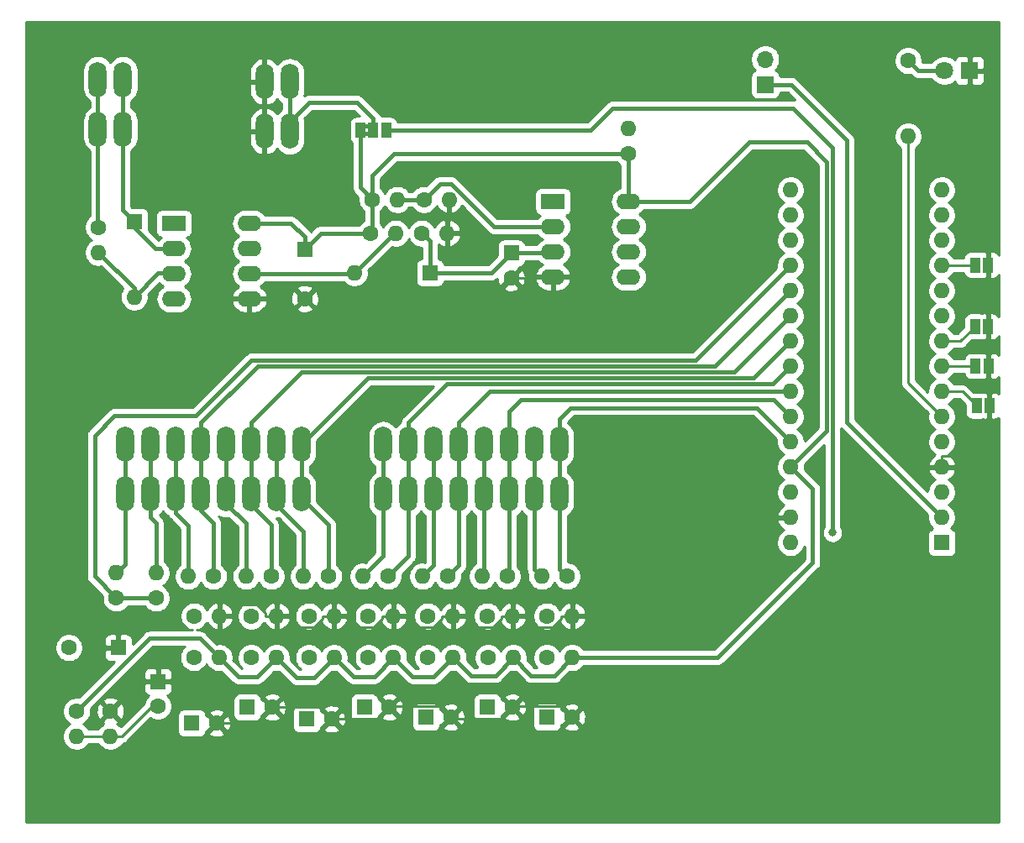
<source format=gbr>
%TF.GenerationSoftware,KiCad,Pcbnew,5.1.8-db9833491~88~ubuntu18.04.1*%
%TF.CreationDate,2021-11-07T22:26:50+01:00*%
%TF.ProjectId,MqttElecTinfo,4d717474-456c-4656-9354-696e666f2e6b,rev?*%
%TF.SameCoordinates,Original*%
%TF.FileFunction,Copper,L1,Top*%
%TF.FilePolarity,Positive*%
%FSLAX46Y46*%
G04 Gerber Fmt 4.6, Leading zero omitted, Abs format (unit mm)*
G04 Created by KiCad (PCBNEW 5.1.8-db9833491~88~ubuntu18.04.1) date 2021-11-07 22:26:50*
%MOMM*%
%LPD*%
G01*
G04 APERTURE LIST*
%TA.AperFunction,EtchedComponent*%
%ADD10C,0.100000*%
%TD*%
%TA.AperFunction,ComponentPad*%
%ADD11O,1.600000X1.600000*%
%TD*%
%TA.AperFunction,ComponentPad*%
%ADD12R,1.600000X1.600000*%
%TD*%
%TA.AperFunction,ComponentPad*%
%ADD13C,1.600000*%
%TD*%
%TA.AperFunction,ComponentPad*%
%ADD14O,1.800000X3.600000*%
%TD*%
%TA.AperFunction,ComponentPad*%
%ADD15O,2.400000X1.600000*%
%TD*%
%TA.AperFunction,ComponentPad*%
%ADD16R,2.400000X1.600000*%
%TD*%
%TA.AperFunction,SMDPad,CuDef*%
%ADD17R,1.000000X1.500000*%
%TD*%
%TA.AperFunction,ComponentPad*%
%ADD18O,1.700000X1.700000*%
%TD*%
%TA.AperFunction,ComponentPad*%
%ADD19R,1.700000X1.700000*%
%TD*%
%TA.AperFunction,ComponentPad*%
%ADD20C,1.800000*%
%TD*%
%TA.AperFunction,ComponentPad*%
%ADD21R,1.800000X1.800000*%
%TD*%
%TA.AperFunction,ViaPad*%
%ADD22C,0.800000*%
%TD*%
%TA.AperFunction,Conductor*%
%ADD23C,0.250000*%
%TD*%
%TA.AperFunction,Conductor*%
%ADD24C,0.400000*%
%TD*%
%TA.AperFunction,Conductor*%
%ADD25C,0.254000*%
%TD*%
%TA.AperFunction,Conductor*%
%ADD26C,0.100000*%
%TD*%
G04 APERTURE END LIST*
D10*
%TO.C,JPPOW1*%
G36*
X153200000Y-72000000D02*
G01*
X153700000Y-72000000D01*
X153700000Y-72400000D01*
X153200000Y-72400000D01*
X153200000Y-72000000D01*
G37*
G36*
X153200000Y-71200000D02*
G01*
X153700000Y-71200000D01*
X153700000Y-71600000D01*
X153200000Y-71600000D01*
X153200000Y-71200000D01*
G37*
%TD*%
D11*
%TO.P,D2,2*%
%TO.N,Net-(D2-Pad2)*%
X130000000Y-88620000D03*
D12*
%TO.P,D2,1*%
%TO.N,Net-(D2-Pad1)*%
X130000000Y-81000000D03*
%TD*%
D13*
%TO.P,C9,2*%
%TO.N,Earth*%
X174100000Y-131000000D03*
D12*
%TO.P,C9,1*%
%TO.N,Net-(C9-Pad1)*%
X171600000Y-131000000D03*
%TD*%
D13*
%TO.P,C8,2*%
%TO.N,Earth*%
X168100000Y-130000000D03*
D12*
%TO.P,C8,1*%
%TO.N,Net-(C8-Pad1)*%
X165600000Y-130000000D03*
%TD*%
D13*
%TO.P,C7,2*%
%TO.N,Earth*%
X161900000Y-131000000D03*
D12*
%TO.P,C7,1*%
%TO.N,Net-(C7-Pad1)*%
X159400000Y-131000000D03*
%TD*%
D13*
%TO.P,C6,2*%
%TO.N,Earth*%
X155700000Y-130000000D03*
D12*
%TO.P,C6,1*%
%TO.N,Net-(C6-Pad1)*%
X153200000Y-130000000D03*
%TD*%
D13*
%TO.P,C5,2*%
%TO.N,Earth*%
X149900000Y-131200000D03*
D12*
%TO.P,C5,1*%
%TO.N,Net-(C5-Pad1)*%
X147400000Y-131200000D03*
%TD*%
D13*
%TO.P,C4,2*%
%TO.N,Earth*%
X143900000Y-130000000D03*
D12*
%TO.P,C4,1*%
%TO.N,Net-(C4-Pad1)*%
X141400000Y-130000000D03*
%TD*%
D13*
%TO.P,C3,2*%
%TO.N,Earth*%
X138300000Y-131600000D03*
D12*
%TO.P,C3,1*%
%TO.N,Net-(C3-Pad1)*%
X135800000Y-131600000D03*
%TD*%
D11*
%TO.P,D3,2*%
%TO.N,Net-(D3-Pad2)*%
X152180000Y-86200000D03*
D12*
%TO.P,D3,1*%
%TO.N,Net-(C10-Pad1)*%
X159800000Y-86200000D03*
%TD*%
D14*
%TO.P,X1,B2*%
%TO.N,Net-(JPPOW1-Pad2)*%
X145670000Y-71900000D03*
%TO.P,X1,A2*%
X145670000Y-66900000D03*
%TO.P,X1,B1*%
%TO.N,Earth*%
X143130000Y-71900000D03*
%TO.P,X1,A1*%
X143130000Y-66900000D03*
%TD*%
D15*
%TO.P,U2,8*%
%TO.N,+5V*%
X179820000Y-79000000D03*
%TO.P,U2,4*%
%TO.N,Earth*%
X172200000Y-86620000D03*
%TO.P,U2,7*%
%TO.N,N/C*%
X179820000Y-81540000D03*
%TO.P,U2,3*%
%TO.N,Net-(C10-Pad1)*%
X172200000Y-84080000D03*
%TO.P,U2,6*%
%TO.N,N/C*%
X179820000Y-84080000D03*
%TO.P,U2,2*%
%TO.N,Net-(R30-Pad2)*%
X172200000Y-81540000D03*
%TO.P,U2,5*%
%TO.N,N/C*%
X179820000Y-86620000D03*
D16*
%TO.P,U2,1*%
%TO.N,RX2*%
X172200000Y-79000000D03*
%TD*%
D15*
%TO.P,U1,8*%
%TO.N,+5V*%
X141620000Y-81200000D03*
%TO.P,U1,4*%
%TO.N,N/C*%
X134000000Y-88820000D03*
%TO.P,U1,7*%
X141620000Y-83740000D03*
%TO.P,U1,3*%
%TO.N,Net-(D2-Pad2)*%
X134000000Y-86280000D03*
%TO.P,U1,6*%
%TO.N,Net-(D3-Pad2)*%
X141620000Y-86280000D03*
%TO.P,U1,2*%
%TO.N,Net-(D2-Pad1)*%
X134000000Y-83740000D03*
%TO.P,U1,5*%
%TO.N,Earth*%
X141620000Y-88820000D03*
D16*
%TO.P,U1,1*%
%TO.N,N/C*%
X134000000Y-81200000D03*
%TD*%
D11*
%TO.P,R32,2*%
%TO.N,RX2*%
X179800000Y-71660000D03*
D13*
%TO.P,R32,1*%
%TO.N,+5V*%
X179800000Y-74200000D03*
%TD*%
D11*
%TO.P,R31,2*%
%TO.N,Earth*%
X161740000Y-78800000D03*
D13*
%TO.P,R31,1*%
%TO.N,Net-(R30-Pad2)*%
X159200000Y-78800000D03*
%TD*%
D11*
%TO.P,R30,2*%
%TO.N,Net-(R30-Pad2)*%
X156540000Y-78800000D03*
D13*
%TO.P,R30,1*%
%TO.N,+5V*%
X154000000Y-78800000D03*
%TD*%
D11*
%TO.P,R29,2*%
%TO.N,Earth*%
X161540000Y-82200000D03*
D13*
%TO.P,R29,1*%
%TO.N,Net-(C10-Pad1)*%
X159000000Y-82200000D03*
%TD*%
D11*
%TO.P,R28,2*%
%TO.N,Net-(D3-Pad2)*%
X156340000Y-82200000D03*
D13*
%TO.P,R28,1*%
%TO.N,+5V*%
X153800000Y-82200000D03*
%TD*%
D11*
%TO.P,R27,2*%
%TO.N,Net-(D2-Pad2)*%
X126400000Y-84140000D03*
D13*
%TO.P,R27,1*%
%TO.N,Net-(J3-PadA1)*%
X126400000Y-81600000D03*
%TD*%
D11*
%TO.P,R26,2*%
%TO.N,Net-(C9-Pad1)*%
X171060000Y-116800000D03*
D13*
%TO.P,R26,1*%
%TO.N,A7*%
X173600000Y-116800000D03*
%TD*%
D11*
%TO.P,R25,2*%
%TO.N,Net-(C8-Pad1)*%
X165060000Y-116800000D03*
D13*
%TO.P,R25,1*%
%TO.N,A6*%
X167600000Y-116800000D03*
%TD*%
D11*
%TO.P,R24,2*%
%TO.N,Earth*%
X174140000Y-120800000D03*
D13*
%TO.P,R24,1*%
%TO.N,Net-(C9-Pad1)*%
X171600000Y-120800000D03*
%TD*%
D11*
%TO.P,R23,2*%
%TO.N,+5V*%
X174140000Y-125000000D03*
D13*
%TO.P,R23,1*%
%TO.N,Net-(C9-Pad1)*%
X171600000Y-125000000D03*
%TD*%
D11*
%TO.P,R22,2*%
%TO.N,Net-(C7-Pad1)*%
X159060000Y-116800000D03*
D13*
%TO.P,R22,1*%
%TO.N,A5*%
X161600000Y-116800000D03*
%TD*%
D11*
%TO.P,R21,2*%
%TO.N,Earth*%
X168140000Y-120800000D03*
D13*
%TO.P,R21,1*%
%TO.N,Net-(C8-Pad1)*%
X165600000Y-120800000D03*
%TD*%
D11*
%TO.P,R20,2*%
%TO.N,+5V*%
X168200000Y-125000000D03*
D13*
%TO.P,R20,1*%
%TO.N,Net-(C8-Pad1)*%
X165660000Y-125000000D03*
%TD*%
D11*
%TO.P,R19,2*%
%TO.N,Net-(C6-Pad1)*%
X153060000Y-116800000D03*
D13*
%TO.P,R19,1*%
%TO.N,A4*%
X155600000Y-116800000D03*
%TD*%
D11*
%TO.P,R18,2*%
%TO.N,Earth*%
X162140000Y-120800000D03*
D13*
%TO.P,R18,1*%
%TO.N,Net-(C7-Pad1)*%
X159600000Y-120800000D03*
%TD*%
D11*
%TO.P,R17,2*%
%TO.N,+5V*%
X162140000Y-125000000D03*
D13*
%TO.P,R17,1*%
%TO.N,Net-(C7-Pad1)*%
X159600000Y-125000000D03*
%TD*%
D11*
%TO.P,R16,2*%
%TO.N,Earth*%
X156140000Y-120800000D03*
D13*
%TO.P,R16,1*%
%TO.N,Net-(C6-Pad1)*%
X153600000Y-120800000D03*
%TD*%
D11*
%TO.P,R15,2*%
%TO.N,+5V*%
X156140000Y-125000000D03*
D13*
%TO.P,R15,1*%
%TO.N,Net-(C6-Pad1)*%
X153600000Y-125000000D03*
%TD*%
D11*
%TO.P,R14,2*%
%TO.N,Net-(C5-Pad1)*%
X147060000Y-116800000D03*
D13*
%TO.P,R14,1*%
%TO.N,A3*%
X149600000Y-116800000D03*
%TD*%
D11*
%TO.P,R13,2*%
%TO.N,Net-(C4-Pad1)*%
X141260000Y-116800000D03*
D13*
%TO.P,R13,1*%
%TO.N,A2*%
X143800000Y-116800000D03*
%TD*%
D11*
%TO.P,R12,2*%
%TO.N,Earth*%
X150140000Y-120800000D03*
D13*
%TO.P,R12,1*%
%TO.N,Net-(C5-Pad1)*%
X147600000Y-120800000D03*
%TD*%
D11*
%TO.P,R11,2*%
%TO.N,+5V*%
X150140000Y-125000000D03*
D13*
%TO.P,R11,1*%
%TO.N,Net-(C5-Pad1)*%
X147600000Y-125000000D03*
%TD*%
D11*
%TO.P,R10,2*%
%TO.N,Net-(C3-Pad1)*%
X135460000Y-116800000D03*
D13*
%TO.P,R10,1*%
%TO.N,A1*%
X138000000Y-116800000D03*
%TD*%
D11*
%TO.P,R9,2*%
%TO.N,Earth*%
X144340000Y-120800000D03*
D13*
%TO.P,R9,1*%
%TO.N,Net-(C4-Pad1)*%
X141800000Y-120800000D03*
%TD*%
D11*
%TO.P,R8,2*%
%TO.N,+5V*%
X144340000Y-125000000D03*
D13*
%TO.P,R8,1*%
%TO.N,Net-(C4-Pad1)*%
X141800000Y-125000000D03*
%TD*%
D11*
%TO.P,R7,2*%
%TO.N,Net-(A1-Pad6)*%
X208000000Y-72420000D03*
D13*
%TO.P,R7,1*%
%TO.N,Net-(D1-Pad2)*%
X208000000Y-64800000D03*
%TD*%
D11*
%TO.P,R6,2*%
%TO.N,Net-(J1-PadA2)*%
X132200000Y-116460000D03*
D13*
%TO.P,R6,1*%
%TO.N,A0*%
X132200000Y-119000000D03*
%TD*%
D11*
%TO.P,R5,2*%
%TO.N,Earth*%
X138600000Y-120800000D03*
D13*
%TO.P,R5,1*%
%TO.N,Net-(C3-Pad1)*%
X136060000Y-120800000D03*
%TD*%
D11*
%TO.P,R4,2*%
%TO.N,+5V*%
X138540000Y-125000000D03*
D13*
%TO.P,R4,1*%
%TO.N,Net-(C3-Pad1)*%
X136000000Y-125000000D03*
%TD*%
D11*
%TO.P,R3,2*%
%TO.N,Net-(C1-Pad2)*%
X128200000Y-116460000D03*
D13*
%TO.P,R3,1*%
%TO.N,A0*%
X128200000Y-119000000D03*
%TD*%
D11*
%TO.P,R2,2*%
%TO.N,Net-(C1-Pad2)*%
X124200000Y-132940000D03*
D13*
%TO.P,R2,1*%
%TO.N,+5V*%
X124200000Y-130400000D03*
%TD*%
D11*
%TO.P,R1,2*%
%TO.N,Net-(C1-Pad2)*%
X127600000Y-132940000D03*
D13*
%TO.P,R1,1*%
%TO.N,Earth*%
X127600000Y-130400000D03*
%TD*%
D17*
%TO.P,JPPOW1,2*%
%TO.N,Net-(JPPOW1-Pad2)*%
X154100000Y-71800000D03*
%TO.P,JPPOW1,3*%
%TO.N,Net-(A1-Pad30)*%
X155400000Y-71800000D03*
%TO.P,JPPOW1,1*%
%TO.N,+5V*%
X152800000Y-71800000D03*
%TD*%
%TO.P,JP5,1*%
%TO.N,Net-(A1-Pad12)*%
X214750000Y-85400000D03*
%TO.P,JP5,2*%
%TO.N,Earth*%
X216050000Y-85400000D03*
%TD*%
%TO.P,JP4,1*%
%TO.N,Net-(A1-Pad9)*%
X214750000Y-91600000D03*
%TO.P,JP4,2*%
%TO.N,Earth*%
X216050000Y-91600000D03*
%TD*%
%TO.P,JP3,1*%
%TO.N,Net-(A1-Pad8)*%
X214800000Y-95600000D03*
%TO.P,JP3,2*%
%TO.N,Earth*%
X216100000Y-95600000D03*
%TD*%
%TO.P,JP2,1*%
%TO.N,Net-(A1-Pad7)*%
X214900000Y-99600000D03*
%TO.P,JP2,2*%
%TO.N,Earth*%
X216200000Y-99600000D03*
%TD*%
D18*
%TO.P,JP1,2*%
%TO.N,RX2*%
X193600000Y-64660000D03*
D19*
%TO.P,JP1,1*%
%TO.N,Net-(A1-Pad2)*%
X193600000Y-67200000D03*
%TD*%
D14*
%TO.P,J3,B2*%
%TO.N,Net-(D2-Pad1)*%
X128870000Y-71700000D03*
%TO.P,J3,A2*%
X128870000Y-66700000D03*
%TO.P,J3,B1*%
%TO.N,Net-(J3-PadA1)*%
X126330000Y-71700000D03*
%TO.P,J3,A1*%
X126330000Y-66700000D03*
%TD*%
%TO.P,J2,B8*%
%TO.N,A7*%
X172890000Y-108500000D03*
%TO.P,J2,A8*%
X172890000Y-103500000D03*
%TO.P,J2,B7*%
%TO.N,Net-(C9-Pad1)*%
X170350000Y-108500000D03*
%TO.P,J2,A7*%
X170350000Y-103500000D03*
%TO.P,J2,B6*%
%TO.N,A6*%
X167810000Y-108500000D03*
%TO.P,J2,A6*%
X167810000Y-103500000D03*
%TO.P,J2,B5*%
%TO.N,Net-(C8-Pad1)*%
X165270000Y-108500000D03*
%TO.P,J2,A5*%
X165270000Y-103500000D03*
%TO.P,J2,B4*%
%TO.N,A5*%
X162730000Y-108500000D03*
%TO.P,J2,A4*%
X162730000Y-103500000D03*
%TO.P,J2,B3*%
%TO.N,Net-(C7-Pad1)*%
X160190000Y-108500000D03*
%TO.P,J2,A3*%
X160190000Y-103500000D03*
%TO.P,J2,B2*%
%TO.N,A4*%
X157650000Y-108500000D03*
%TO.P,J2,A2*%
X157650000Y-103500000D03*
%TO.P,J2,B1*%
%TO.N,Net-(C6-Pad1)*%
X155110000Y-108500000D03*
%TO.P,J2,A1*%
X155110000Y-103500000D03*
%TD*%
%TO.P,J1,B8*%
%TO.N,A3*%
X146890000Y-108500000D03*
%TO.P,J1,A8*%
X146890000Y-103500000D03*
%TO.P,J1,B7*%
%TO.N,Net-(C5-Pad1)*%
X144350000Y-108500000D03*
%TO.P,J1,A7*%
X144350000Y-103500000D03*
%TO.P,J1,B6*%
%TO.N,A2*%
X141810000Y-108500000D03*
%TO.P,J1,A6*%
X141810000Y-103500000D03*
%TO.P,J1,B5*%
%TO.N,Net-(C4-Pad1)*%
X139270000Y-108500000D03*
%TO.P,J1,A5*%
X139270000Y-103500000D03*
%TO.P,J1,B4*%
%TO.N,A1*%
X136730000Y-108500000D03*
%TO.P,J1,A4*%
X136730000Y-103500000D03*
%TO.P,J1,B3*%
%TO.N,Net-(C3-Pad1)*%
X134190000Y-108500000D03*
%TO.P,J1,A3*%
X134190000Y-103500000D03*
%TO.P,J1,B2*%
%TO.N,Net-(J1-PadA2)*%
X131650000Y-108500000D03*
%TO.P,J1,A2*%
X131650000Y-103500000D03*
%TO.P,J1,B1*%
%TO.N,Net-(C1-Pad2)*%
X129110000Y-108500000D03*
%TO.P,J1,A1*%
X129110000Y-103500000D03*
%TD*%
D20*
%TO.P,D1,2*%
%TO.N,Net-(D1-Pad2)*%
X211660000Y-65800000D03*
D21*
%TO.P,D1,1*%
%TO.N,Earth*%
X214200000Y-65800000D03*
%TD*%
D13*
%TO.P,C11,2*%
%TO.N,Earth*%
X147200000Y-88800000D03*
D12*
%TO.P,C11,1*%
%TO.N,+5V*%
X147200000Y-83800000D03*
%TD*%
D13*
%TO.P,C10,2*%
%TO.N,Earth*%
X168000000Y-86700000D03*
D12*
%TO.P,C10,1*%
%TO.N,Net-(C10-Pad1)*%
X168000000Y-84200000D03*
%TD*%
D13*
%TO.P,C2,2*%
%TO.N,Net-(C1-Pad2)*%
X123400000Y-124000000D03*
D12*
%TO.P,C2,1*%
%TO.N,Earth*%
X128400000Y-124000000D03*
%TD*%
D13*
%TO.P,C1,2*%
%TO.N,Net-(C1-Pad2)*%
X132400000Y-129900000D03*
D12*
%TO.P,C1,1*%
%TO.N,Earth*%
X132400000Y-127400000D03*
%TD*%
D11*
%TO.P,A1,16*%
%TO.N,N/C*%
X196160000Y-77840000D03*
%TO.P,A1,15*%
X211400000Y-77840000D03*
%TO.P,A1,30*%
%TO.N,Net-(A1-Pad30)*%
X196160000Y-113400000D03*
%TO.P,A1,14*%
%TO.N,N/C*%
X211400000Y-80380000D03*
%TO.P,A1,29*%
%TO.N,Earth*%
X196160000Y-110860000D03*
%TO.P,A1,13*%
%TO.N,N/C*%
X211400000Y-82920000D03*
%TO.P,A1,28*%
X196160000Y-108320000D03*
%TO.P,A1,12*%
%TO.N,Net-(A1-Pad12)*%
X211400000Y-85460000D03*
%TO.P,A1,27*%
%TO.N,+5V*%
X196160000Y-105780000D03*
%TO.P,A1,11*%
%TO.N,N/C*%
X211400000Y-88000000D03*
%TO.P,A1,26*%
%TO.N,A7*%
X196160000Y-103240000D03*
%TO.P,A1,10*%
%TO.N,N/C*%
X211400000Y-90540000D03*
%TO.P,A1,25*%
%TO.N,A6*%
X196160000Y-100700000D03*
%TO.P,A1,9*%
%TO.N,Net-(A1-Pad9)*%
X211400000Y-93080000D03*
%TO.P,A1,24*%
%TO.N,A5*%
X196160000Y-98160000D03*
%TO.P,A1,8*%
%TO.N,Net-(A1-Pad8)*%
X211400000Y-95620000D03*
%TO.P,A1,23*%
%TO.N,A4*%
X196160000Y-95620000D03*
%TO.P,A1,7*%
%TO.N,Net-(A1-Pad7)*%
X211400000Y-98160000D03*
%TO.P,A1,22*%
%TO.N,A3*%
X196160000Y-93080000D03*
%TO.P,A1,6*%
%TO.N,Net-(A1-Pad6)*%
X211400000Y-100700000D03*
%TO.P,A1,21*%
%TO.N,A2*%
X196160000Y-90540000D03*
%TO.P,A1,5*%
%TO.N,N/C*%
X211400000Y-103240000D03*
%TO.P,A1,20*%
%TO.N,A1*%
X196160000Y-88000000D03*
%TO.P,A1,4*%
%TO.N,Earth*%
X211400000Y-105780000D03*
%TO.P,A1,19*%
%TO.N,A0*%
X196160000Y-85460000D03*
%TO.P,A1,3*%
%TO.N,N/C*%
X211400000Y-108320000D03*
%TO.P,A1,18*%
X196160000Y-82920000D03*
%TO.P,A1,2*%
%TO.N,Net-(A1-Pad2)*%
X211400000Y-110860000D03*
%TO.P,A1,17*%
%TO.N,N/C*%
X196160000Y-80380000D03*
D12*
%TO.P,A1,1*%
X211400000Y-113400000D03*
%TD*%
D22*
%TO.N,Net-(A1-Pad30)*%
X200400000Y-112400000D03*
%TD*%
D23*
%TO.N,Earth*%
X161540000Y-82200000D02*
X161540000Y-81074700D01*
X161540000Y-81074700D02*
X161740000Y-80874700D01*
X161740000Y-80874700D02*
X161740000Y-78800000D01*
X214200000Y-65800000D02*
X214200000Y-67025300D01*
X216050000Y-85400000D02*
X216050000Y-68875300D01*
X216050000Y-68875300D02*
X214200000Y-67025300D01*
X216050000Y-91600000D02*
X216050000Y-85400000D01*
X216200000Y-99600000D02*
X216200000Y-100675300D01*
X211400000Y-105780000D02*
X211400000Y-104654700D01*
X211400000Y-104654700D02*
X212220600Y-104654700D01*
X212220600Y-104654700D02*
X216200000Y-100675300D01*
X216050000Y-91600000D02*
X216050000Y-92675300D01*
X216100000Y-95600000D02*
X216100000Y-92725300D01*
X216100000Y-92725300D02*
X216050000Y-92675300D01*
X216100000Y-96137600D02*
X216100000Y-95600000D01*
X168000000Y-86700000D02*
X170594700Y-86700000D01*
X170594700Y-86700000D02*
X170674700Y-86620000D01*
X172200000Y-86620000D02*
X170674700Y-86620000D01*
X162140000Y-120800000D02*
X161014700Y-120800000D01*
X156140000Y-120800000D02*
X157265300Y-120800000D01*
X157265300Y-120800000D02*
X158390600Y-121925300D01*
X158390600Y-121925300D02*
X160170800Y-121925300D01*
X160170800Y-121925300D02*
X161014700Y-121081400D01*
X161014700Y-121081400D02*
X161014700Y-120800000D01*
X155577400Y-120800000D02*
X156140000Y-120800000D01*
X150140000Y-120800000D02*
X149014700Y-120800000D01*
X144340000Y-120800000D02*
X145465300Y-120800000D01*
X145465300Y-120800000D02*
X146590600Y-121925300D01*
X146590600Y-121925300D02*
X148170800Y-121925300D01*
X148170800Y-121925300D02*
X149014700Y-121081400D01*
X149014700Y-121081400D02*
X149014700Y-120800000D01*
X143777400Y-120800000D02*
X144340000Y-120800000D01*
X143777400Y-120800000D02*
X143214700Y-120800000D01*
X138600000Y-120800000D02*
X139725300Y-120800000D01*
X143214700Y-120800000D02*
X143214700Y-120518700D01*
X143214700Y-120518700D02*
X142370700Y-119674700D01*
X142370700Y-119674700D02*
X140850600Y-119674700D01*
X140850600Y-119674700D02*
X139725300Y-120800000D01*
X174100000Y-131000000D02*
X172974600Y-129874600D01*
X172974600Y-129874600D02*
X168225400Y-129874600D01*
X168225400Y-129874600D02*
X168100000Y-130000000D01*
X168100000Y-130000000D02*
X166974600Y-131125400D01*
X166974600Y-131125400D02*
X162025400Y-131125400D01*
X162025400Y-131125400D02*
X161900000Y-131000000D01*
X155700000Y-130000000D02*
X154500000Y-131200000D01*
X154500000Y-131200000D02*
X149900000Y-131200000D01*
X161900000Y-131000000D02*
X160774600Y-129874600D01*
X160774600Y-129874600D02*
X155825400Y-129874600D01*
X155825400Y-129874600D02*
X155700000Y-130000000D01*
X149900000Y-131200000D02*
X148700000Y-130000000D01*
X148700000Y-130000000D02*
X143900000Y-130000000D01*
X143900000Y-130000000D02*
X142300000Y-131600000D01*
X142300000Y-131600000D02*
X138300000Y-131600000D01*
X132400000Y-127400000D02*
X134100000Y-127400000D01*
X134100000Y-127400000D02*
X138300000Y-131600000D01*
X174140000Y-120800000D02*
X173014700Y-120800000D01*
X168140000Y-120800000D02*
X169265300Y-120800000D01*
X169265300Y-120800000D02*
X170390600Y-121925300D01*
X170390600Y-121925300D02*
X172170800Y-121925300D01*
X172170800Y-121925300D02*
X173014700Y-121081400D01*
X173014700Y-121081400D02*
X173014700Y-120800000D01*
X167577400Y-120800000D02*
X168140000Y-120800000D01*
X167577400Y-120800000D02*
X167014700Y-120800000D01*
X162140000Y-120800000D02*
X163265300Y-120800000D01*
X163265300Y-120800000D02*
X164390600Y-121925300D01*
X164390600Y-121925300D02*
X166170800Y-121925300D01*
X166170800Y-121925300D02*
X167014700Y-121081400D01*
X167014700Y-121081400D02*
X167014700Y-120800000D01*
X155577400Y-120800000D02*
X155014700Y-120800000D01*
X150140000Y-120800000D02*
X151265300Y-120800000D01*
X151265300Y-120800000D02*
X152390600Y-121925300D01*
X152390600Y-121925300D02*
X154170800Y-121925300D01*
X154170800Y-121925300D02*
X155014700Y-121081400D01*
X155014700Y-121081400D02*
X155014700Y-120800000D01*
X174140000Y-120800000D02*
X175265300Y-120800000D01*
X196160000Y-110860000D02*
X185205300Y-110860000D01*
X185205300Y-110860000D02*
X175265300Y-120800000D01*
X216100000Y-96137600D02*
X216100000Y-96675300D01*
X216200000Y-99600000D02*
X216200000Y-96775300D01*
X216200000Y-96775300D02*
X216100000Y-96675300D01*
D24*
X143130000Y-66900000D02*
X143130000Y-71900000D01*
D23*
%TO.N,Net-(A1-Pad6)*%
X208000000Y-72420000D02*
X208000000Y-97300000D01*
X208000000Y-97300000D02*
X211400000Y-100700000D01*
%TO.N,Net-(A1-Pad7)*%
X211400000Y-98160000D02*
X213460000Y-98160000D01*
X213460000Y-98160000D02*
X214900000Y-99600000D01*
%TO.N,Net-(A1-Pad8)*%
X211400000Y-95620000D02*
X214780000Y-95620000D01*
X214780000Y-95620000D02*
X214800000Y-95600000D01*
%TO.N,Net-(A1-Pad9)*%
X211400000Y-93080000D02*
X213270000Y-93080000D01*
X213270000Y-93080000D02*
X214750000Y-91600000D01*
D24*
%TO.N,+5V*%
X138540000Y-125000000D02*
X136600000Y-123060000D01*
X136600000Y-123060000D02*
X131540000Y-123060000D01*
X131540000Y-123060000D02*
X124200000Y-130400000D01*
X144340000Y-125000000D02*
X142400000Y-126940000D01*
X142400000Y-126940000D02*
X140480000Y-126940000D01*
X140480000Y-126940000D02*
X138540000Y-125000000D01*
X150140000Y-125000000D02*
X148140000Y-127000000D01*
X148140000Y-127000000D02*
X146340000Y-127000000D01*
X146340000Y-127000000D02*
X144340000Y-125000000D01*
X156140000Y-125000000D02*
X154200000Y-126940000D01*
X154200000Y-126940000D02*
X152080000Y-126940000D01*
X152080000Y-126940000D02*
X150140000Y-125000000D01*
X162140000Y-125000000D02*
X160200000Y-126940000D01*
X160200000Y-126940000D02*
X158080000Y-126940000D01*
X158080000Y-126940000D02*
X156140000Y-125000000D01*
X168200000Y-125000000D02*
X166400000Y-126800000D01*
X166400000Y-126800000D02*
X163940000Y-126800000D01*
X163940000Y-126800000D02*
X162140000Y-125000000D01*
X174140000Y-125000000D02*
X172340000Y-126800000D01*
X172340000Y-126800000D02*
X170000000Y-126800000D01*
X170000000Y-126800000D02*
X168200000Y-125000000D01*
X196160000Y-105780000D02*
X198380000Y-108000000D01*
X198380000Y-108000000D02*
X198380000Y-115420000D01*
X198380000Y-115420000D02*
X188800000Y-125000000D01*
X188800000Y-125000000D02*
X174140000Y-125000000D01*
X179820000Y-79000000D02*
X186000000Y-79000000D01*
X186000000Y-79000000D02*
X192000000Y-73000000D01*
X192000000Y-73000000D02*
X197800000Y-73000000D01*
X197800000Y-73000000D02*
X199800000Y-75000000D01*
X199800000Y-75000000D02*
X199800000Y-102140000D01*
X199800000Y-102140000D02*
X196160000Y-105780000D01*
X179800000Y-74200000D02*
X179800000Y-78980000D01*
X179800000Y-78980000D02*
X179820000Y-79000000D01*
X154000000Y-78800000D02*
X154000000Y-76400000D01*
X154000000Y-76400000D02*
X156200000Y-74200000D01*
X156200000Y-74200000D02*
X179800000Y-74200000D01*
X147200000Y-83800000D02*
X147200000Y-82600000D01*
X147200000Y-82600000D02*
X145800000Y-81200000D01*
X145800000Y-81200000D02*
X141620000Y-81200000D01*
X153800000Y-82200000D02*
X148800000Y-82200000D01*
X148800000Y-82200000D02*
X147200000Y-83800000D01*
X154000000Y-78800000D02*
X154000000Y-82000000D01*
X154000000Y-82000000D02*
X153800000Y-82200000D01*
X152800000Y-71800000D02*
X152800000Y-77600000D01*
X152800000Y-77600000D02*
X154000000Y-78800000D01*
D23*
%TO.N,Net-(A1-Pad12)*%
X211400000Y-85460000D02*
X214690000Y-85460000D01*
X214690000Y-85460000D02*
X214750000Y-85400000D01*
D24*
%TO.N,Net-(D1-Pad2)*%
X211660000Y-65800000D02*
X209000000Y-65800000D01*
X209000000Y-65800000D02*
X208000000Y-64800000D01*
%TO.N,Net-(A1-Pad30)*%
X155400000Y-71800000D02*
X176000000Y-71800000D01*
X176000000Y-71800000D02*
X178200000Y-69600000D01*
X178200000Y-69600000D02*
X196400000Y-69600000D01*
X196400000Y-69600000D02*
X200400000Y-73600000D01*
X200400000Y-73600000D02*
X200400000Y-112400000D01*
%TO.N,A7*%
X172890000Y-103500000D02*
X172890000Y-100910000D01*
X172890000Y-100910000D02*
X174000000Y-99800000D01*
X174000000Y-99800000D02*
X192720000Y-99800000D01*
X192720000Y-99800000D02*
X196160000Y-103240000D01*
X172890000Y-108500000D02*
X172890000Y-116090000D01*
X172890000Y-116090000D02*
X173600000Y-116800000D01*
X172890000Y-103500000D02*
X172890000Y-108500000D01*
%TO.N,A6*%
X167810000Y-103590000D02*
X167810000Y-108500000D01*
X167810000Y-103500000D02*
X167810000Y-103590000D01*
X167810000Y-103500000D02*
X167810000Y-100190000D01*
X167810000Y-100190000D02*
X169000000Y-99000000D01*
X169000000Y-99000000D02*
X194460000Y-99000000D01*
X194460000Y-99000000D02*
X196160000Y-100700000D01*
X167810000Y-108500000D02*
X167810000Y-116590000D01*
X167810000Y-116590000D02*
X167600000Y-116800000D01*
X167810000Y-103500000D02*
X167810000Y-103590000D01*
%TO.N,A5*%
X162730000Y-103500000D02*
X162730000Y-101300000D01*
X162730000Y-101300000D02*
X165870000Y-98160000D01*
X165870000Y-98160000D02*
X196160000Y-98160000D01*
X162730000Y-108500000D02*
X162730000Y-115670000D01*
X162730000Y-115670000D02*
X161600000Y-116800000D01*
X162730000Y-103500000D02*
X162730000Y-108500000D01*
%TO.N,A4*%
X157650000Y-103500000D02*
X157650000Y-101300000D01*
X157650000Y-101300000D02*
X161550000Y-97400000D01*
X161550000Y-97400000D02*
X194380000Y-97400000D01*
X194380000Y-97400000D02*
X196160000Y-95620000D01*
X157650000Y-108500000D02*
X157650000Y-114750000D01*
X157650000Y-114750000D02*
X155600000Y-116800000D01*
X157650000Y-103500000D02*
X157650000Y-108500000D01*
%TO.N,A3*%
X146890000Y-108500000D02*
X146890000Y-108890000D01*
X146890000Y-108890000D02*
X149600000Y-111600000D01*
X149600000Y-111600000D02*
X149600000Y-116800000D01*
X146890000Y-103500000D02*
X146890000Y-108500000D01*
X146890000Y-103500000D02*
X153590000Y-96800000D01*
X153590000Y-96800000D02*
X192440000Y-96800000D01*
X192440000Y-96800000D02*
X196160000Y-93080000D01*
%TO.N,A2*%
X141810000Y-103500000D02*
X141810000Y-101300000D01*
X141810000Y-101300000D02*
X146910000Y-96200000D01*
X146910000Y-96200000D02*
X190500000Y-96200000D01*
X190500000Y-96200000D02*
X196160000Y-90540000D01*
X141810000Y-108500000D02*
X141810000Y-109610000D01*
X141810000Y-109610000D02*
X143800000Y-111600000D01*
X143800000Y-111600000D02*
X143800000Y-116800000D01*
X141810000Y-103500000D02*
X141810000Y-108500000D01*
%TO.N,A1*%
X136730000Y-108500000D02*
X136730000Y-110130000D01*
X136730000Y-110130000D02*
X138000000Y-111400000D01*
X138000000Y-111400000D02*
X138000000Y-116800000D01*
X136730000Y-103500000D02*
X136730000Y-108500000D01*
X136730000Y-103500000D02*
X136730000Y-101300000D01*
X136730000Y-101300000D02*
X142430000Y-95600000D01*
X142430000Y-95600000D02*
X188560000Y-95600000D01*
X188560000Y-95600000D02*
X196160000Y-88000000D01*
%TO.N,A0*%
X128200000Y-119000000D02*
X126000000Y-116800000D01*
X126000000Y-116800000D02*
X126000000Y-102600000D01*
X126000000Y-102600000D02*
X128000000Y-100600000D01*
X128000000Y-100600000D02*
X136200000Y-100600000D01*
X136200000Y-100600000D02*
X141800000Y-95000000D01*
X141800000Y-95000000D02*
X186620000Y-95000000D01*
X186620000Y-95000000D02*
X196160000Y-85460000D01*
X132200000Y-119000000D02*
X128200000Y-119000000D01*
%TO.N,Net-(A1-Pad2)*%
X193600000Y-67200000D02*
X196200000Y-67200000D01*
X196200000Y-67200000D02*
X201800000Y-72800000D01*
X201800000Y-72800000D02*
X201800000Y-101260000D01*
X201800000Y-101260000D02*
X211400000Y-110860000D01*
D23*
%TO.N,Net-(C1-Pad2)*%
X127600000Y-132940000D02*
X128725300Y-132940000D01*
X128725300Y-132940000D02*
X131765300Y-129900000D01*
X131765300Y-129900000D02*
X132400000Y-129900000D01*
X127600000Y-132940000D02*
X124200000Y-132940000D01*
D24*
X129110000Y-108500000D02*
X129110000Y-115550000D01*
X129110000Y-115550000D02*
X128200000Y-116460000D01*
X129110000Y-103500000D02*
X129110000Y-108500000D01*
%TO.N,Net-(C3-Pad1)*%
X134190000Y-108500000D02*
X134190000Y-110390000D01*
X134190000Y-110390000D02*
X135460000Y-111660000D01*
X135460000Y-111660000D02*
X135460000Y-116800000D01*
X134190000Y-103500000D02*
X134190000Y-108500000D01*
%TO.N,Net-(C4-Pad1)*%
X139270000Y-108500000D02*
X139270000Y-109470000D01*
X139270000Y-109470000D02*
X141260000Y-111460000D01*
X141260000Y-111460000D02*
X141260000Y-116800000D01*
X139270000Y-103500000D02*
X139270000Y-108500000D01*
%TO.N,Net-(C5-Pad1)*%
X144350000Y-108500000D02*
X144350000Y-109550000D01*
X144350000Y-109550000D02*
X147060000Y-112260000D01*
X147060000Y-112260000D02*
X147060000Y-116800000D01*
X144350000Y-103500000D02*
X144350000Y-108500000D01*
%TO.N,Net-(C6-Pad1)*%
X155110000Y-108500000D02*
X155110000Y-114750000D01*
X155110000Y-114750000D02*
X153060000Y-116800000D01*
X155110000Y-103500000D02*
X155110000Y-108500000D01*
%TO.N,Net-(C7-Pad1)*%
X160190000Y-108500000D02*
X160190000Y-115670000D01*
X160190000Y-115670000D02*
X159060000Y-116800000D01*
X160190000Y-103500000D02*
X160190000Y-108500000D01*
%TO.N,Net-(C8-Pad1)*%
X165270000Y-108500000D02*
X165270000Y-116590000D01*
X165270000Y-116590000D02*
X165060000Y-116800000D01*
X165270000Y-103500000D02*
X165270000Y-108500000D01*
%TO.N,Net-(C9-Pad1)*%
X170350000Y-108500000D02*
X170350000Y-116090000D01*
X170350000Y-116090000D02*
X171060000Y-116800000D01*
X170350000Y-103500000D02*
X170350000Y-108500000D01*
%TO.N,Net-(C10-Pad1)*%
X168000000Y-84200000D02*
X172080000Y-84200000D01*
X172080000Y-84200000D02*
X172200000Y-84080000D01*
X159800000Y-86200000D02*
X166000000Y-86200000D01*
X166000000Y-86200000D02*
X168000000Y-84200000D01*
X159800000Y-86200000D02*
X159800000Y-83000000D01*
X159800000Y-83000000D02*
X159000000Y-82200000D01*
%TO.N,Net-(D2-Pad2)*%
X126400000Y-84140000D02*
X130000000Y-87740000D01*
X130000000Y-87740000D02*
X130000000Y-88620000D01*
X130000000Y-88620000D02*
X132400000Y-86220000D01*
X132400000Y-86220000D02*
X133940000Y-86220000D01*
X133940000Y-86220000D02*
X134000000Y-86280000D01*
%TO.N,Net-(D2-Pad1)*%
X130000000Y-81000000D02*
X130000000Y-81600000D01*
X130000000Y-81600000D02*
X132140000Y-83740000D01*
X132140000Y-83740000D02*
X134000000Y-83740000D01*
X128870000Y-71700000D02*
X128870000Y-79870000D01*
X128870000Y-79870000D02*
X130000000Y-81000000D01*
X128870000Y-66700000D02*
X128870000Y-71700000D01*
%TO.N,Net-(D3-Pad2)*%
X152180000Y-86200000D02*
X156180000Y-82200000D01*
X156180000Y-82200000D02*
X156340000Y-82200000D01*
X141620000Y-86280000D02*
X152100000Y-86280000D01*
X152100000Y-86280000D02*
X152180000Y-86200000D01*
%TO.N,Net-(JPPOW1-Pad2)*%
X145670000Y-71900000D02*
X145670000Y-71730000D01*
X145670000Y-71730000D02*
X145670000Y-66900000D01*
X145670000Y-71900000D02*
X145670000Y-71730000D01*
X145670000Y-71730000D02*
X145670000Y-70930000D01*
X145670000Y-70930000D02*
X147600000Y-69000000D01*
X147600000Y-69000000D02*
X152450000Y-69000000D01*
X152450000Y-69000000D02*
X154100000Y-70650000D01*
X154100000Y-70650000D02*
X154100000Y-71800000D01*
D23*
X145670000Y-71900000D02*
X145670000Y-71730000D01*
D24*
%TO.N,Net-(R30-Pad2)*%
X159200000Y-78800000D02*
X160800000Y-77200000D01*
X160800000Y-77200000D02*
X161916000Y-77200000D01*
X161916000Y-77200000D02*
X166256000Y-81540000D01*
X166256000Y-81540000D02*
X172200000Y-81540000D01*
X156540000Y-78800000D02*
X159200000Y-78800000D01*
%TO.N,Net-(J1-PadA2)*%
X131650000Y-108500000D02*
X131650000Y-110850000D01*
X131650000Y-110850000D02*
X132200000Y-111400000D01*
X132200000Y-111400000D02*
X132200000Y-116460000D01*
X131650000Y-103500000D02*
X131650000Y-108500000D01*
%TO.N,Net-(J3-PadA1)*%
X126330000Y-71700000D02*
X126330000Y-81530000D01*
X126330000Y-81530000D02*
X126400000Y-81600000D01*
X126330000Y-66700000D02*
X126330000Y-71700000D01*
%TD*%
D25*
%TO.N,Earth*%
X217140000Y-84407463D02*
X217139502Y-84405820D01*
X217080537Y-84295506D01*
X217001185Y-84198815D01*
X216904494Y-84119463D01*
X216794180Y-84060498D01*
X216674482Y-84024188D01*
X216550000Y-84011928D01*
X216335750Y-84015000D01*
X216177000Y-84173750D01*
X216177000Y-85273000D01*
X216197000Y-85273000D01*
X216197000Y-85527000D01*
X216177000Y-85527000D01*
X216177000Y-86626250D01*
X216335750Y-86785000D01*
X216550000Y-86788072D01*
X216674482Y-86775812D01*
X216794180Y-86739502D01*
X216904494Y-86680537D01*
X217001185Y-86601185D01*
X217080537Y-86504494D01*
X217139502Y-86394180D01*
X217140000Y-86392537D01*
X217140000Y-90607463D01*
X217139502Y-90605820D01*
X217080537Y-90495506D01*
X217001185Y-90398815D01*
X216904494Y-90319463D01*
X216794180Y-90260498D01*
X216674482Y-90224188D01*
X216550000Y-90211928D01*
X216335750Y-90215000D01*
X216177000Y-90373750D01*
X216177000Y-91473000D01*
X216197000Y-91473000D01*
X216197000Y-91727000D01*
X216177000Y-91727000D01*
X216177000Y-92826250D01*
X216335750Y-92985000D01*
X216550000Y-92988072D01*
X216674482Y-92975812D01*
X216794180Y-92939502D01*
X216904494Y-92880537D01*
X217001185Y-92801185D01*
X217080537Y-92704494D01*
X217139502Y-92594180D01*
X217140000Y-92592537D01*
X217140000Y-94513211D01*
X217130537Y-94495506D01*
X217051185Y-94398815D01*
X216954494Y-94319463D01*
X216844180Y-94260498D01*
X216724482Y-94224188D01*
X216600000Y-94211928D01*
X216385750Y-94215000D01*
X216227000Y-94373750D01*
X216227000Y-95473000D01*
X216247000Y-95473000D01*
X216247000Y-95727000D01*
X216227000Y-95727000D01*
X216227000Y-96826250D01*
X216385750Y-96985000D01*
X216600000Y-96988072D01*
X216724482Y-96975812D01*
X216844180Y-96939502D01*
X216954494Y-96880537D01*
X217051185Y-96801185D01*
X217130537Y-96704494D01*
X217140000Y-96686789D01*
X217140000Y-98389636D01*
X217054494Y-98319463D01*
X216944180Y-98260498D01*
X216824482Y-98224188D01*
X216700000Y-98211928D01*
X216485750Y-98215000D01*
X216327000Y-98373750D01*
X216327000Y-99473000D01*
X216347000Y-99473000D01*
X216347000Y-99727000D01*
X216327000Y-99727000D01*
X216327000Y-100826250D01*
X216485750Y-100985000D01*
X216700000Y-100988072D01*
X216824482Y-100975812D01*
X216944180Y-100939502D01*
X217054494Y-100880537D01*
X217140000Y-100810364D01*
X217140001Y-141540000D01*
X119060000Y-141540000D01*
X119060000Y-130258665D01*
X122765000Y-130258665D01*
X122765000Y-130541335D01*
X122820147Y-130818574D01*
X122928320Y-131079727D01*
X123085363Y-131314759D01*
X123285241Y-131514637D01*
X123517759Y-131670000D01*
X123285241Y-131825363D01*
X123085363Y-132025241D01*
X122928320Y-132260273D01*
X122820147Y-132521426D01*
X122765000Y-132798665D01*
X122765000Y-133081335D01*
X122820147Y-133358574D01*
X122928320Y-133619727D01*
X123085363Y-133854759D01*
X123285241Y-134054637D01*
X123520273Y-134211680D01*
X123781426Y-134319853D01*
X124058665Y-134375000D01*
X124341335Y-134375000D01*
X124618574Y-134319853D01*
X124879727Y-134211680D01*
X125114759Y-134054637D01*
X125314637Y-133854759D01*
X125418043Y-133700000D01*
X126381957Y-133700000D01*
X126485363Y-133854759D01*
X126685241Y-134054637D01*
X126920273Y-134211680D01*
X127181426Y-134319853D01*
X127458665Y-134375000D01*
X127741335Y-134375000D01*
X128018574Y-134319853D01*
X128279727Y-134211680D01*
X128514759Y-134054637D01*
X128714637Y-133854759D01*
X128821947Y-133694158D01*
X128874286Y-133689003D01*
X129017547Y-133645546D01*
X129149576Y-133574974D01*
X129265301Y-133480001D01*
X129289104Y-133450997D01*
X131629245Y-131110857D01*
X131720273Y-131171680D01*
X131981426Y-131279853D01*
X132258665Y-131335000D01*
X132541335Y-131335000D01*
X132818574Y-131279853D01*
X133079727Y-131171680D01*
X133314759Y-131014637D01*
X133514637Y-130814759D01*
X133524498Y-130800000D01*
X134361928Y-130800000D01*
X134361928Y-132400000D01*
X134374188Y-132524482D01*
X134410498Y-132644180D01*
X134469463Y-132754494D01*
X134548815Y-132851185D01*
X134645506Y-132930537D01*
X134755820Y-132989502D01*
X134875518Y-133025812D01*
X135000000Y-133038072D01*
X136600000Y-133038072D01*
X136724482Y-133025812D01*
X136844180Y-132989502D01*
X136954494Y-132930537D01*
X137051185Y-132851185D01*
X137130537Y-132754494D01*
X137189502Y-132644180D01*
X137205117Y-132592702D01*
X137486903Y-132592702D01*
X137558486Y-132836671D01*
X137813996Y-132957571D01*
X138088184Y-133026300D01*
X138370512Y-133040217D01*
X138650130Y-132998787D01*
X138916292Y-132903603D01*
X139041514Y-132836671D01*
X139113097Y-132592702D01*
X138300000Y-131779605D01*
X137486903Y-132592702D01*
X137205117Y-132592702D01*
X137225812Y-132524482D01*
X137238072Y-132400000D01*
X137238072Y-132392785D01*
X137307298Y-132413097D01*
X138120395Y-131600000D01*
X138479605Y-131600000D01*
X139292702Y-132413097D01*
X139536671Y-132341514D01*
X139657571Y-132086004D01*
X139726300Y-131811816D01*
X139740217Y-131529488D01*
X139698787Y-131249870D01*
X139603603Y-130983708D01*
X139536671Y-130858486D01*
X139292702Y-130786903D01*
X138479605Y-131600000D01*
X138120395Y-131600000D01*
X137307298Y-130786903D01*
X137238072Y-130807215D01*
X137238072Y-130800000D01*
X137225812Y-130675518D01*
X137205118Y-130607298D01*
X137486903Y-130607298D01*
X138300000Y-131420395D01*
X139113097Y-130607298D01*
X139041514Y-130363329D01*
X138786004Y-130242429D01*
X138511816Y-130173700D01*
X138229488Y-130159783D01*
X137949870Y-130201213D01*
X137683708Y-130296397D01*
X137558486Y-130363329D01*
X137486903Y-130607298D01*
X137205118Y-130607298D01*
X137189502Y-130555820D01*
X137130537Y-130445506D01*
X137051185Y-130348815D01*
X136954494Y-130269463D01*
X136844180Y-130210498D01*
X136724482Y-130174188D01*
X136600000Y-130161928D01*
X135000000Y-130161928D01*
X134875518Y-130174188D01*
X134755820Y-130210498D01*
X134645506Y-130269463D01*
X134548815Y-130348815D01*
X134469463Y-130445506D01*
X134410498Y-130555820D01*
X134374188Y-130675518D01*
X134361928Y-130800000D01*
X133524498Y-130800000D01*
X133671680Y-130579727D01*
X133779853Y-130318574D01*
X133835000Y-130041335D01*
X133835000Y-129758665D01*
X133779853Y-129481426D01*
X133671680Y-129220273D01*
X133658135Y-129200000D01*
X139961928Y-129200000D01*
X139961928Y-130800000D01*
X139974188Y-130924482D01*
X140010498Y-131044180D01*
X140069463Y-131154494D01*
X140148815Y-131251185D01*
X140245506Y-131330537D01*
X140355820Y-131389502D01*
X140475518Y-131425812D01*
X140600000Y-131438072D01*
X142200000Y-131438072D01*
X142324482Y-131425812D01*
X142444180Y-131389502D01*
X142554494Y-131330537D01*
X142651185Y-131251185D01*
X142730537Y-131154494D01*
X142789502Y-131044180D01*
X142805117Y-130992702D01*
X143086903Y-130992702D01*
X143158486Y-131236671D01*
X143413996Y-131357571D01*
X143688184Y-131426300D01*
X143970512Y-131440217D01*
X144250130Y-131398787D01*
X144516292Y-131303603D01*
X144641514Y-131236671D01*
X144713097Y-130992702D01*
X143900000Y-130179605D01*
X143086903Y-130992702D01*
X142805117Y-130992702D01*
X142825812Y-130924482D01*
X142838072Y-130800000D01*
X142838072Y-130792785D01*
X142907298Y-130813097D01*
X143720395Y-130000000D01*
X144079605Y-130000000D01*
X144892702Y-130813097D01*
X145136671Y-130741514D01*
X145257571Y-130486004D01*
X145279129Y-130400000D01*
X145961928Y-130400000D01*
X145961928Y-132000000D01*
X145974188Y-132124482D01*
X146010498Y-132244180D01*
X146069463Y-132354494D01*
X146148815Y-132451185D01*
X146245506Y-132530537D01*
X146355820Y-132589502D01*
X146475518Y-132625812D01*
X146600000Y-132638072D01*
X148200000Y-132638072D01*
X148324482Y-132625812D01*
X148444180Y-132589502D01*
X148554494Y-132530537D01*
X148651185Y-132451185D01*
X148730537Y-132354494D01*
X148789502Y-132244180D01*
X148805117Y-132192702D01*
X149086903Y-132192702D01*
X149158486Y-132436671D01*
X149413996Y-132557571D01*
X149688184Y-132626300D01*
X149970512Y-132640217D01*
X150250130Y-132598787D01*
X150516292Y-132503603D01*
X150641514Y-132436671D01*
X150713097Y-132192702D01*
X149900000Y-131379605D01*
X149086903Y-132192702D01*
X148805117Y-132192702D01*
X148825812Y-132124482D01*
X148838072Y-132000000D01*
X148838072Y-131992785D01*
X148907298Y-132013097D01*
X149720395Y-131200000D01*
X150079605Y-131200000D01*
X150892702Y-132013097D01*
X151136671Y-131941514D01*
X151257571Y-131686004D01*
X151326300Y-131411816D01*
X151340217Y-131129488D01*
X151298787Y-130849870D01*
X151203603Y-130583708D01*
X151136671Y-130458486D01*
X150892702Y-130386903D01*
X150079605Y-131200000D01*
X149720395Y-131200000D01*
X148907298Y-130386903D01*
X148838072Y-130407215D01*
X148838072Y-130400000D01*
X148825812Y-130275518D01*
X148805118Y-130207298D01*
X149086903Y-130207298D01*
X149900000Y-131020395D01*
X150713097Y-130207298D01*
X150641514Y-129963329D01*
X150386004Y-129842429D01*
X150111816Y-129773700D01*
X149829488Y-129759783D01*
X149549870Y-129801213D01*
X149283708Y-129896397D01*
X149158486Y-129963329D01*
X149086903Y-130207298D01*
X148805118Y-130207298D01*
X148789502Y-130155820D01*
X148730537Y-130045506D01*
X148651185Y-129948815D01*
X148554494Y-129869463D01*
X148444180Y-129810498D01*
X148324482Y-129774188D01*
X148200000Y-129761928D01*
X146600000Y-129761928D01*
X146475518Y-129774188D01*
X146355820Y-129810498D01*
X146245506Y-129869463D01*
X146148815Y-129948815D01*
X146069463Y-130045506D01*
X146010498Y-130155820D01*
X145974188Y-130275518D01*
X145961928Y-130400000D01*
X145279129Y-130400000D01*
X145326300Y-130211816D01*
X145340217Y-129929488D01*
X145298787Y-129649870D01*
X145203603Y-129383708D01*
X145136671Y-129258486D01*
X144937340Y-129200000D01*
X151761928Y-129200000D01*
X151761928Y-130800000D01*
X151774188Y-130924482D01*
X151810498Y-131044180D01*
X151869463Y-131154494D01*
X151948815Y-131251185D01*
X152045506Y-131330537D01*
X152155820Y-131389502D01*
X152275518Y-131425812D01*
X152400000Y-131438072D01*
X154000000Y-131438072D01*
X154124482Y-131425812D01*
X154244180Y-131389502D01*
X154354494Y-131330537D01*
X154451185Y-131251185D01*
X154530537Y-131154494D01*
X154589502Y-131044180D01*
X154605117Y-130992702D01*
X154886903Y-130992702D01*
X154958486Y-131236671D01*
X155213996Y-131357571D01*
X155488184Y-131426300D01*
X155770512Y-131440217D01*
X156050130Y-131398787D01*
X156316292Y-131303603D01*
X156441514Y-131236671D01*
X156513097Y-130992702D01*
X155700000Y-130179605D01*
X154886903Y-130992702D01*
X154605117Y-130992702D01*
X154625812Y-130924482D01*
X154638072Y-130800000D01*
X154638072Y-130792785D01*
X154707298Y-130813097D01*
X155520395Y-130000000D01*
X155879605Y-130000000D01*
X156692702Y-130813097D01*
X156936671Y-130741514D01*
X157057571Y-130486004D01*
X157126300Y-130211816D01*
X157126882Y-130200000D01*
X157961928Y-130200000D01*
X157961928Y-131800000D01*
X157974188Y-131924482D01*
X158010498Y-132044180D01*
X158069463Y-132154494D01*
X158148815Y-132251185D01*
X158245506Y-132330537D01*
X158355820Y-132389502D01*
X158475518Y-132425812D01*
X158600000Y-132438072D01*
X160200000Y-132438072D01*
X160324482Y-132425812D01*
X160444180Y-132389502D01*
X160554494Y-132330537D01*
X160651185Y-132251185D01*
X160730537Y-132154494D01*
X160789502Y-132044180D01*
X160805117Y-131992702D01*
X161086903Y-131992702D01*
X161158486Y-132236671D01*
X161413996Y-132357571D01*
X161688184Y-132426300D01*
X161970512Y-132440217D01*
X162250130Y-132398787D01*
X162516292Y-132303603D01*
X162641514Y-132236671D01*
X162713097Y-131992702D01*
X161900000Y-131179605D01*
X161086903Y-131992702D01*
X160805117Y-131992702D01*
X160825812Y-131924482D01*
X160838072Y-131800000D01*
X160838072Y-131792785D01*
X160907298Y-131813097D01*
X161720395Y-131000000D01*
X162079605Y-131000000D01*
X162892702Y-131813097D01*
X163136671Y-131741514D01*
X163257571Y-131486004D01*
X163326300Y-131211816D01*
X163340217Y-130929488D01*
X163298787Y-130649870D01*
X163203603Y-130383708D01*
X163136671Y-130258486D01*
X162892702Y-130186903D01*
X162079605Y-131000000D01*
X161720395Y-131000000D01*
X160907298Y-130186903D01*
X160838072Y-130207215D01*
X160838072Y-130200000D01*
X160825812Y-130075518D01*
X160805118Y-130007298D01*
X161086903Y-130007298D01*
X161900000Y-130820395D01*
X162713097Y-130007298D01*
X162641514Y-129763329D01*
X162386004Y-129642429D01*
X162111816Y-129573700D01*
X161829488Y-129559783D01*
X161549870Y-129601213D01*
X161283708Y-129696397D01*
X161158486Y-129763329D01*
X161086903Y-130007298D01*
X160805118Y-130007298D01*
X160789502Y-129955820D01*
X160730537Y-129845506D01*
X160651185Y-129748815D01*
X160554494Y-129669463D01*
X160444180Y-129610498D01*
X160324482Y-129574188D01*
X160200000Y-129561928D01*
X158600000Y-129561928D01*
X158475518Y-129574188D01*
X158355820Y-129610498D01*
X158245506Y-129669463D01*
X158148815Y-129748815D01*
X158069463Y-129845506D01*
X158010498Y-129955820D01*
X157974188Y-130075518D01*
X157961928Y-130200000D01*
X157126882Y-130200000D01*
X157140217Y-129929488D01*
X157098787Y-129649870D01*
X157003603Y-129383708D01*
X156936671Y-129258486D01*
X156737340Y-129200000D01*
X164161928Y-129200000D01*
X164161928Y-130800000D01*
X164174188Y-130924482D01*
X164210498Y-131044180D01*
X164269463Y-131154494D01*
X164348815Y-131251185D01*
X164445506Y-131330537D01*
X164555820Y-131389502D01*
X164675518Y-131425812D01*
X164800000Y-131438072D01*
X166400000Y-131438072D01*
X166524482Y-131425812D01*
X166644180Y-131389502D01*
X166754494Y-131330537D01*
X166851185Y-131251185D01*
X166930537Y-131154494D01*
X166989502Y-131044180D01*
X167005117Y-130992702D01*
X167286903Y-130992702D01*
X167358486Y-131236671D01*
X167613996Y-131357571D01*
X167888184Y-131426300D01*
X168170512Y-131440217D01*
X168450130Y-131398787D01*
X168716292Y-131303603D01*
X168841514Y-131236671D01*
X168913097Y-130992702D01*
X168100000Y-130179605D01*
X167286903Y-130992702D01*
X167005117Y-130992702D01*
X167025812Y-130924482D01*
X167038072Y-130800000D01*
X167038072Y-130792785D01*
X167107298Y-130813097D01*
X167920395Y-130000000D01*
X168279605Y-130000000D01*
X169092702Y-130813097D01*
X169336671Y-130741514D01*
X169457571Y-130486004D01*
X169526300Y-130211816D01*
X169526882Y-130200000D01*
X170161928Y-130200000D01*
X170161928Y-131800000D01*
X170174188Y-131924482D01*
X170210498Y-132044180D01*
X170269463Y-132154494D01*
X170348815Y-132251185D01*
X170445506Y-132330537D01*
X170555820Y-132389502D01*
X170675518Y-132425812D01*
X170800000Y-132438072D01*
X172400000Y-132438072D01*
X172524482Y-132425812D01*
X172644180Y-132389502D01*
X172754494Y-132330537D01*
X172851185Y-132251185D01*
X172930537Y-132154494D01*
X172989502Y-132044180D01*
X173005117Y-131992702D01*
X173286903Y-131992702D01*
X173358486Y-132236671D01*
X173613996Y-132357571D01*
X173888184Y-132426300D01*
X174170512Y-132440217D01*
X174450130Y-132398787D01*
X174716292Y-132303603D01*
X174841514Y-132236671D01*
X174913097Y-131992702D01*
X174100000Y-131179605D01*
X173286903Y-131992702D01*
X173005117Y-131992702D01*
X173025812Y-131924482D01*
X173038072Y-131800000D01*
X173038072Y-131792785D01*
X173107298Y-131813097D01*
X173920395Y-131000000D01*
X174279605Y-131000000D01*
X175092702Y-131813097D01*
X175336671Y-131741514D01*
X175457571Y-131486004D01*
X175526300Y-131211816D01*
X175540217Y-130929488D01*
X175498787Y-130649870D01*
X175403603Y-130383708D01*
X175336671Y-130258486D01*
X175092702Y-130186903D01*
X174279605Y-131000000D01*
X173920395Y-131000000D01*
X173107298Y-130186903D01*
X173038072Y-130207215D01*
X173038072Y-130200000D01*
X173025812Y-130075518D01*
X173005118Y-130007298D01*
X173286903Y-130007298D01*
X174100000Y-130820395D01*
X174913097Y-130007298D01*
X174841514Y-129763329D01*
X174586004Y-129642429D01*
X174311816Y-129573700D01*
X174029488Y-129559783D01*
X173749870Y-129601213D01*
X173483708Y-129696397D01*
X173358486Y-129763329D01*
X173286903Y-130007298D01*
X173005118Y-130007298D01*
X172989502Y-129955820D01*
X172930537Y-129845506D01*
X172851185Y-129748815D01*
X172754494Y-129669463D01*
X172644180Y-129610498D01*
X172524482Y-129574188D01*
X172400000Y-129561928D01*
X170800000Y-129561928D01*
X170675518Y-129574188D01*
X170555820Y-129610498D01*
X170445506Y-129669463D01*
X170348815Y-129748815D01*
X170269463Y-129845506D01*
X170210498Y-129955820D01*
X170174188Y-130075518D01*
X170161928Y-130200000D01*
X169526882Y-130200000D01*
X169540217Y-129929488D01*
X169498787Y-129649870D01*
X169403603Y-129383708D01*
X169336671Y-129258486D01*
X169092702Y-129186903D01*
X168279605Y-130000000D01*
X167920395Y-130000000D01*
X167107298Y-129186903D01*
X167038072Y-129207215D01*
X167038072Y-129200000D01*
X167025812Y-129075518D01*
X167005118Y-129007298D01*
X167286903Y-129007298D01*
X168100000Y-129820395D01*
X168913097Y-129007298D01*
X168841514Y-128763329D01*
X168586004Y-128642429D01*
X168311816Y-128573700D01*
X168029488Y-128559783D01*
X167749870Y-128601213D01*
X167483708Y-128696397D01*
X167358486Y-128763329D01*
X167286903Y-129007298D01*
X167005118Y-129007298D01*
X166989502Y-128955820D01*
X166930537Y-128845506D01*
X166851185Y-128748815D01*
X166754494Y-128669463D01*
X166644180Y-128610498D01*
X166524482Y-128574188D01*
X166400000Y-128561928D01*
X164800000Y-128561928D01*
X164675518Y-128574188D01*
X164555820Y-128610498D01*
X164445506Y-128669463D01*
X164348815Y-128748815D01*
X164269463Y-128845506D01*
X164210498Y-128955820D01*
X164174188Y-129075518D01*
X164161928Y-129200000D01*
X156737340Y-129200000D01*
X156692702Y-129186903D01*
X155879605Y-130000000D01*
X155520395Y-130000000D01*
X154707298Y-129186903D01*
X154638072Y-129207215D01*
X154638072Y-129200000D01*
X154625812Y-129075518D01*
X154605118Y-129007298D01*
X154886903Y-129007298D01*
X155700000Y-129820395D01*
X156513097Y-129007298D01*
X156441514Y-128763329D01*
X156186004Y-128642429D01*
X155911816Y-128573700D01*
X155629488Y-128559783D01*
X155349870Y-128601213D01*
X155083708Y-128696397D01*
X154958486Y-128763329D01*
X154886903Y-129007298D01*
X154605118Y-129007298D01*
X154589502Y-128955820D01*
X154530537Y-128845506D01*
X154451185Y-128748815D01*
X154354494Y-128669463D01*
X154244180Y-128610498D01*
X154124482Y-128574188D01*
X154000000Y-128561928D01*
X152400000Y-128561928D01*
X152275518Y-128574188D01*
X152155820Y-128610498D01*
X152045506Y-128669463D01*
X151948815Y-128748815D01*
X151869463Y-128845506D01*
X151810498Y-128955820D01*
X151774188Y-129075518D01*
X151761928Y-129200000D01*
X144937340Y-129200000D01*
X144892702Y-129186903D01*
X144079605Y-130000000D01*
X143720395Y-130000000D01*
X142907298Y-129186903D01*
X142838072Y-129207215D01*
X142838072Y-129200000D01*
X142825812Y-129075518D01*
X142805118Y-129007298D01*
X143086903Y-129007298D01*
X143900000Y-129820395D01*
X144713097Y-129007298D01*
X144641514Y-128763329D01*
X144386004Y-128642429D01*
X144111816Y-128573700D01*
X143829488Y-128559783D01*
X143549870Y-128601213D01*
X143283708Y-128696397D01*
X143158486Y-128763329D01*
X143086903Y-129007298D01*
X142805118Y-129007298D01*
X142789502Y-128955820D01*
X142730537Y-128845506D01*
X142651185Y-128748815D01*
X142554494Y-128669463D01*
X142444180Y-128610498D01*
X142324482Y-128574188D01*
X142200000Y-128561928D01*
X140600000Y-128561928D01*
X140475518Y-128574188D01*
X140355820Y-128610498D01*
X140245506Y-128669463D01*
X140148815Y-128748815D01*
X140069463Y-128845506D01*
X140010498Y-128955820D01*
X139974188Y-129075518D01*
X139961928Y-129200000D01*
X133658135Y-129200000D01*
X133514637Y-128985241D01*
X133348057Y-128818661D01*
X133444180Y-128789502D01*
X133554494Y-128730537D01*
X133651185Y-128651185D01*
X133730537Y-128554494D01*
X133789502Y-128444180D01*
X133825812Y-128324482D01*
X133838072Y-128200000D01*
X133835000Y-127685750D01*
X133676250Y-127527000D01*
X132527000Y-127527000D01*
X132527000Y-127547000D01*
X132273000Y-127547000D01*
X132273000Y-127527000D01*
X131123750Y-127527000D01*
X130965000Y-127685750D01*
X130961928Y-128200000D01*
X130974188Y-128324482D01*
X131010498Y-128444180D01*
X131069463Y-128554494D01*
X131148815Y-128651185D01*
X131245506Y-128730537D01*
X131355820Y-128789502D01*
X131451943Y-128818661D01*
X131285363Y-128985241D01*
X131128320Y-129220273D01*
X131020147Y-129481426D01*
X130998066Y-129592432D01*
X128639947Y-131950551D01*
X128514759Y-131825363D01*
X128280872Y-131669085D01*
X128341514Y-131636671D01*
X128413097Y-131392702D01*
X127600000Y-130579605D01*
X126786903Y-131392702D01*
X126858486Y-131636671D01*
X126922992Y-131667194D01*
X126920273Y-131668320D01*
X126685241Y-131825363D01*
X126485363Y-132025241D01*
X126381957Y-132180000D01*
X125418043Y-132180000D01*
X125314637Y-132025241D01*
X125114759Y-131825363D01*
X124882241Y-131670000D01*
X125114759Y-131514637D01*
X125314637Y-131314759D01*
X125471680Y-131079727D01*
X125579853Y-130818574D01*
X125635000Y-130541335D01*
X125635000Y-130470512D01*
X126159783Y-130470512D01*
X126201213Y-130750130D01*
X126296397Y-131016292D01*
X126363329Y-131141514D01*
X126607298Y-131213097D01*
X127420395Y-130400000D01*
X127779605Y-130400000D01*
X128592702Y-131213097D01*
X128836671Y-131141514D01*
X128957571Y-130886004D01*
X129026300Y-130611816D01*
X129040217Y-130329488D01*
X128998787Y-130049870D01*
X128903603Y-129783708D01*
X128836671Y-129658486D01*
X128592702Y-129586903D01*
X127779605Y-130400000D01*
X127420395Y-130400000D01*
X126607298Y-129586903D01*
X126363329Y-129658486D01*
X126242429Y-129913996D01*
X126173700Y-130188184D01*
X126159783Y-130470512D01*
X125635000Y-130470512D01*
X125635000Y-130258665D01*
X125616285Y-130164582D01*
X126373569Y-129407298D01*
X126786903Y-129407298D01*
X127600000Y-130220395D01*
X128413097Y-129407298D01*
X128341514Y-129163329D01*
X128086004Y-129042429D01*
X127811816Y-128973700D01*
X127529488Y-128959783D01*
X127249870Y-129001213D01*
X126983708Y-129096397D01*
X126858486Y-129163329D01*
X126786903Y-129407298D01*
X126373569Y-129407298D01*
X129180868Y-126600000D01*
X130961928Y-126600000D01*
X130965000Y-127114250D01*
X131123750Y-127273000D01*
X132273000Y-127273000D01*
X132273000Y-126123750D01*
X132527000Y-126123750D01*
X132527000Y-127273000D01*
X133676250Y-127273000D01*
X133835000Y-127114250D01*
X133838072Y-126600000D01*
X133825812Y-126475518D01*
X133789502Y-126355820D01*
X133730537Y-126245506D01*
X133651185Y-126148815D01*
X133554494Y-126069463D01*
X133444180Y-126010498D01*
X133324482Y-125974188D01*
X133200000Y-125961928D01*
X132685750Y-125965000D01*
X132527000Y-126123750D01*
X132273000Y-126123750D01*
X132114250Y-125965000D01*
X131600000Y-125961928D01*
X131475518Y-125974188D01*
X131355820Y-126010498D01*
X131245506Y-126069463D01*
X131148815Y-126148815D01*
X131069463Y-126245506D01*
X131010498Y-126355820D01*
X130974188Y-126475518D01*
X130961928Y-126600000D01*
X129180868Y-126600000D01*
X131885869Y-123895000D01*
X135075604Y-123895000D01*
X134885363Y-124085241D01*
X134728320Y-124320273D01*
X134620147Y-124581426D01*
X134565000Y-124858665D01*
X134565000Y-125141335D01*
X134620147Y-125418574D01*
X134728320Y-125679727D01*
X134885363Y-125914759D01*
X135085241Y-126114637D01*
X135320273Y-126271680D01*
X135581426Y-126379853D01*
X135858665Y-126435000D01*
X136141335Y-126435000D01*
X136418574Y-126379853D01*
X136679727Y-126271680D01*
X136914759Y-126114637D01*
X137114637Y-125914759D01*
X137270000Y-125682241D01*
X137425363Y-125914759D01*
X137625241Y-126114637D01*
X137860273Y-126271680D01*
X138121426Y-126379853D01*
X138398665Y-126435000D01*
X138681335Y-126435000D01*
X138775418Y-126416285D01*
X139860559Y-127501427D01*
X139886709Y-127533291D01*
X140013854Y-127637636D01*
X140158913Y-127715172D01*
X140316311Y-127762918D01*
X140438981Y-127775000D01*
X140438991Y-127775000D01*
X140479999Y-127779039D01*
X140521007Y-127775000D01*
X142358982Y-127775000D01*
X142400000Y-127779040D01*
X142441018Y-127775000D01*
X142441019Y-127775000D01*
X142563689Y-127762918D01*
X142721087Y-127715172D01*
X142866146Y-127637636D01*
X142993291Y-127533291D01*
X143019446Y-127501421D01*
X144104582Y-126416285D01*
X144198665Y-126435000D01*
X144481335Y-126435000D01*
X144575418Y-126416285D01*
X145720559Y-127561427D01*
X145746709Y-127593291D01*
X145859371Y-127685750D01*
X145873854Y-127697636D01*
X146018913Y-127775172D01*
X146176311Y-127822918D01*
X146339999Y-127839040D01*
X146381018Y-127835000D01*
X148098982Y-127835000D01*
X148140000Y-127839040D01*
X148181018Y-127835000D01*
X148181019Y-127835000D01*
X148303689Y-127822918D01*
X148461087Y-127775172D01*
X148606146Y-127697636D01*
X148733291Y-127593291D01*
X148759446Y-127561421D01*
X149904582Y-126416285D01*
X149998665Y-126435000D01*
X150281335Y-126435000D01*
X150375418Y-126416285D01*
X151460559Y-127501427D01*
X151486709Y-127533291D01*
X151613854Y-127637636D01*
X151758913Y-127715172D01*
X151916311Y-127762918D01*
X152038981Y-127775000D01*
X152038991Y-127775000D01*
X152079999Y-127779039D01*
X152121007Y-127775000D01*
X154158982Y-127775000D01*
X154200000Y-127779040D01*
X154241018Y-127775000D01*
X154241019Y-127775000D01*
X154363689Y-127762918D01*
X154521087Y-127715172D01*
X154666146Y-127637636D01*
X154793291Y-127533291D01*
X154819446Y-127501421D01*
X155904582Y-126416285D01*
X155998665Y-126435000D01*
X156281335Y-126435000D01*
X156375418Y-126416285D01*
X157460559Y-127501427D01*
X157486709Y-127533291D01*
X157613854Y-127637636D01*
X157758913Y-127715172D01*
X157916311Y-127762918D01*
X158038981Y-127775000D01*
X158038991Y-127775000D01*
X158079999Y-127779039D01*
X158121007Y-127775000D01*
X160158982Y-127775000D01*
X160200000Y-127779040D01*
X160241018Y-127775000D01*
X160241019Y-127775000D01*
X160363689Y-127762918D01*
X160521087Y-127715172D01*
X160666146Y-127637636D01*
X160793291Y-127533291D01*
X160819446Y-127501421D01*
X161904582Y-126416285D01*
X161998665Y-126435000D01*
X162281335Y-126435000D01*
X162375418Y-126416285D01*
X163320559Y-127361427D01*
X163346709Y-127393291D01*
X163473854Y-127497636D01*
X163618913Y-127575172D01*
X163776311Y-127622918D01*
X163898981Y-127635000D01*
X163898991Y-127635000D01*
X163939999Y-127639039D01*
X163981007Y-127635000D01*
X166358982Y-127635000D01*
X166400000Y-127639040D01*
X166441018Y-127635000D01*
X166441019Y-127635000D01*
X166563689Y-127622918D01*
X166721087Y-127575172D01*
X166866146Y-127497636D01*
X166993291Y-127393291D01*
X167019446Y-127361421D01*
X167964582Y-126416285D01*
X168058665Y-126435000D01*
X168341335Y-126435000D01*
X168435418Y-126416285D01*
X169380559Y-127361427D01*
X169406709Y-127393291D01*
X169533854Y-127497636D01*
X169678913Y-127575172D01*
X169836311Y-127622918D01*
X169958981Y-127635000D01*
X169958991Y-127635000D01*
X169999999Y-127639039D01*
X170041007Y-127635000D01*
X172298982Y-127635000D01*
X172340000Y-127639040D01*
X172381018Y-127635000D01*
X172381019Y-127635000D01*
X172503689Y-127622918D01*
X172661087Y-127575172D01*
X172806146Y-127497636D01*
X172933291Y-127393291D01*
X172959446Y-127361421D01*
X173904582Y-126416285D01*
X173998665Y-126435000D01*
X174281335Y-126435000D01*
X174558574Y-126379853D01*
X174819727Y-126271680D01*
X175054759Y-126114637D01*
X175254637Y-125914759D01*
X175307930Y-125835000D01*
X188758982Y-125835000D01*
X188800000Y-125839040D01*
X188841018Y-125835000D01*
X188841019Y-125835000D01*
X188963689Y-125822918D01*
X189121087Y-125775172D01*
X189266146Y-125697636D01*
X189393291Y-125593291D01*
X189419446Y-125561421D01*
X198941432Y-116039437D01*
X198973291Y-116013291D01*
X199077636Y-115886146D01*
X199155172Y-115741087D01*
X199202918Y-115583689D01*
X199215000Y-115461019D01*
X199219040Y-115420000D01*
X199215000Y-115378982D01*
X199215000Y-108041018D01*
X199219040Y-107999999D01*
X199202918Y-107836311D01*
X199155172Y-107678913D01*
X199077636Y-107533854D01*
X199070035Y-107524592D01*
X198973291Y-107406709D01*
X198941428Y-107380560D01*
X197576285Y-106015418D01*
X197595000Y-105921335D01*
X197595000Y-105638665D01*
X197576285Y-105544582D01*
X199565001Y-103555867D01*
X199565001Y-111786714D01*
X199482795Y-111909744D01*
X199404774Y-112098102D01*
X199365000Y-112298061D01*
X199365000Y-112501939D01*
X199404774Y-112701898D01*
X199482795Y-112890256D01*
X199596063Y-113059774D01*
X199740226Y-113203937D01*
X199909744Y-113317205D01*
X200098102Y-113395226D01*
X200298061Y-113435000D01*
X200501939Y-113435000D01*
X200701898Y-113395226D01*
X200890256Y-113317205D01*
X201059774Y-113203937D01*
X201203937Y-113059774D01*
X201317205Y-112890256D01*
X201395226Y-112701898D01*
X201435000Y-112501939D01*
X201435000Y-112298061D01*
X201395226Y-112098102D01*
X201317205Y-111909744D01*
X201235000Y-111786715D01*
X201235000Y-101876508D01*
X201238574Y-101879441D01*
X209983714Y-110624582D01*
X209965000Y-110718665D01*
X209965000Y-111001335D01*
X210020147Y-111278574D01*
X210128320Y-111539727D01*
X210285363Y-111774759D01*
X210483961Y-111973357D01*
X210475518Y-111974188D01*
X210355820Y-112010498D01*
X210245506Y-112069463D01*
X210148815Y-112148815D01*
X210069463Y-112245506D01*
X210010498Y-112355820D01*
X209974188Y-112475518D01*
X209961928Y-112600000D01*
X209961928Y-114200000D01*
X209974188Y-114324482D01*
X210010498Y-114444180D01*
X210069463Y-114554494D01*
X210148815Y-114651185D01*
X210245506Y-114730537D01*
X210355820Y-114789502D01*
X210475518Y-114825812D01*
X210600000Y-114838072D01*
X212200000Y-114838072D01*
X212324482Y-114825812D01*
X212444180Y-114789502D01*
X212554494Y-114730537D01*
X212651185Y-114651185D01*
X212730537Y-114554494D01*
X212789502Y-114444180D01*
X212825812Y-114324482D01*
X212838072Y-114200000D01*
X212838072Y-112600000D01*
X212825812Y-112475518D01*
X212789502Y-112355820D01*
X212730537Y-112245506D01*
X212651185Y-112148815D01*
X212554494Y-112069463D01*
X212444180Y-112010498D01*
X212324482Y-111974188D01*
X212316039Y-111973357D01*
X212514637Y-111774759D01*
X212671680Y-111539727D01*
X212779853Y-111278574D01*
X212835000Y-111001335D01*
X212835000Y-110718665D01*
X212779853Y-110441426D01*
X212671680Y-110180273D01*
X212514637Y-109945241D01*
X212314759Y-109745363D01*
X212082241Y-109590000D01*
X212314759Y-109434637D01*
X212514637Y-109234759D01*
X212671680Y-108999727D01*
X212779853Y-108738574D01*
X212835000Y-108461335D01*
X212835000Y-108178665D01*
X212779853Y-107901426D01*
X212671680Y-107640273D01*
X212514637Y-107405241D01*
X212314759Y-107205363D01*
X212079727Y-107048320D01*
X212069135Y-107043933D01*
X212255131Y-106932385D01*
X212463519Y-106743414D01*
X212631037Y-106517420D01*
X212751246Y-106263087D01*
X212791904Y-106129039D01*
X212669915Y-105907000D01*
X211527000Y-105907000D01*
X211527000Y-105927000D01*
X211273000Y-105927000D01*
X211273000Y-105907000D01*
X210130085Y-105907000D01*
X210008096Y-106129039D01*
X210048754Y-106263087D01*
X210168963Y-106517420D01*
X210336481Y-106743414D01*
X210544869Y-106932385D01*
X210730865Y-107043933D01*
X210720273Y-107048320D01*
X210485241Y-107205363D01*
X210285363Y-107405241D01*
X210128320Y-107640273D01*
X210020147Y-107901426D01*
X209965000Y-108178665D01*
X209965000Y-108244132D01*
X202635000Y-100914133D01*
X202635000Y-72841018D01*
X202639040Y-72800000D01*
X202622918Y-72636311D01*
X202575172Y-72478913D01*
X202497636Y-72333854D01*
X202452344Y-72278665D01*
X206565000Y-72278665D01*
X206565000Y-72561335D01*
X206620147Y-72838574D01*
X206728320Y-73099727D01*
X206885363Y-73334759D01*
X207085241Y-73534637D01*
X207240000Y-73638043D01*
X207240001Y-97262667D01*
X207236324Y-97300000D01*
X207240001Y-97337333D01*
X207247257Y-97410998D01*
X207250998Y-97448985D01*
X207294454Y-97592246D01*
X207365026Y-97724276D01*
X207436201Y-97811002D01*
X207460000Y-97840001D01*
X207488998Y-97863799D01*
X210001312Y-100376114D01*
X209965000Y-100558665D01*
X209965000Y-100841335D01*
X210020147Y-101118574D01*
X210128320Y-101379727D01*
X210285363Y-101614759D01*
X210485241Y-101814637D01*
X210717759Y-101970000D01*
X210485241Y-102125363D01*
X210285363Y-102325241D01*
X210128320Y-102560273D01*
X210020147Y-102821426D01*
X209965000Y-103098665D01*
X209965000Y-103381335D01*
X210020147Y-103658574D01*
X210128320Y-103919727D01*
X210285363Y-104154759D01*
X210485241Y-104354637D01*
X210720273Y-104511680D01*
X210730865Y-104516067D01*
X210544869Y-104627615D01*
X210336481Y-104816586D01*
X210168963Y-105042580D01*
X210048754Y-105296913D01*
X210008096Y-105430961D01*
X210130085Y-105653000D01*
X211273000Y-105653000D01*
X211273000Y-105633000D01*
X211527000Y-105633000D01*
X211527000Y-105653000D01*
X212669915Y-105653000D01*
X212791904Y-105430961D01*
X212751246Y-105296913D01*
X212631037Y-105042580D01*
X212463519Y-104816586D01*
X212255131Y-104627615D01*
X212069135Y-104516067D01*
X212079727Y-104511680D01*
X212314759Y-104354637D01*
X212514637Y-104154759D01*
X212671680Y-103919727D01*
X212779853Y-103658574D01*
X212835000Y-103381335D01*
X212835000Y-103098665D01*
X212779853Y-102821426D01*
X212671680Y-102560273D01*
X212514637Y-102325241D01*
X212314759Y-102125363D01*
X212082241Y-101970000D01*
X212314759Y-101814637D01*
X212514637Y-101614759D01*
X212671680Y-101379727D01*
X212779853Y-101118574D01*
X212835000Y-100841335D01*
X212835000Y-100558665D01*
X212779853Y-100281426D01*
X212671680Y-100020273D01*
X212514637Y-99785241D01*
X212314759Y-99585363D01*
X212082241Y-99430000D01*
X212314759Y-99274637D01*
X212514637Y-99074759D01*
X212618043Y-98920000D01*
X213145199Y-98920000D01*
X213761928Y-99536730D01*
X213761928Y-100350000D01*
X213774188Y-100474482D01*
X213810498Y-100594180D01*
X213869463Y-100704494D01*
X213948815Y-100801185D01*
X214045506Y-100880537D01*
X214155820Y-100939502D01*
X214275518Y-100975812D01*
X214400000Y-100988072D01*
X215400000Y-100988072D01*
X215524482Y-100975812D01*
X215550000Y-100968071D01*
X215575518Y-100975812D01*
X215700000Y-100988072D01*
X215914250Y-100985000D01*
X216073000Y-100826250D01*
X216073000Y-99727000D01*
X216053000Y-99727000D01*
X216053000Y-99473000D01*
X216073000Y-99473000D01*
X216073000Y-98373750D01*
X215914250Y-98215000D01*
X215700000Y-98211928D01*
X215575518Y-98224188D01*
X215550000Y-98231929D01*
X215524482Y-98224188D01*
X215400000Y-98211928D01*
X214586729Y-98211928D01*
X214023804Y-97649003D01*
X214000001Y-97619999D01*
X213884276Y-97525026D01*
X213752247Y-97454454D01*
X213608986Y-97410997D01*
X213497333Y-97400000D01*
X213497322Y-97400000D01*
X213460000Y-97396324D01*
X213422678Y-97400000D01*
X212618043Y-97400000D01*
X212514637Y-97245241D01*
X212314759Y-97045363D01*
X212082241Y-96890000D01*
X212314759Y-96734637D01*
X212514637Y-96534759D01*
X212618043Y-96380000D01*
X213664883Y-96380000D01*
X213674188Y-96474482D01*
X213710498Y-96594180D01*
X213769463Y-96704494D01*
X213848815Y-96801185D01*
X213945506Y-96880537D01*
X214055820Y-96939502D01*
X214175518Y-96975812D01*
X214300000Y-96988072D01*
X215300000Y-96988072D01*
X215424482Y-96975812D01*
X215450000Y-96968071D01*
X215475518Y-96975812D01*
X215600000Y-96988072D01*
X215814250Y-96985000D01*
X215973000Y-96826250D01*
X215973000Y-95727000D01*
X215953000Y-95727000D01*
X215953000Y-95473000D01*
X215973000Y-95473000D01*
X215973000Y-94373750D01*
X215814250Y-94215000D01*
X215600000Y-94211928D01*
X215475518Y-94224188D01*
X215450000Y-94231929D01*
X215424482Y-94224188D01*
X215300000Y-94211928D01*
X214300000Y-94211928D01*
X214175518Y-94224188D01*
X214055820Y-94260498D01*
X213945506Y-94319463D01*
X213848815Y-94398815D01*
X213769463Y-94495506D01*
X213710498Y-94605820D01*
X213674188Y-94725518D01*
X213661928Y-94850000D01*
X213661928Y-94860000D01*
X212618043Y-94860000D01*
X212514637Y-94705241D01*
X212314759Y-94505363D01*
X212082241Y-94350000D01*
X212314759Y-94194637D01*
X212514637Y-93994759D01*
X212618043Y-93840000D01*
X213232678Y-93840000D01*
X213270000Y-93843676D01*
X213307322Y-93840000D01*
X213307333Y-93840000D01*
X213418986Y-93829003D01*
X213562247Y-93785546D01*
X213694276Y-93714974D01*
X213810001Y-93620001D01*
X213833804Y-93590997D01*
X214436729Y-92988072D01*
X215250000Y-92988072D01*
X215374482Y-92975812D01*
X215400000Y-92968071D01*
X215425518Y-92975812D01*
X215550000Y-92988072D01*
X215764250Y-92985000D01*
X215923000Y-92826250D01*
X215923000Y-91727000D01*
X215903000Y-91727000D01*
X215903000Y-91473000D01*
X215923000Y-91473000D01*
X215923000Y-90373750D01*
X215764250Y-90215000D01*
X215550000Y-90211928D01*
X215425518Y-90224188D01*
X215400000Y-90231929D01*
X215374482Y-90224188D01*
X215250000Y-90211928D01*
X214250000Y-90211928D01*
X214125518Y-90224188D01*
X214005820Y-90260498D01*
X213895506Y-90319463D01*
X213798815Y-90398815D01*
X213719463Y-90495506D01*
X213660498Y-90605820D01*
X213624188Y-90725518D01*
X213611928Y-90850000D01*
X213611928Y-91663270D01*
X212955199Y-92320000D01*
X212618043Y-92320000D01*
X212514637Y-92165241D01*
X212314759Y-91965363D01*
X212082241Y-91810000D01*
X212314759Y-91654637D01*
X212514637Y-91454759D01*
X212671680Y-91219727D01*
X212779853Y-90958574D01*
X212835000Y-90681335D01*
X212835000Y-90398665D01*
X212779853Y-90121426D01*
X212671680Y-89860273D01*
X212514637Y-89625241D01*
X212314759Y-89425363D01*
X212082241Y-89270000D01*
X212314759Y-89114637D01*
X212514637Y-88914759D01*
X212671680Y-88679727D01*
X212779853Y-88418574D01*
X212835000Y-88141335D01*
X212835000Y-87858665D01*
X212779853Y-87581426D01*
X212671680Y-87320273D01*
X212514637Y-87085241D01*
X212314759Y-86885363D01*
X212082241Y-86730000D01*
X212314759Y-86574637D01*
X212514637Y-86374759D01*
X212618043Y-86220000D01*
X213618822Y-86220000D01*
X213624188Y-86274482D01*
X213660498Y-86394180D01*
X213719463Y-86504494D01*
X213798815Y-86601185D01*
X213895506Y-86680537D01*
X214005820Y-86739502D01*
X214125518Y-86775812D01*
X214250000Y-86788072D01*
X215250000Y-86788072D01*
X215374482Y-86775812D01*
X215400000Y-86768071D01*
X215425518Y-86775812D01*
X215550000Y-86788072D01*
X215764250Y-86785000D01*
X215923000Y-86626250D01*
X215923000Y-85527000D01*
X215903000Y-85527000D01*
X215903000Y-85273000D01*
X215923000Y-85273000D01*
X215923000Y-84173750D01*
X215764250Y-84015000D01*
X215550000Y-84011928D01*
X215425518Y-84024188D01*
X215400000Y-84031929D01*
X215374482Y-84024188D01*
X215250000Y-84011928D01*
X214250000Y-84011928D01*
X214125518Y-84024188D01*
X214005820Y-84060498D01*
X213895506Y-84119463D01*
X213798815Y-84198815D01*
X213719463Y-84295506D01*
X213660498Y-84405820D01*
X213624188Y-84525518D01*
X213611928Y-84650000D01*
X213611928Y-84700000D01*
X212618043Y-84700000D01*
X212514637Y-84545241D01*
X212314759Y-84345363D01*
X212082241Y-84190000D01*
X212314759Y-84034637D01*
X212514637Y-83834759D01*
X212671680Y-83599727D01*
X212779853Y-83338574D01*
X212835000Y-83061335D01*
X212835000Y-82778665D01*
X212779853Y-82501426D01*
X212671680Y-82240273D01*
X212514637Y-82005241D01*
X212314759Y-81805363D01*
X212082241Y-81650000D01*
X212314759Y-81494637D01*
X212514637Y-81294759D01*
X212671680Y-81059727D01*
X212779853Y-80798574D01*
X212835000Y-80521335D01*
X212835000Y-80238665D01*
X212779853Y-79961426D01*
X212671680Y-79700273D01*
X212514637Y-79465241D01*
X212314759Y-79265363D01*
X212082241Y-79110000D01*
X212314759Y-78954637D01*
X212514637Y-78754759D01*
X212671680Y-78519727D01*
X212779853Y-78258574D01*
X212835000Y-77981335D01*
X212835000Y-77698665D01*
X212779853Y-77421426D01*
X212671680Y-77160273D01*
X212514637Y-76925241D01*
X212314759Y-76725363D01*
X212079727Y-76568320D01*
X211818574Y-76460147D01*
X211541335Y-76405000D01*
X211258665Y-76405000D01*
X210981426Y-76460147D01*
X210720273Y-76568320D01*
X210485241Y-76725363D01*
X210285363Y-76925241D01*
X210128320Y-77160273D01*
X210020147Y-77421426D01*
X209965000Y-77698665D01*
X209965000Y-77981335D01*
X210020147Y-78258574D01*
X210128320Y-78519727D01*
X210285363Y-78754759D01*
X210485241Y-78954637D01*
X210717759Y-79110000D01*
X210485241Y-79265363D01*
X210285363Y-79465241D01*
X210128320Y-79700273D01*
X210020147Y-79961426D01*
X209965000Y-80238665D01*
X209965000Y-80521335D01*
X210020147Y-80798574D01*
X210128320Y-81059727D01*
X210285363Y-81294759D01*
X210485241Y-81494637D01*
X210717759Y-81650000D01*
X210485241Y-81805363D01*
X210285363Y-82005241D01*
X210128320Y-82240273D01*
X210020147Y-82501426D01*
X209965000Y-82778665D01*
X209965000Y-83061335D01*
X210020147Y-83338574D01*
X210128320Y-83599727D01*
X210285363Y-83834759D01*
X210485241Y-84034637D01*
X210717759Y-84190000D01*
X210485241Y-84345363D01*
X210285363Y-84545241D01*
X210128320Y-84780273D01*
X210020147Y-85041426D01*
X209965000Y-85318665D01*
X209965000Y-85601335D01*
X210020147Y-85878574D01*
X210128320Y-86139727D01*
X210285363Y-86374759D01*
X210485241Y-86574637D01*
X210717759Y-86730000D01*
X210485241Y-86885363D01*
X210285363Y-87085241D01*
X210128320Y-87320273D01*
X210020147Y-87581426D01*
X209965000Y-87858665D01*
X209965000Y-88141335D01*
X210020147Y-88418574D01*
X210128320Y-88679727D01*
X210285363Y-88914759D01*
X210485241Y-89114637D01*
X210717759Y-89270000D01*
X210485241Y-89425363D01*
X210285363Y-89625241D01*
X210128320Y-89860273D01*
X210020147Y-90121426D01*
X209965000Y-90398665D01*
X209965000Y-90681335D01*
X210020147Y-90958574D01*
X210128320Y-91219727D01*
X210285363Y-91454759D01*
X210485241Y-91654637D01*
X210717759Y-91810000D01*
X210485241Y-91965363D01*
X210285363Y-92165241D01*
X210128320Y-92400273D01*
X210020147Y-92661426D01*
X209965000Y-92938665D01*
X209965000Y-93221335D01*
X210020147Y-93498574D01*
X210128320Y-93759727D01*
X210285363Y-93994759D01*
X210485241Y-94194637D01*
X210717759Y-94350000D01*
X210485241Y-94505363D01*
X210285363Y-94705241D01*
X210128320Y-94940273D01*
X210020147Y-95201426D01*
X209965000Y-95478665D01*
X209965000Y-95761335D01*
X210020147Y-96038574D01*
X210128320Y-96299727D01*
X210285363Y-96534759D01*
X210485241Y-96734637D01*
X210717759Y-96890000D01*
X210485241Y-97045363D01*
X210285363Y-97245241D01*
X210128320Y-97480273D01*
X210020147Y-97741426D01*
X209965000Y-98018665D01*
X209965000Y-98190199D01*
X208760000Y-96985199D01*
X208760000Y-73638043D01*
X208914759Y-73534637D01*
X209114637Y-73334759D01*
X209271680Y-73099727D01*
X209379853Y-72838574D01*
X209435000Y-72561335D01*
X209435000Y-72278665D01*
X209379853Y-72001426D01*
X209271680Y-71740273D01*
X209114637Y-71505241D01*
X208914759Y-71305363D01*
X208679727Y-71148320D01*
X208418574Y-71040147D01*
X208141335Y-70985000D01*
X207858665Y-70985000D01*
X207581426Y-71040147D01*
X207320273Y-71148320D01*
X207085241Y-71305363D01*
X206885363Y-71505241D01*
X206728320Y-71740273D01*
X206620147Y-72001426D01*
X206565000Y-72278665D01*
X202452344Y-72278665D01*
X202419439Y-72238570D01*
X202419437Y-72238568D01*
X202393291Y-72206709D01*
X202361433Y-72180564D01*
X196819446Y-66638579D01*
X196793291Y-66606709D01*
X196666146Y-66502364D01*
X196521087Y-66424828D01*
X196363689Y-66377082D01*
X196241019Y-66365000D01*
X196241018Y-66365000D01*
X196200000Y-66360960D01*
X196158982Y-66365000D01*
X195088072Y-66365000D01*
X195088072Y-66350000D01*
X195075812Y-66225518D01*
X195039502Y-66105820D01*
X194980537Y-65995506D01*
X194901185Y-65898815D01*
X194804494Y-65819463D01*
X194694180Y-65760498D01*
X194621620Y-65738487D01*
X194753475Y-65606632D01*
X194915990Y-65363411D01*
X195027932Y-65093158D01*
X195085000Y-64806260D01*
X195085000Y-64658665D01*
X206565000Y-64658665D01*
X206565000Y-64941335D01*
X206620147Y-65218574D01*
X206728320Y-65479727D01*
X206885363Y-65714759D01*
X207085241Y-65914637D01*
X207320273Y-66071680D01*
X207581426Y-66179853D01*
X207858665Y-66235000D01*
X208141335Y-66235000D01*
X208235417Y-66216286D01*
X208380563Y-66361432D01*
X208406709Y-66393291D01*
X208533854Y-66497636D01*
X208678913Y-66575172D01*
X208836311Y-66622918D01*
X208958981Y-66635000D01*
X208958982Y-66635000D01*
X209000000Y-66639040D01*
X209041018Y-66635000D01*
X210371801Y-66635000D01*
X210467688Y-66778505D01*
X210681495Y-66992312D01*
X210932905Y-67160299D01*
X211212257Y-67276011D01*
X211508816Y-67335000D01*
X211811184Y-67335000D01*
X212107743Y-67276011D01*
X212387095Y-67160299D01*
X212638505Y-66992312D01*
X212704944Y-66925873D01*
X212710498Y-66944180D01*
X212769463Y-67054494D01*
X212848815Y-67151185D01*
X212945506Y-67230537D01*
X213055820Y-67289502D01*
X213175518Y-67325812D01*
X213300000Y-67338072D01*
X213914250Y-67335000D01*
X214073000Y-67176250D01*
X214073000Y-65927000D01*
X214327000Y-65927000D01*
X214327000Y-67176250D01*
X214485750Y-67335000D01*
X215100000Y-67338072D01*
X215224482Y-67325812D01*
X215344180Y-67289502D01*
X215454494Y-67230537D01*
X215551185Y-67151185D01*
X215630537Y-67054494D01*
X215689502Y-66944180D01*
X215725812Y-66824482D01*
X215738072Y-66700000D01*
X215735000Y-66085750D01*
X215576250Y-65927000D01*
X214327000Y-65927000D01*
X214073000Y-65927000D01*
X214053000Y-65927000D01*
X214053000Y-65673000D01*
X214073000Y-65673000D01*
X214073000Y-64423750D01*
X214327000Y-64423750D01*
X214327000Y-65673000D01*
X215576250Y-65673000D01*
X215735000Y-65514250D01*
X215738072Y-64900000D01*
X215725812Y-64775518D01*
X215689502Y-64655820D01*
X215630537Y-64545506D01*
X215551185Y-64448815D01*
X215454494Y-64369463D01*
X215344180Y-64310498D01*
X215224482Y-64274188D01*
X215100000Y-64261928D01*
X214485750Y-64265000D01*
X214327000Y-64423750D01*
X214073000Y-64423750D01*
X213914250Y-64265000D01*
X213300000Y-64261928D01*
X213175518Y-64274188D01*
X213055820Y-64310498D01*
X212945506Y-64369463D01*
X212848815Y-64448815D01*
X212769463Y-64545506D01*
X212710498Y-64655820D01*
X212704944Y-64674127D01*
X212638505Y-64607688D01*
X212387095Y-64439701D01*
X212107743Y-64323989D01*
X211811184Y-64265000D01*
X211508816Y-64265000D01*
X211212257Y-64323989D01*
X210932905Y-64439701D01*
X210681495Y-64607688D01*
X210467688Y-64821495D01*
X210371801Y-64965000D01*
X209430293Y-64965000D01*
X209435000Y-64941335D01*
X209435000Y-64658665D01*
X209379853Y-64381426D01*
X209271680Y-64120273D01*
X209114637Y-63885241D01*
X208914759Y-63685363D01*
X208679727Y-63528320D01*
X208418574Y-63420147D01*
X208141335Y-63365000D01*
X207858665Y-63365000D01*
X207581426Y-63420147D01*
X207320273Y-63528320D01*
X207085241Y-63685363D01*
X206885363Y-63885241D01*
X206728320Y-64120273D01*
X206620147Y-64381426D01*
X206565000Y-64658665D01*
X195085000Y-64658665D01*
X195085000Y-64513740D01*
X195027932Y-64226842D01*
X194915990Y-63956589D01*
X194753475Y-63713368D01*
X194546632Y-63506525D01*
X194303411Y-63344010D01*
X194033158Y-63232068D01*
X193746260Y-63175000D01*
X193453740Y-63175000D01*
X193166842Y-63232068D01*
X192896589Y-63344010D01*
X192653368Y-63506525D01*
X192446525Y-63713368D01*
X192284010Y-63956589D01*
X192172068Y-64226842D01*
X192115000Y-64513740D01*
X192115000Y-64806260D01*
X192172068Y-65093158D01*
X192284010Y-65363411D01*
X192446525Y-65606632D01*
X192578380Y-65738487D01*
X192505820Y-65760498D01*
X192395506Y-65819463D01*
X192298815Y-65898815D01*
X192219463Y-65995506D01*
X192160498Y-66105820D01*
X192124188Y-66225518D01*
X192111928Y-66350000D01*
X192111928Y-68050000D01*
X192124188Y-68174482D01*
X192160498Y-68294180D01*
X192219463Y-68404494D01*
X192298815Y-68501185D01*
X192395506Y-68580537D01*
X192505820Y-68639502D01*
X192625518Y-68675812D01*
X192750000Y-68688072D01*
X194450000Y-68688072D01*
X194574482Y-68675812D01*
X194694180Y-68639502D01*
X194804494Y-68580537D01*
X194901185Y-68501185D01*
X194980537Y-68404494D01*
X195039502Y-68294180D01*
X195075812Y-68174482D01*
X195088072Y-68050000D01*
X195088072Y-68035000D01*
X195854133Y-68035000D01*
X196610377Y-68791245D01*
X196563689Y-68777082D01*
X196441019Y-68765000D01*
X196441018Y-68765000D01*
X196400000Y-68760960D01*
X196358982Y-68765000D01*
X178241018Y-68765000D01*
X178200000Y-68760960D01*
X178036311Y-68777082D01*
X177878913Y-68824828D01*
X177733854Y-68902364D01*
X177645091Y-68975210D01*
X177606709Y-69006709D01*
X177580563Y-69038568D01*
X175654133Y-70965000D01*
X156529701Y-70965000D01*
X156525812Y-70925518D01*
X156489502Y-70805820D01*
X156430537Y-70695506D01*
X156351185Y-70598815D01*
X156254494Y-70519463D01*
X156144180Y-70460498D01*
X156024482Y-70424188D01*
X155900000Y-70411928D01*
X154900354Y-70411928D01*
X154875172Y-70328913D01*
X154797636Y-70183854D01*
X154693291Y-70056709D01*
X154661428Y-70030560D01*
X153069446Y-68438579D01*
X153043291Y-68406709D01*
X152916146Y-68302364D01*
X152771087Y-68224828D01*
X152613689Y-68177082D01*
X152491019Y-68165000D01*
X152491018Y-68165000D01*
X152450000Y-68160960D01*
X152408982Y-68165000D01*
X147641018Y-68165000D01*
X147599999Y-68160960D01*
X147558981Y-68165000D01*
X147436311Y-68177082D01*
X147278913Y-68224828D01*
X147133854Y-68302364D01*
X147117645Y-68315666D01*
X147182790Y-68100913D01*
X147205000Y-67875408D01*
X147205000Y-65924592D01*
X147182790Y-65699087D01*
X147095017Y-65409739D01*
X146952481Y-65143073D01*
X146760661Y-64909339D01*
X146526926Y-64717519D01*
X146260260Y-64574983D01*
X145970912Y-64487210D01*
X145670000Y-64457573D01*
X145369087Y-64487210D01*
X145079739Y-64574983D01*
X144813073Y-64717519D01*
X144579339Y-64909339D01*
X144395219Y-65133692D01*
X144335748Y-65041604D01*
X144125606Y-64824790D01*
X143877204Y-64653138D01*
X143600087Y-64533245D01*
X143494740Y-64508964D01*
X143257000Y-64629622D01*
X143257000Y-66773000D01*
X143277000Y-66773000D01*
X143277000Y-67027000D01*
X143257000Y-67027000D01*
X143257000Y-69170378D01*
X143494740Y-69291036D01*
X143600087Y-69266755D01*
X143877204Y-69146862D01*
X144125606Y-68975210D01*
X144335748Y-68758396D01*
X144395219Y-68666308D01*
X144579340Y-68890661D01*
X144813074Y-69082481D01*
X144835001Y-69094201D01*
X144835000Y-69705799D01*
X144813073Y-69717519D01*
X144579339Y-69909339D01*
X144395219Y-70133692D01*
X144335748Y-70041604D01*
X144125606Y-69824790D01*
X143877204Y-69653138D01*
X143600087Y-69533245D01*
X143494740Y-69508964D01*
X143257000Y-69629622D01*
X143257000Y-71773000D01*
X143277000Y-71773000D01*
X143277000Y-72027000D01*
X143257000Y-72027000D01*
X143257000Y-74170378D01*
X143494740Y-74291036D01*
X143600087Y-74266755D01*
X143877204Y-74146862D01*
X144125606Y-73975210D01*
X144335748Y-73758396D01*
X144395219Y-73666308D01*
X144579340Y-73890661D01*
X144813074Y-74082481D01*
X145079740Y-74225017D01*
X145369088Y-74312790D01*
X145670000Y-74342427D01*
X145970913Y-74312790D01*
X146260261Y-74225017D01*
X146526927Y-74082481D01*
X146760661Y-73890661D01*
X146952481Y-73656927D01*
X147095017Y-73390261D01*
X147182790Y-73100913D01*
X147205000Y-72875408D01*
X147205000Y-70924592D01*
X147182790Y-70699087D01*
X147159281Y-70621587D01*
X147945868Y-69835000D01*
X152104133Y-69835000D01*
X152681061Y-70411928D01*
X152300000Y-70411928D01*
X152175518Y-70424188D01*
X152055820Y-70460498D01*
X151945506Y-70519463D01*
X151848815Y-70598815D01*
X151769463Y-70695506D01*
X151710498Y-70805820D01*
X151674188Y-70925518D01*
X151661928Y-71050000D01*
X151661928Y-72550000D01*
X151674188Y-72674482D01*
X151710498Y-72794180D01*
X151769463Y-72904494D01*
X151848815Y-73001185D01*
X151945506Y-73080537D01*
X151965000Y-73090957D01*
X151965001Y-77558972D01*
X151960960Y-77600000D01*
X151977082Y-77763688D01*
X152024828Y-77921086D01*
X152102364Y-78066145D01*
X152102365Y-78066146D01*
X152206710Y-78193291D01*
X152238574Y-78219441D01*
X152583715Y-78564582D01*
X152565000Y-78658665D01*
X152565000Y-78941335D01*
X152620147Y-79218574D01*
X152728320Y-79479727D01*
X152885363Y-79714759D01*
X153085241Y-79914637D01*
X153165000Y-79967930D01*
X153165001Y-80909793D01*
X153120273Y-80928320D01*
X152885241Y-81085363D01*
X152685363Y-81285241D01*
X152632070Y-81365000D01*
X148841018Y-81365000D01*
X148800000Y-81360960D01*
X148758982Y-81365000D01*
X148758981Y-81365000D01*
X148636311Y-81377082D01*
X148478913Y-81424828D01*
X148333854Y-81502364D01*
X148206709Y-81606709D01*
X148180563Y-81638568D01*
X147801915Y-82017217D01*
X147793291Y-82006709D01*
X147761426Y-81980558D01*
X146419446Y-80638579D01*
X146393291Y-80606709D01*
X146266146Y-80502364D01*
X146121087Y-80424828D01*
X145963689Y-80377082D01*
X145841019Y-80365000D01*
X145841018Y-80365000D01*
X145800000Y-80360960D01*
X145758982Y-80365000D01*
X143191112Y-80365000D01*
X143039608Y-80180392D01*
X142821101Y-80001068D01*
X142571808Y-79867818D01*
X142301309Y-79785764D01*
X142090492Y-79765000D01*
X141149508Y-79765000D01*
X140938691Y-79785764D01*
X140668192Y-79867818D01*
X140418899Y-80001068D01*
X140200392Y-80180392D01*
X140021068Y-80398899D01*
X139887818Y-80648192D01*
X139805764Y-80918691D01*
X139778057Y-81200000D01*
X139805764Y-81481309D01*
X139887818Y-81751808D01*
X140021068Y-82001101D01*
X140200392Y-82219608D01*
X140418899Y-82398932D01*
X140551858Y-82470000D01*
X140418899Y-82541068D01*
X140200392Y-82720392D01*
X140021068Y-82938899D01*
X139887818Y-83188192D01*
X139805764Y-83458691D01*
X139778057Y-83740000D01*
X139805764Y-84021309D01*
X139887818Y-84291808D01*
X140021068Y-84541101D01*
X140200392Y-84759608D01*
X140418899Y-84938932D01*
X140551858Y-85010000D01*
X140418899Y-85081068D01*
X140200392Y-85260392D01*
X140021068Y-85478899D01*
X139887818Y-85728192D01*
X139805764Y-85998691D01*
X139778057Y-86280000D01*
X139805764Y-86561309D01*
X139887818Y-86831808D01*
X140021068Y-87081101D01*
X140200392Y-87299608D01*
X140418899Y-87478932D01*
X140546741Y-87547265D01*
X140317161Y-87697399D01*
X140115500Y-87895105D01*
X139956285Y-88128354D01*
X139845633Y-88388182D01*
X139828096Y-88470961D01*
X139950085Y-88693000D01*
X141493000Y-88693000D01*
X141493000Y-88673000D01*
X141747000Y-88673000D01*
X141747000Y-88693000D01*
X143289915Y-88693000D01*
X143411904Y-88470961D01*
X143394367Y-88388182D01*
X143283715Y-88128354D01*
X143124500Y-87895105D01*
X143034937Y-87807298D01*
X146386903Y-87807298D01*
X147200000Y-88620395D01*
X148013097Y-87807298D01*
X147979474Y-87692702D01*
X167186903Y-87692702D01*
X167258486Y-87936671D01*
X167513996Y-88057571D01*
X167788184Y-88126300D01*
X168070512Y-88140217D01*
X168350130Y-88098787D01*
X168616292Y-88003603D01*
X168741514Y-87936671D01*
X168813097Y-87692702D01*
X168000000Y-86879605D01*
X167186903Y-87692702D01*
X147979474Y-87692702D01*
X147941514Y-87563329D01*
X147686004Y-87442429D01*
X147411816Y-87373700D01*
X147129488Y-87359783D01*
X146849870Y-87401213D01*
X146583708Y-87496397D01*
X146458486Y-87563329D01*
X146386903Y-87807298D01*
X143034937Y-87807298D01*
X142922839Y-87697399D01*
X142693259Y-87547265D01*
X142821101Y-87478932D01*
X143039608Y-87299608D01*
X143191112Y-87115000D01*
X151065604Y-87115000D01*
X151265241Y-87314637D01*
X151500273Y-87471680D01*
X151761426Y-87579853D01*
X152038665Y-87635000D01*
X152321335Y-87635000D01*
X152598574Y-87579853D01*
X152859727Y-87471680D01*
X153094759Y-87314637D01*
X153294637Y-87114759D01*
X153451680Y-86879727D01*
X153559853Y-86618574D01*
X153615000Y-86341335D01*
X153615000Y-86058665D01*
X153596285Y-85964582D01*
X155971128Y-83589740D01*
X156198665Y-83635000D01*
X156481335Y-83635000D01*
X156758574Y-83579853D01*
X157019727Y-83471680D01*
X157254759Y-83314637D01*
X157454637Y-83114759D01*
X157611680Y-82879727D01*
X157670000Y-82738930D01*
X157728320Y-82879727D01*
X157885363Y-83114759D01*
X158085241Y-83314637D01*
X158320273Y-83471680D01*
X158581426Y-83579853D01*
X158858665Y-83635000D01*
X158965001Y-83635000D01*
X158965000Y-84765375D01*
X158875518Y-84774188D01*
X158755820Y-84810498D01*
X158645506Y-84869463D01*
X158548815Y-84948815D01*
X158469463Y-85045506D01*
X158410498Y-85155820D01*
X158374188Y-85275518D01*
X158361928Y-85400000D01*
X158361928Y-87000000D01*
X158374188Y-87124482D01*
X158410498Y-87244180D01*
X158469463Y-87354494D01*
X158548815Y-87451185D01*
X158645506Y-87530537D01*
X158755820Y-87589502D01*
X158875518Y-87625812D01*
X159000000Y-87638072D01*
X160600000Y-87638072D01*
X160724482Y-87625812D01*
X160844180Y-87589502D01*
X160954494Y-87530537D01*
X161051185Y-87451185D01*
X161130537Y-87354494D01*
X161189502Y-87244180D01*
X161225812Y-87124482D01*
X161234625Y-87035000D01*
X165958982Y-87035000D01*
X166000000Y-87039040D01*
X166041018Y-87035000D01*
X166041019Y-87035000D01*
X166163689Y-87022918D01*
X166321087Y-86975172D01*
X166466146Y-86897636D01*
X166566425Y-86815339D01*
X166601213Y-87050130D01*
X166696397Y-87316292D01*
X166763329Y-87441514D01*
X167007298Y-87513097D01*
X167820395Y-86700000D01*
X168179605Y-86700000D01*
X168992702Y-87513097D01*
X169236671Y-87441514D01*
X169357571Y-87186004D01*
X169411956Y-86969039D01*
X170408096Y-86969039D01*
X170425633Y-87051818D01*
X170536285Y-87311646D01*
X170695500Y-87544895D01*
X170897161Y-87742601D01*
X171133517Y-87897166D01*
X171395486Y-88002650D01*
X171673000Y-88055000D01*
X172073000Y-88055000D01*
X172073000Y-86747000D01*
X172327000Y-86747000D01*
X172327000Y-88055000D01*
X172727000Y-88055000D01*
X173004514Y-88002650D01*
X173266483Y-87897166D01*
X173502839Y-87742601D01*
X173704500Y-87544895D01*
X173863715Y-87311646D01*
X173974367Y-87051818D01*
X173991904Y-86969039D01*
X173869915Y-86747000D01*
X172327000Y-86747000D01*
X172073000Y-86747000D01*
X170530085Y-86747000D01*
X170408096Y-86969039D01*
X169411956Y-86969039D01*
X169426300Y-86911816D01*
X169440217Y-86629488D01*
X169398787Y-86349870D01*
X169303603Y-86083708D01*
X169236671Y-85958486D01*
X168992702Y-85886903D01*
X168179605Y-86700000D01*
X167820395Y-86700000D01*
X167806253Y-86685858D01*
X167985858Y-86506253D01*
X168000000Y-86520395D01*
X168813097Y-85707298D01*
X168792785Y-85638072D01*
X168800000Y-85638072D01*
X168924482Y-85625812D01*
X169044180Y-85589502D01*
X169154494Y-85530537D01*
X169251185Y-85451185D01*
X169330537Y-85354494D01*
X169389502Y-85244180D01*
X169425812Y-85124482D01*
X169434625Y-85035000D01*
X170727370Y-85035000D01*
X170780392Y-85099608D01*
X170998899Y-85278932D01*
X171126741Y-85347265D01*
X170897161Y-85497399D01*
X170695500Y-85695105D01*
X170536285Y-85928354D01*
X170425633Y-86188182D01*
X170408096Y-86270961D01*
X170530085Y-86493000D01*
X172073000Y-86493000D01*
X172073000Y-86473000D01*
X172327000Y-86473000D01*
X172327000Y-86493000D01*
X173869915Y-86493000D01*
X173991904Y-86270961D01*
X173974367Y-86188182D01*
X173863715Y-85928354D01*
X173704500Y-85695105D01*
X173502839Y-85497399D01*
X173273259Y-85347265D01*
X173401101Y-85278932D01*
X173619608Y-85099608D01*
X173798932Y-84881101D01*
X173932182Y-84631808D01*
X174014236Y-84361309D01*
X174041943Y-84080000D01*
X174014236Y-83798691D01*
X173932182Y-83528192D01*
X173798932Y-83278899D01*
X173619608Y-83060392D01*
X173401101Y-82881068D01*
X173268142Y-82810000D01*
X173401101Y-82738932D01*
X173619608Y-82559608D01*
X173798932Y-82341101D01*
X173932182Y-82091808D01*
X174014236Y-81821309D01*
X174041943Y-81540000D01*
X174014236Y-81258691D01*
X173932182Y-80988192D01*
X173798932Y-80738899D01*
X173619608Y-80520392D01*
X173506518Y-80427581D01*
X173524482Y-80425812D01*
X173644180Y-80389502D01*
X173754494Y-80330537D01*
X173851185Y-80251185D01*
X173930537Y-80154494D01*
X173989502Y-80044180D01*
X174025812Y-79924482D01*
X174038072Y-79800000D01*
X174038072Y-78200000D01*
X174025812Y-78075518D01*
X173989502Y-77955820D01*
X173930537Y-77845506D01*
X173851185Y-77748815D01*
X173754494Y-77669463D01*
X173644180Y-77610498D01*
X173524482Y-77574188D01*
X173400000Y-77561928D01*
X171000000Y-77561928D01*
X170875518Y-77574188D01*
X170755820Y-77610498D01*
X170645506Y-77669463D01*
X170548815Y-77748815D01*
X170469463Y-77845506D01*
X170410498Y-77955820D01*
X170374188Y-78075518D01*
X170361928Y-78200000D01*
X170361928Y-79800000D01*
X170374188Y-79924482D01*
X170410498Y-80044180D01*
X170469463Y-80154494D01*
X170548815Y-80251185D01*
X170645506Y-80330537D01*
X170755820Y-80389502D01*
X170875518Y-80425812D01*
X170893482Y-80427581D01*
X170780392Y-80520392D01*
X170628888Y-80705000D01*
X166601869Y-80705000D01*
X162535446Y-76638579D01*
X162509291Y-76606709D01*
X162382146Y-76502364D01*
X162237087Y-76424828D01*
X162079689Y-76377082D01*
X161957019Y-76365000D01*
X161957018Y-76365000D01*
X161916000Y-76360960D01*
X161874982Y-76365000D01*
X160841018Y-76365000D01*
X160800000Y-76360960D01*
X160758982Y-76365000D01*
X160758981Y-76365000D01*
X160636311Y-76377082D01*
X160478913Y-76424828D01*
X160333854Y-76502364D01*
X160206709Y-76606709D01*
X160180563Y-76638568D01*
X159435418Y-77383714D01*
X159341335Y-77365000D01*
X159058665Y-77365000D01*
X158781426Y-77420147D01*
X158520273Y-77528320D01*
X158285241Y-77685363D01*
X158085363Y-77885241D01*
X158032070Y-77965000D01*
X157707930Y-77965000D01*
X157654637Y-77885241D01*
X157454759Y-77685363D01*
X157219727Y-77528320D01*
X156958574Y-77420147D01*
X156681335Y-77365000D01*
X156398665Y-77365000D01*
X156121426Y-77420147D01*
X155860273Y-77528320D01*
X155625241Y-77685363D01*
X155425363Y-77885241D01*
X155270000Y-78117759D01*
X155114637Y-77885241D01*
X154914759Y-77685363D01*
X154835000Y-77632070D01*
X154835000Y-76745867D01*
X156545869Y-75035000D01*
X178632070Y-75035000D01*
X178685363Y-75114759D01*
X178885241Y-75314637D01*
X178965000Y-75367930D01*
X178965001Y-77638452D01*
X178868192Y-77667818D01*
X178618899Y-77801068D01*
X178400392Y-77980392D01*
X178221068Y-78198899D01*
X178087818Y-78448192D01*
X178005764Y-78718691D01*
X177978057Y-79000000D01*
X178005764Y-79281309D01*
X178087818Y-79551808D01*
X178221068Y-79801101D01*
X178400392Y-80019608D01*
X178618899Y-80198932D01*
X178751858Y-80270000D01*
X178618899Y-80341068D01*
X178400392Y-80520392D01*
X178221068Y-80738899D01*
X178087818Y-80988192D01*
X178005764Y-81258691D01*
X177978057Y-81540000D01*
X178005764Y-81821309D01*
X178087818Y-82091808D01*
X178221068Y-82341101D01*
X178400392Y-82559608D01*
X178618899Y-82738932D01*
X178751858Y-82810000D01*
X178618899Y-82881068D01*
X178400392Y-83060392D01*
X178221068Y-83278899D01*
X178087818Y-83528192D01*
X178005764Y-83798691D01*
X177978057Y-84080000D01*
X178005764Y-84361309D01*
X178087818Y-84631808D01*
X178221068Y-84881101D01*
X178400392Y-85099608D01*
X178618899Y-85278932D01*
X178751858Y-85350000D01*
X178618899Y-85421068D01*
X178400392Y-85600392D01*
X178221068Y-85818899D01*
X178087818Y-86068192D01*
X178005764Y-86338691D01*
X177978057Y-86620000D01*
X178005764Y-86901309D01*
X178087818Y-87171808D01*
X178221068Y-87421101D01*
X178400392Y-87639608D01*
X178618899Y-87818932D01*
X178868192Y-87952182D01*
X179138691Y-88034236D01*
X179349508Y-88055000D01*
X180290492Y-88055000D01*
X180501309Y-88034236D01*
X180771808Y-87952182D01*
X181021101Y-87818932D01*
X181239608Y-87639608D01*
X181418932Y-87421101D01*
X181552182Y-87171808D01*
X181634236Y-86901309D01*
X181661943Y-86620000D01*
X181634236Y-86338691D01*
X181552182Y-86068192D01*
X181418932Y-85818899D01*
X181239608Y-85600392D01*
X181021101Y-85421068D01*
X180888142Y-85350000D01*
X181021101Y-85278932D01*
X181239608Y-85099608D01*
X181418932Y-84881101D01*
X181552182Y-84631808D01*
X181634236Y-84361309D01*
X181661943Y-84080000D01*
X181634236Y-83798691D01*
X181552182Y-83528192D01*
X181418932Y-83278899D01*
X181239608Y-83060392D01*
X181021101Y-82881068D01*
X180888142Y-82810000D01*
X181021101Y-82738932D01*
X181239608Y-82559608D01*
X181418932Y-82341101D01*
X181552182Y-82091808D01*
X181634236Y-81821309D01*
X181661943Y-81540000D01*
X181634236Y-81258691D01*
X181552182Y-80988192D01*
X181418932Y-80738899D01*
X181239608Y-80520392D01*
X181021101Y-80341068D01*
X180888142Y-80270000D01*
X181021101Y-80198932D01*
X181239608Y-80019608D01*
X181391112Y-79835000D01*
X185958982Y-79835000D01*
X186000000Y-79839040D01*
X186041018Y-79835000D01*
X186041019Y-79835000D01*
X186163689Y-79822918D01*
X186321087Y-79775172D01*
X186466146Y-79697636D01*
X186593291Y-79593291D01*
X186619446Y-79561421D01*
X192345868Y-73835000D01*
X197454133Y-73835000D01*
X198965000Y-75345868D01*
X198965001Y-101794131D01*
X197595000Y-103164132D01*
X197595000Y-103098665D01*
X197539853Y-102821426D01*
X197431680Y-102560273D01*
X197274637Y-102325241D01*
X197074759Y-102125363D01*
X196842241Y-101970000D01*
X197074759Y-101814637D01*
X197274637Y-101614759D01*
X197431680Y-101379727D01*
X197539853Y-101118574D01*
X197595000Y-100841335D01*
X197595000Y-100558665D01*
X197539853Y-100281426D01*
X197431680Y-100020273D01*
X197274637Y-99785241D01*
X197074759Y-99585363D01*
X196842241Y-99430000D01*
X197074759Y-99274637D01*
X197274637Y-99074759D01*
X197431680Y-98839727D01*
X197539853Y-98578574D01*
X197595000Y-98301335D01*
X197595000Y-98018665D01*
X197539853Y-97741426D01*
X197431680Y-97480273D01*
X197274637Y-97245241D01*
X197074759Y-97045363D01*
X196842241Y-96890000D01*
X197074759Y-96734637D01*
X197274637Y-96534759D01*
X197431680Y-96299727D01*
X197539853Y-96038574D01*
X197595000Y-95761335D01*
X197595000Y-95478665D01*
X197539853Y-95201426D01*
X197431680Y-94940273D01*
X197274637Y-94705241D01*
X197074759Y-94505363D01*
X196842241Y-94350000D01*
X197074759Y-94194637D01*
X197274637Y-93994759D01*
X197431680Y-93759727D01*
X197539853Y-93498574D01*
X197595000Y-93221335D01*
X197595000Y-92938665D01*
X197539853Y-92661426D01*
X197431680Y-92400273D01*
X197274637Y-92165241D01*
X197074759Y-91965363D01*
X196842241Y-91810000D01*
X197074759Y-91654637D01*
X197274637Y-91454759D01*
X197431680Y-91219727D01*
X197539853Y-90958574D01*
X197595000Y-90681335D01*
X197595000Y-90398665D01*
X197539853Y-90121426D01*
X197431680Y-89860273D01*
X197274637Y-89625241D01*
X197074759Y-89425363D01*
X196842241Y-89270000D01*
X197074759Y-89114637D01*
X197274637Y-88914759D01*
X197431680Y-88679727D01*
X197539853Y-88418574D01*
X197595000Y-88141335D01*
X197595000Y-87858665D01*
X197539853Y-87581426D01*
X197431680Y-87320273D01*
X197274637Y-87085241D01*
X197074759Y-86885363D01*
X196842241Y-86730000D01*
X197074759Y-86574637D01*
X197274637Y-86374759D01*
X197431680Y-86139727D01*
X197539853Y-85878574D01*
X197595000Y-85601335D01*
X197595000Y-85318665D01*
X197539853Y-85041426D01*
X197431680Y-84780273D01*
X197274637Y-84545241D01*
X197074759Y-84345363D01*
X196842241Y-84190000D01*
X197074759Y-84034637D01*
X197274637Y-83834759D01*
X197431680Y-83599727D01*
X197539853Y-83338574D01*
X197595000Y-83061335D01*
X197595000Y-82778665D01*
X197539853Y-82501426D01*
X197431680Y-82240273D01*
X197274637Y-82005241D01*
X197074759Y-81805363D01*
X196842241Y-81650000D01*
X197074759Y-81494637D01*
X197274637Y-81294759D01*
X197431680Y-81059727D01*
X197539853Y-80798574D01*
X197595000Y-80521335D01*
X197595000Y-80238665D01*
X197539853Y-79961426D01*
X197431680Y-79700273D01*
X197274637Y-79465241D01*
X197074759Y-79265363D01*
X196842241Y-79110000D01*
X197074759Y-78954637D01*
X197274637Y-78754759D01*
X197431680Y-78519727D01*
X197539853Y-78258574D01*
X197595000Y-77981335D01*
X197595000Y-77698665D01*
X197539853Y-77421426D01*
X197431680Y-77160273D01*
X197274637Y-76925241D01*
X197074759Y-76725363D01*
X196839727Y-76568320D01*
X196578574Y-76460147D01*
X196301335Y-76405000D01*
X196018665Y-76405000D01*
X195741426Y-76460147D01*
X195480273Y-76568320D01*
X195245241Y-76725363D01*
X195045363Y-76925241D01*
X194888320Y-77160273D01*
X194780147Y-77421426D01*
X194725000Y-77698665D01*
X194725000Y-77981335D01*
X194780147Y-78258574D01*
X194888320Y-78519727D01*
X195045363Y-78754759D01*
X195245241Y-78954637D01*
X195477759Y-79110000D01*
X195245241Y-79265363D01*
X195045363Y-79465241D01*
X194888320Y-79700273D01*
X194780147Y-79961426D01*
X194725000Y-80238665D01*
X194725000Y-80521335D01*
X194780147Y-80798574D01*
X194888320Y-81059727D01*
X195045363Y-81294759D01*
X195245241Y-81494637D01*
X195477759Y-81650000D01*
X195245241Y-81805363D01*
X195045363Y-82005241D01*
X194888320Y-82240273D01*
X194780147Y-82501426D01*
X194725000Y-82778665D01*
X194725000Y-83061335D01*
X194780147Y-83338574D01*
X194888320Y-83599727D01*
X195045363Y-83834759D01*
X195245241Y-84034637D01*
X195477759Y-84190000D01*
X195245241Y-84345363D01*
X195045363Y-84545241D01*
X194888320Y-84780273D01*
X194780147Y-85041426D01*
X194725000Y-85318665D01*
X194725000Y-85601335D01*
X194743714Y-85695418D01*
X186274133Y-94165000D01*
X141841018Y-94165000D01*
X141800000Y-94160960D01*
X141636311Y-94177082D01*
X141478913Y-94224828D01*
X141333854Y-94302364D01*
X141246870Y-94373750D01*
X141206709Y-94406709D01*
X141180563Y-94438568D01*
X135854133Y-99765000D01*
X128041018Y-99765000D01*
X127999999Y-99760960D01*
X127958981Y-99765000D01*
X127836311Y-99777082D01*
X127678913Y-99824828D01*
X127533854Y-99902364D01*
X127406709Y-100006709D01*
X127380561Y-100038571D01*
X125438574Y-101980559D01*
X125406710Y-102006709D01*
X125344167Y-102082918D01*
X125302364Y-102133855D01*
X125224828Y-102278914D01*
X125177082Y-102436312D01*
X125160960Y-102600000D01*
X125165001Y-102641029D01*
X125165000Y-116758981D01*
X125160960Y-116800000D01*
X125165000Y-116841018D01*
X125177082Y-116963688D01*
X125224828Y-117121086D01*
X125302364Y-117266145D01*
X125406709Y-117393291D01*
X125438579Y-117419446D01*
X126783714Y-118764583D01*
X126765000Y-118858665D01*
X126765000Y-119141335D01*
X126820147Y-119418574D01*
X126928320Y-119679727D01*
X127085363Y-119914759D01*
X127285241Y-120114637D01*
X127520273Y-120271680D01*
X127781426Y-120379853D01*
X128058665Y-120435000D01*
X128341335Y-120435000D01*
X128618574Y-120379853D01*
X128879727Y-120271680D01*
X129114759Y-120114637D01*
X129314637Y-119914759D01*
X129367930Y-119835000D01*
X131032070Y-119835000D01*
X131085363Y-119914759D01*
X131285241Y-120114637D01*
X131520273Y-120271680D01*
X131781426Y-120379853D01*
X132058665Y-120435000D01*
X132341335Y-120435000D01*
X132618574Y-120379853D01*
X132879727Y-120271680D01*
X133114759Y-120114637D01*
X133314637Y-119914759D01*
X133471680Y-119679727D01*
X133579853Y-119418574D01*
X133635000Y-119141335D01*
X133635000Y-118858665D01*
X133579853Y-118581426D01*
X133471680Y-118320273D01*
X133314637Y-118085241D01*
X133114759Y-117885363D01*
X132882241Y-117730000D01*
X133114759Y-117574637D01*
X133314637Y-117374759D01*
X133471680Y-117139727D01*
X133579853Y-116878574D01*
X133635000Y-116601335D01*
X133635000Y-116318665D01*
X133579853Y-116041426D01*
X133471680Y-115780273D01*
X133314637Y-115545241D01*
X133114759Y-115345363D01*
X133035000Y-115292070D01*
X133035000Y-111441007D01*
X133039039Y-111399999D01*
X133035000Y-111358991D01*
X133035000Y-111358981D01*
X133022918Y-111236311D01*
X132975172Y-111078913D01*
X132897636Y-110933854D01*
X132793291Y-110806709D01*
X132761422Y-110780555D01*
X132592841Y-110611974D01*
X132740661Y-110490661D01*
X132920001Y-110272135D01*
X133099340Y-110490661D01*
X133333074Y-110682481D01*
X133426123Y-110732216D01*
X133492364Y-110856145D01*
X133492365Y-110856146D01*
X133596710Y-110983291D01*
X133628574Y-111009441D01*
X134625000Y-112005868D01*
X134625001Y-115632069D01*
X134545241Y-115685363D01*
X134345363Y-115885241D01*
X134188320Y-116120273D01*
X134080147Y-116381426D01*
X134025000Y-116658665D01*
X134025000Y-116941335D01*
X134080147Y-117218574D01*
X134188320Y-117479727D01*
X134345363Y-117714759D01*
X134545241Y-117914637D01*
X134780273Y-118071680D01*
X135041426Y-118179853D01*
X135318665Y-118235000D01*
X135601335Y-118235000D01*
X135878574Y-118179853D01*
X136139727Y-118071680D01*
X136374759Y-117914637D01*
X136574637Y-117714759D01*
X136730000Y-117482241D01*
X136885363Y-117714759D01*
X137085241Y-117914637D01*
X137320273Y-118071680D01*
X137581426Y-118179853D01*
X137858665Y-118235000D01*
X138141335Y-118235000D01*
X138418574Y-118179853D01*
X138679727Y-118071680D01*
X138914759Y-117914637D01*
X139114637Y-117714759D01*
X139271680Y-117479727D01*
X139379853Y-117218574D01*
X139435000Y-116941335D01*
X139435000Y-116658665D01*
X139379853Y-116381426D01*
X139271680Y-116120273D01*
X139114637Y-115885241D01*
X138914759Y-115685363D01*
X138835000Y-115632070D01*
X138835000Y-111441015D01*
X138839040Y-111399999D01*
X138835000Y-111358981D01*
X138822918Y-111236311D01*
X138775172Y-111078913D01*
X138697636Y-110933854D01*
X138593291Y-110806709D01*
X138561428Y-110780560D01*
X138521079Y-110740211D01*
X138679740Y-110825017D01*
X138969088Y-110912790D01*
X139270000Y-110942427D01*
X139535418Y-110916286D01*
X140425000Y-111805868D01*
X140425001Y-115632069D01*
X140345241Y-115685363D01*
X140145363Y-115885241D01*
X139988320Y-116120273D01*
X139880147Y-116381426D01*
X139825000Y-116658665D01*
X139825000Y-116941335D01*
X139880147Y-117218574D01*
X139988320Y-117479727D01*
X140145363Y-117714759D01*
X140345241Y-117914637D01*
X140580273Y-118071680D01*
X140841426Y-118179853D01*
X141118665Y-118235000D01*
X141401335Y-118235000D01*
X141678574Y-118179853D01*
X141939727Y-118071680D01*
X142174759Y-117914637D01*
X142374637Y-117714759D01*
X142530000Y-117482241D01*
X142685363Y-117714759D01*
X142885241Y-117914637D01*
X143120273Y-118071680D01*
X143381426Y-118179853D01*
X143658665Y-118235000D01*
X143941335Y-118235000D01*
X144218574Y-118179853D01*
X144479727Y-118071680D01*
X144714759Y-117914637D01*
X144914637Y-117714759D01*
X145071680Y-117479727D01*
X145179853Y-117218574D01*
X145235000Y-116941335D01*
X145235000Y-116658665D01*
X145179853Y-116381426D01*
X145071680Y-116120273D01*
X144914637Y-115885241D01*
X144714759Y-115685363D01*
X144635000Y-115632070D01*
X144635000Y-111641018D01*
X144639040Y-111600000D01*
X144634868Y-111557636D01*
X144622918Y-111436311D01*
X144575172Y-111278913D01*
X144497636Y-111133854D01*
X144393291Y-111006709D01*
X144361428Y-110980560D01*
X144320377Y-110939509D01*
X144350000Y-110942427D01*
X144542591Y-110923459D01*
X146225000Y-112605869D01*
X146225001Y-115632069D01*
X146145241Y-115685363D01*
X145945363Y-115885241D01*
X145788320Y-116120273D01*
X145680147Y-116381426D01*
X145625000Y-116658665D01*
X145625000Y-116941335D01*
X145680147Y-117218574D01*
X145788320Y-117479727D01*
X145945363Y-117714759D01*
X146145241Y-117914637D01*
X146380273Y-118071680D01*
X146641426Y-118179853D01*
X146918665Y-118235000D01*
X147201335Y-118235000D01*
X147478574Y-118179853D01*
X147739727Y-118071680D01*
X147974759Y-117914637D01*
X148174637Y-117714759D01*
X148330000Y-117482241D01*
X148485363Y-117714759D01*
X148685241Y-117914637D01*
X148920273Y-118071680D01*
X149181426Y-118179853D01*
X149458665Y-118235000D01*
X149741335Y-118235000D01*
X150018574Y-118179853D01*
X150279727Y-118071680D01*
X150514759Y-117914637D01*
X150714637Y-117714759D01*
X150871680Y-117479727D01*
X150979853Y-117218574D01*
X151035000Y-116941335D01*
X151035000Y-116658665D01*
X150979853Y-116381426D01*
X150871680Y-116120273D01*
X150714637Y-115885241D01*
X150514759Y-115685363D01*
X150435000Y-115632070D01*
X150435000Y-111641018D01*
X150439040Y-111600000D01*
X150435000Y-111558981D01*
X150422918Y-111436311D01*
X150375172Y-111278913D01*
X150297636Y-111133854D01*
X150193291Y-111006709D01*
X150161433Y-110980564D01*
X148425000Y-109244132D01*
X148425000Y-107524592D01*
X148402790Y-107299087D01*
X148315017Y-107009739D01*
X148172481Y-106743073D01*
X147980661Y-106509339D01*
X147746926Y-106317519D01*
X147725000Y-106305799D01*
X147725000Y-105694201D01*
X147746927Y-105682481D01*
X147980661Y-105490661D01*
X148172481Y-105256927D01*
X148315017Y-104990261D01*
X148402790Y-104700913D01*
X148425000Y-104475408D01*
X148425000Y-103145867D01*
X153935869Y-97635000D01*
X160134131Y-97635000D01*
X157088574Y-100680559D01*
X157056710Y-100706709D01*
X157030562Y-100738571D01*
X156952364Y-100833855D01*
X156874828Y-100978914D01*
X156827082Y-101136312D01*
X156810960Y-101300000D01*
X156811705Y-101307560D01*
X156793073Y-101317519D01*
X156559339Y-101509339D01*
X156380000Y-101727865D01*
X156200661Y-101509339D01*
X155966926Y-101317519D01*
X155700260Y-101174983D01*
X155410912Y-101087210D01*
X155110000Y-101057573D01*
X154809087Y-101087210D01*
X154519739Y-101174983D01*
X154253073Y-101317519D01*
X154019339Y-101509339D01*
X153827519Y-101743074D01*
X153684983Y-102009740D01*
X153597210Y-102299088D01*
X153575000Y-102524593D01*
X153575000Y-104475408D01*
X153597211Y-104700913D01*
X153684984Y-104990261D01*
X153827520Y-105256927D01*
X154019340Y-105490661D01*
X154253074Y-105682481D01*
X154275000Y-105694201D01*
X154275001Y-106305798D01*
X154253073Y-106317519D01*
X154019339Y-106509339D01*
X153827519Y-106743074D01*
X153684983Y-107009740D01*
X153597210Y-107299088D01*
X153575000Y-107524593D01*
X153575000Y-109475408D01*
X153597211Y-109700913D01*
X153684984Y-109990261D01*
X153827520Y-110256927D01*
X154019340Y-110490661D01*
X154253074Y-110682481D01*
X154275000Y-110694201D01*
X154275001Y-114404130D01*
X153295418Y-115383714D01*
X153201335Y-115365000D01*
X152918665Y-115365000D01*
X152641426Y-115420147D01*
X152380273Y-115528320D01*
X152145241Y-115685363D01*
X151945363Y-115885241D01*
X151788320Y-116120273D01*
X151680147Y-116381426D01*
X151625000Y-116658665D01*
X151625000Y-116941335D01*
X151680147Y-117218574D01*
X151788320Y-117479727D01*
X151945363Y-117714759D01*
X152145241Y-117914637D01*
X152380273Y-118071680D01*
X152641426Y-118179853D01*
X152918665Y-118235000D01*
X153201335Y-118235000D01*
X153478574Y-118179853D01*
X153739727Y-118071680D01*
X153974759Y-117914637D01*
X154174637Y-117714759D01*
X154330000Y-117482241D01*
X154485363Y-117714759D01*
X154685241Y-117914637D01*
X154920273Y-118071680D01*
X155181426Y-118179853D01*
X155458665Y-118235000D01*
X155741335Y-118235000D01*
X156018574Y-118179853D01*
X156279727Y-118071680D01*
X156514759Y-117914637D01*
X156714637Y-117714759D01*
X156871680Y-117479727D01*
X156979853Y-117218574D01*
X157035000Y-116941335D01*
X157035000Y-116658665D01*
X157016286Y-116564582D01*
X158211432Y-115369437D01*
X158243291Y-115343291D01*
X158347636Y-115216146D01*
X158425172Y-115071087D01*
X158472918Y-114913689D01*
X158485000Y-114791019D01*
X158489040Y-114750000D01*
X158485000Y-114708982D01*
X158485000Y-110694201D01*
X158506927Y-110682481D01*
X158740661Y-110490661D01*
X158920001Y-110272135D01*
X159099340Y-110490661D01*
X159333074Y-110682481D01*
X159355000Y-110694201D01*
X159355001Y-115324131D01*
X159295418Y-115383714D01*
X159201335Y-115365000D01*
X158918665Y-115365000D01*
X158641426Y-115420147D01*
X158380273Y-115528320D01*
X158145241Y-115685363D01*
X157945363Y-115885241D01*
X157788320Y-116120273D01*
X157680147Y-116381426D01*
X157625000Y-116658665D01*
X157625000Y-116941335D01*
X157680147Y-117218574D01*
X157788320Y-117479727D01*
X157945363Y-117714759D01*
X158145241Y-117914637D01*
X158380273Y-118071680D01*
X158641426Y-118179853D01*
X158918665Y-118235000D01*
X159201335Y-118235000D01*
X159478574Y-118179853D01*
X159739727Y-118071680D01*
X159974759Y-117914637D01*
X160174637Y-117714759D01*
X160330000Y-117482241D01*
X160485363Y-117714759D01*
X160685241Y-117914637D01*
X160920273Y-118071680D01*
X161181426Y-118179853D01*
X161458665Y-118235000D01*
X161741335Y-118235000D01*
X162018574Y-118179853D01*
X162279727Y-118071680D01*
X162514759Y-117914637D01*
X162714637Y-117714759D01*
X162871680Y-117479727D01*
X162979853Y-117218574D01*
X163035000Y-116941335D01*
X163035000Y-116658665D01*
X163016286Y-116564582D01*
X163291426Y-116289442D01*
X163323291Y-116263291D01*
X163427636Y-116136146D01*
X163505172Y-115991087D01*
X163552918Y-115833689D01*
X163565000Y-115711019D01*
X163565000Y-115711009D01*
X163569039Y-115670001D01*
X163565000Y-115628993D01*
X163565000Y-110694201D01*
X163586927Y-110682481D01*
X163820661Y-110490661D01*
X164000001Y-110272135D01*
X164179340Y-110490661D01*
X164413074Y-110682481D01*
X164435000Y-110694201D01*
X164435001Y-115505651D01*
X164380273Y-115528320D01*
X164145241Y-115685363D01*
X163945363Y-115885241D01*
X163788320Y-116120273D01*
X163680147Y-116381426D01*
X163625000Y-116658665D01*
X163625000Y-116941335D01*
X163680147Y-117218574D01*
X163788320Y-117479727D01*
X163945363Y-117714759D01*
X164145241Y-117914637D01*
X164380273Y-118071680D01*
X164641426Y-118179853D01*
X164918665Y-118235000D01*
X165201335Y-118235000D01*
X165478574Y-118179853D01*
X165739727Y-118071680D01*
X165974759Y-117914637D01*
X166174637Y-117714759D01*
X166330000Y-117482241D01*
X166485363Y-117714759D01*
X166685241Y-117914637D01*
X166920273Y-118071680D01*
X167181426Y-118179853D01*
X167458665Y-118235000D01*
X167741335Y-118235000D01*
X168018574Y-118179853D01*
X168279727Y-118071680D01*
X168514759Y-117914637D01*
X168714637Y-117714759D01*
X168871680Y-117479727D01*
X168979853Y-117218574D01*
X169035000Y-116941335D01*
X169035000Y-116658665D01*
X168979853Y-116381426D01*
X168871680Y-116120273D01*
X168714637Y-115885241D01*
X168645000Y-115815604D01*
X168645000Y-110694201D01*
X168666927Y-110682481D01*
X168900661Y-110490661D01*
X169080001Y-110272135D01*
X169259340Y-110490661D01*
X169493074Y-110682481D01*
X169515000Y-110694201D01*
X169515001Y-116048972D01*
X169510960Y-116090000D01*
X169527082Y-116253688D01*
X169574828Y-116411086D01*
X169627186Y-116509040D01*
X169647284Y-116546639D01*
X169625000Y-116658665D01*
X169625000Y-116941335D01*
X169680147Y-117218574D01*
X169788320Y-117479727D01*
X169945363Y-117714759D01*
X170145241Y-117914637D01*
X170380273Y-118071680D01*
X170641426Y-118179853D01*
X170918665Y-118235000D01*
X171201335Y-118235000D01*
X171478574Y-118179853D01*
X171739727Y-118071680D01*
X171974759Y-117914637D01*
X172174637Y-117714759D01*
X172330000Y-117482241D01*
X172485363Y-117714759D01*
X172685241Y-117914637D01*
X172920273Y-118071680D01*
X173181426Y-118179853D01*
X173458665Y-118235000D01*
X173741335Y-118235000D01*
X174018574Y-118179853D01*
X174279727Y-118071680D01*
X174514759Y-117914637D01*
X174714637Y-117714759D01*
X174871680Y-117479727D01*
X174979853Y-117218574D01*
X175035000Y-116941335D01*
X175035000Y-116658665D01*
X174979853Y-116381426D01*
X174871680Y-116120273D01*
X174714637Y-115885241D01*
X174514759Y-115685363D01*
X174279727Y-115528320D01*
X174018574Y-115420147D01*
X173741335Y-115365000D01*
X173725000Y-115365000D01*
X173725000Y-110694201D01*
X173746927Y-110682481D01*
X173980661Y-110490661D01*
X174172481Y-110256927D01*
X174315017Y-109990261D01*
X174402790Y-109700913D01*
X174425000Y-109475408D01*
X174425000Y-107524592D01*
X174402790Y-107299087D01*
X174315017Y-107009739D01*
X174172481Y-106743073D01*
X173980661Y-106509339D01*
X173746926Y-106317519D01*
X173725000Y-106305799D01*
X173725000Y-105694201D01*
X173746927Y-105682481D01*
X173980661Y-105490661D01*
X174172481Y-105256927D01*
X174315017Y-104990261D01*
X174402790Y-104700913D01*
X174425000Y-104475408D01*
X174425000Y-102524592D01*
X174402790Y-102299087D01*
X174315017Y-102009739D01*
X174172481Y-101743073D01*
X173980661Y-101509339D01*
X173746926Y-101317519D01*
X173725000Y-101305799D01*
X173725000Y-101255867D01*
X174345868Y-100635000D01*
X192374133Y-100635000D01*
X194743714Y-103004583D01*
X194725000Y-103098665D01*
X194725000Y-103381335D01*
X194780147Y-103658574D01*
X194888320Y-103919727D01*
X195045363Y-104154759D01*
X195245241Y-104354637D01*
X195477759Y-104510000D01*
X195245241Y-104665363D01*
X195045363Y-104865241D01*
X194888320Y-105100273D01*
X194780147Y-105361426D01*
X194725000Y-105638665D01*
X194725000Y-105921335D01*
X194780147Y-106198574D01*
X194888320Y-106459727D01*
X195045363Y-106694759D01*
X195245241Y-106894637D01*
X195477759Y-107050000D01*
X195245241Y-107205363D01*
X195045363Y-107405241D01*
X194888320Y-107640273D01*
X194780147Y-107901426D01*
X194725000Y-108178665D01*
X194725000Y-108461335D01*
X194780147Y-108738574D01*
X194888320Y-108999727D01*
X195045363Y-109234759D01*
X195245241Y-109434637D01*
X195480273Y-109591680D01*
X195490865Y-109596067D01*
X195304869Y-109707615D01*
X195096481Y-109896586D01*
X194928963Y-110122580D01*
X194808754Y-110376913D01*
X194768096Y-110510961D01*
X194890085Y-110733000D01*
X196033000Y-110733000D01*
X196033000Y-110713000D01*
X196287000Y-110713000D01*
X196287000Y-110733000D01*
X196307000Y-110733000D01*
X196307000Y-110987000D01*
X196287000Y-110987000D01*
X196287000Y-111007000D01*
X196033000Y-111007000D01*
X196033000Y-110987000D01*
X194890085Y-110987000D01*
X194768096Y-111209039D01*
X194808754Y-111343087D01*
X194928963Y-111597420D01*
X195096481Y-111823414D01*
X195304869Y-112012385D01*
X195490865Y-112123933D01*
X195480273Y-112128320D01*
X195245241Y-112285363D01*
X195045363Y-112485241D01*
X194888320Y-112720273D01*
X194780147Y-112981426D01*
X194725000Y-113258665D01*
X194725000Y-113541335D01*
X194780147Y-113818574D01*
X194888320Y-114079727D01*
X195045363Y-114314759D01*
X195245241Y-114514637D01*
X195480273Y-114671680D01*
X195741426Y-114779853D01*
X196018665Y-114835000D01*
X196301335Y-114835000D01*
X196578574Y-114779853D01*
X196839727Y-114671680D01*
X197074759Y-114514637D01*
X197274637Y-114314759D01*
X197431680Y-114079727D01*
X197539853Y-113818574D01*
X197545001Y-113792695D01*
X197545001Y-115074130D01*
X188454133Y-124165000D01*
X175307930Y-124165000D01*
X175254637Y-124085241D01*
X175054759Y-123885363D01*
X174819727Y-123728320D01*
X174558574Y-123620147D01*
X174281335Y-123565000D01*
X173998665Y-123565000D01*
X173721426Y-123620147D01*
X173460273Y-123728320D01*
X173225241Y-123885363D01*
X173025363Y-124085241D01*
X172870000Y-124317759D01*
X172714637Y-124085241D01*
X172514759Y-123885363D01*
X172279727Y-123728320D01*
X172018574Y-123620147D01*
X171741335Y-123565000D01*
X171458665Y-123565000D01*
X171181426Y-123620147D01*
X170920273Y-123728320D01*
X170685241Y-123885363D01*
X170485363Y-124085241D01*
X170328320Y-124320273D01*
X170220147Y-124581426D01*
X170165000Y-124858665D01*
X170165000Y-125141335D01*
X170220147Y-125418574D01*
X170328320Y-125679727D01*
X170485363Y-125914759D01*
X170535604Y-125965000D01*
X170345868Y-125965000D01*
X169616285Y-125235418D01*
X169635000Y-125141335D01*
X169635000Y-124858665D01*
X169579853Y-124581426D01*
X169471680Y-124320273D01*
X169314637Y-124085241D01*
X169114759Y-123885363D01*
X168879727Y-123728320D01*
X168618574Y-123620147D01*
X168341335Y-123565000D01*
X168058665Y-123565000D01*
X167781426Y-123620147D01*
X167520273Y-123728320D01*
X167285241Y-123885363D01*
X167085363Y-124085241D01*
X166930000Y-124317759D01*
X166774637Y-124085241D01*
X166574759Y-123885363D01*
X166339727Y-123728320D01*
X166078574Y-123620147D01*
X165801335Y-123565000D01*
X165518665Y-123565000D01*
X165241426Y-123620147D01*
X164980273Y-123728320D01*
X164745241Y-123885363D01*
X164545363Y-124085241D01*
X164388320Y-124320273D01*
X164280147Y-124581426D01*
X164225000Y-124858665D01*
X164225000Y-125141335D01*
X164280147Y-125418574D01*
X164388320Y-125679727D01*
X164545363Y-125914759D01*
X164595604Y-125965000D01*
X164285868Y-125965000D01*
X163556285Y-125235418D01*
X163575000Y-125141335D01*
X163575000Y-124858665D01*
X163519853Y-124581426D01*
X163411680Y-124320273D01*
X163254637Y-124085241D01*
X163054759Y-123885363D01*
X162819727Y-123728320D01*
X162558574Y-123620147D01*
X162281335Y-123565000D01*
X161998665Y-123565000D01*
X161721426Y-123620147D01*
X161460273Y-123728320D01*
X161225241Y-123885363D01*
X161025363Y-124085241D01*
X160870000Y-124317759D01*
X160714637Y-124085241D01*
X160514759Y-123885363D01*
X160279727Y-123728320D01*
X160018574Y-123620147D01*
X159741335Y-123565000D01*
X159458665Y-123565000D01*
X159181426Y-123620147D01*
X158920273Y-123728320D01*
X158685241Y-123885363D01*
X158485363Y-124085241D01*
X158328320Y-124320273D01*
X158220147Y-124581426D01*
X158165000Y-124858665D01*
X158165000Y-125141335D01*
X158220147Y-125418574D01*
X158328320Y-125679727D01*
X158485363Y-125914759D01*
X158675604Y-126105000D01*
X158425868Y-126105000D01*
X157556285Y-125235418D01*
X157575000Y-125141335D01*
X157575000Y-124858665D01*
X157519853Y-124581426D01*
X157411680Y-124320273D01*
X157254637Y-124085241D01*
X157054759Y-123885363D01*
X156819727Y-123728320D01*
X156558574Y-123620147D01*
X156281335Y-123565000D01*
X155998665Y-123565000D01*
X155721426Y-123620147D01*
X155460273Y-123728320D01*
X155225241Y-123885363D01*
X155025363Y-124085241D01*
X154870000Y-124317759D01*
X154714637Y-124085241D01*
X154514759Y-123885363D01*
X154279727Y-123728320D01*
X154018574Y-123620147D01*
X153741335Y-123565000D01*
X153458665Y-123565000D01*
X153181426Y-123620147D01*
X152920273Y-123728320D01*
X152685241Y-123885363D01*
X152485363Y-124085241D01*
X152328320Y-124320273D01*
X152220147Y-124581426D01*
X152165000Y-124858665D01*
X152165000Y-125141335D01*
X152220147Y-125418574D01*
X152328320Y-125679727D01*
X152485363Y-125914759D01*
X152675604Y-126105000D01*
X152425868Y-126105000D01*
X151556285Y-125235418D01*
X151575000Y-125141335D01*
X151575000Y-124858665D01*
X151519853Y-124581426D01*
X151411680Y-124320273D01*
X151254637Y-124085241D01*
X151054759Y-123885363D01*
X150819727Y-123728320D01*
X150558574Y-123620147D01*
X150281335Y-123565000D01*
X149998665Y-123565000D01*
X149721426Y-123620147D01*
X149460273Y-123728320D01*
X149225241Y-123885363D01*
X149025363Y-124085241D01*
X148870000Y-124317759D01*
X148714637Y-124085241D01*
X148514759Y-123885363D01*
X148279727Y-123728320D01*
X148018574Y-123620147D01*
X147741335Y-123565000D01*
X147458665Y-123565000D01*
X147181426Y-123620147D01*
X146920273Y-123728320D01*
X146685241Y-123885363D01*
X146485363Y-124085241D01*
X146328320Y-124320273D01*
X146220147Y-124581426D01*
X146165000Y-124858665D01*
X146165000Y-125141335D01*
X146220147Y-125418574D01*
X146328320Y-125679727D01*
X146485363Y-125914759D01*
X146685241Y-126114637D01*
X146760615Y-126165000D01*
X146685868Y-126165000D01*
X145756285Y-125235418D01*
X145775000Y-125141335D01*
X145775000Y-124858665D01*
X145719853Y-124581426D01*
X145611680Y-124320273D01*
X145454637Y-124085241D01*
X145254759Y-123885363D01*
X145019727Y-123728320D01*
X144758574Y-123620147D01*
X144481335Y-123565000D01*
X144198665Y-123565000D01*
X143921426Y-123620147D01*
X143660273Y-123728320D01*
X143425241Y-123885363D01*
X143225363Y-124085241D01*
X143070000Y-124317759D01*
X142914637Y-124085241D01*
X142714759Y-123885363D01*
X142479727Y-123728320D01*
X142218574Y-123620147D01*
X141941335Y-123565000D01*
X141658665Y-123565000D01*
X141381426Y-123620147D01*
X141120273Y-123728320D01*
X140885241Y-123885363D01*
X140685363Y-124085241D01*
X140528320Y-124320273D01*
X140420147Y-124581426D01*
X140365000Y-124858665D01*
X140365000Y-125141335D01*
X140420147Y-125418574D01*
X140528320Y-125679727D01*
X140685363Y-125914759D01*
X140875604Y-126105000D01*
X140825868Y-126105000D01*
X139956285Y-125235418D01*
X139975000Y-125141335D01*
X139975000Y-124858665D01*
X139919853Y-124581426D01*
X139811680Y-124320273D01*
X139654637Y-124085241D01*
X139454759Y-123885363D01*
X139219727Y-123728320D01*
X138958574Y-123620147D01*
X138681335Y-123565000D01*
X138398665Y-123565000D01*
X138304582Y-123583715D01*
X137219446Y-122498579D01*
X137193291Y-122466709D01*
X137066146Y-122362364D01*
X136921087Y-122284828D01*
X136763689Y-122237082D01*
X136641019Y-122225000D01*
X136641018Y-122225000D01*
X136600000Y-122220960D01*
X136558982Y-122225000D01*
X136251608Y-122225000D01*
X136478574Y-122179853D01*
X136739727Y-122071680D01*
X136974759Y-121914637D01*
X137174637Y-121714759D01*
X137331680Y-121479727D01*
X137336357Y-121468435D01*
X137368963Y-121537420D01*
X137536481Y-121763414D01*
X137744869Y-121952385D01*
X137986119Y-122097070D01*
X138250960Y-122191909D01*
X138473000Y-122070624D01*
X138473000Y-120927000D01*
X138727000Y-120927000D01*
X138727000Y-122070624D01*
X138949040Y-122191909D01*
X139213881Y-122097070D01*
X139455131Y-121952385D01*
X139663519Y-121763414D01*
X139831037Y-121537420D01*
X139951246Y-121283087D01*
X139991904Y-121149039D01*
X139869915Y-120927000D01*
X138727000Y-120927000D01*
X138473000Y-120927000D01*
X138453000Y-120927000D01*
X138453000Y-120673000D01*
X138473000Y-120673000D01*
X138473000Y-119529376D01*
X138727000Y-119529376D01*
X138727000Y-120673000D01*
X139869915Y-120673000D01*
X139877790Y-120658665D01*
X140365000Y-120658665D01*
X140365000Y-120941335D01*
X140420147Y-121218574D01*
X140528320Y-121479727D01*
X140685363Y-121714759D01*
X140885241Y-121914637D01*
X141120273Y-122071680D01*
X141381426Y-122179853D01*
X141658665Y-122235000D01*
X141941335Y-122235000D01*
X142218574Y-122179853D01*
X142479727Y-122071680D01*
X142714759Y-121914637D01*
X142914637Y-121714759D01*
X143071680Y-121479727D01*
X143076357Y-121468435D01*
X143108963Y-121537420D01*
X143276481Y-121763414D01*
X143484869Y-121952385D01*
X143726119Y-122097070D01*
X143990960Y-122191909D01*
X144213000Y-122070624D01*
X144213000Y-120927000D01*
X144467000Y-120927000D01*
X144467000Y-122070624D01*
X144689040Y-122191909D01*
X144953881Y-122097070D01*
X145195131Y-121952385D01*
X145403519Y-121763414D01*
X145571037Y-121537420D01*
X145691246Y-121283087D01*
X145731904Y-121149039D01*
X145609915Y-120927000D01*
X144467000Y-120927000D01*
X144213000Y-120927000D01*
X144193000Y-120927000D01*
X144193000Y-120673000D01*
X144213000Y-120673000D01*
X144213000Y-119529376D01*
X144467000Y-119529376D01*
X144467000Y-120673000D01*
X145609915Y-120673000D01*
X145617790Y-120658665D01*
X146165000Y-120658665D01*
X146165000Y-120941335D01*
X146220147Y-121218574D01*
X146328320Y-121479727D01*
X146485363Y-121714759D01*
X146685241Y-121914637D01*
X146920273Y-122071680D01*
X147181426Y-122179853D01*
X147458665Y-122235000D01*
X147741335Y-122235000D01*
X148018574Y-122179853D01*
X148279727Y-122071680D01*
X148514759Y-121914637D01*
X148714637Y-121714759D01*
X148871680Y-121479727D01*
X148876357Y-121468435D01*
X148908963Y-121537420D01*
X149076481Y-121763414D01*
X149284869Y-121952385D01*
X149526119Y-122097070D01*
X149790960Y-122191909D01*
X150013000Y-122070624D01*
X150013000Y-120927000D01*
X150267000Y-120927000D01*
X150267000Y-122070624D01*
X150489040Y-122191909D01*
X150753881Y-122097070D01*
X150995131Y-121952385D01*
X151203519Y-121763414D01*
X151371037Y-121537420D01*
X151491246Y-121283087D01*
X151531904Y-121149039D01*
X151409915Y-120927000D01*
X150267000Y-120927000D01*
X150013000Y-120927000D01*
X149993000Y-120927000D01*
X149993000Y-120673000D01*
X150013000Y-120673000D01*
X150013000Y-119529376D01*
X150267000Y-119529376D01*
X150267000Y-120673000D01*
X151409915Y-120673000D01*
X151417790Y-120658665D01*
X152165000Y-120658665D01*
X152165000Y-120941335D01*
X152220147Y-121218574D01*
X152328320Y-121479727D01*
X152485363Y-121714759D01*
X152685241Y-121914637D01*
X152920273Y-122071680D01*
X153181426Y-122179853D01*
X153458665Y-122235000D01*
X153741335Y-122235000D01*
X154018574Y-122179853D01*
X154279727Y-122071680D01*
X154514759Y-121914637D01*
X154714637Y-121714759D01*
X154871680Y-121479727D01*
X154876357Y-121468435D01*
X154908963Y-121537420D01*
X155076481Y-121763414D01*
X155284869Y-121952385D01*
X155526119Y-122097070D01*
X155790960Y-122191909D01*
X156013000Y-122070624D01*
X156013000Y-120927000D01*
X156267000Y-120927000D01*
X156267000Y-122070624D01*
X156489040Y-122191909D01*
X156753881Y-122097070D01*
X156995131Y-121952385D01*
X157203519Y-121763414D01*
X157371037Y-121537420D01*
X157491246Y-121283087D01*
X157531904Y-121149039D01*
X157409915Y-120927000D01*
X156267000Y-120927000D01*
X156013000Y-120927000D01*
X155993000Y-120927000D01*
X155993000Y-120673000D01*
X156013000Y-120673000D01*
X156013000Y-119529376D01*
X156267000Y-119529376D01*
X156267000Y-120673000D01*
X157409915Y-120673000D01*
X157417790Y-120658665D01*
X158165000Y-120658665D01*
X158165000Y-120941335D01*
X158220147Y-121218574D01*
X158328320Y-121479727D01*
X158485363Y-121714759D01*
X158685241Y-121914637D01*
X158920273Y-122071680D01*
X159181426Y-122179853D01*
X159458665Y-122235000D01*
X159741335Y-122235000D01*
X160018574Y-122179853D01*
X160279727Y-122071680D01*
X160514759Y-121914637D01*
X160714637Y-121714759D01*
X160871680Y-121479727D01*
X160876357Y-121468435D01*
X160908963Y-121537420D01*
X161076481Y-121763414D01*
X161284869Y-121952385D01*
X161526119Y-122097070D01*
X161790960Y-122191909D01*
X162013000Y-122070624D01*
X162013000Y-120927000D01*
X162267000Y-120927000D01*
X162267000Y-122070624D01*
X162489040Y-122191909D01*
X162753881Y-122097070D01*
X162995131Y-121952385D01*
X163203519Y-121763414D01*
X163371037Y-121537420D01*
X163491246Y-121283087D01*
X163531904Y-121149039D01*
X163409915Y-120927000D01*
X162267000Y-120927000D01*
X162013000Y-120927000D01*
X161993000Y-120927000D01*
X161993000Y-120673000D01*
X162013000Y-120673000D01*
X162013000Y-119529376D01*
X162267000Y-119529376D01*
X162267000Y-120673000D01*
X163409915Y-120673000D01*
X163417790Y-120658665D01*
X164165000Y-120658665D01*
X164165000Y-120941335D01*
X164220147Y-121218574D01*
X164328320Y-121479727D01*
X164485363Y-121714759D01*
X164685241Y-121914637D01*
X164920273Y-122071680D01*
X165181426Y-122179853D01*
X165458665Y-122235000D01*
X165741335Y-122235000D01*
X166018574Y-122179853D01*
X166279727Y-122071680D01*
X166514759Y-121914637D01*
X166714637Y-121714759D01*
X166871680Y-121479727D01*
X166876357Y-121468435D01*
X166908963Y-121537420D01*
X167076481Y-121763414D01*
X167284869Y-121952385D01*
X167526119Y-122097070D01*
X167790960Y-122191909D01*
X168013000Y-122070624D01*
X168013000Y-120927000D01*
X168267000Y-120927000D01*
X168267000Y-122070624D01*
X168489040Y-122191909D01*
X168753881Y-122097070D01*
X168995131Y-121952385D01*
X169203519Y-121763414D01*
X169371037Y-121537420D01*
X169491246Y-121283087D01*
X169531904Y-121149039D01*
X169409915Y-120927000D01*
X168267000Y-120927000D01*
X168013000Y-120927000D01*
X167993000Y-120927000D01*
X167993000Y-120673000D01*
X168013000Y-120673000D01*
X168013000Y-119529376D01*
X168267000Y-119529376D01*
X168267000Y-120673000D01*
X169409915Y-120673000D01*
X169417790Y-120658665D01*
X170165000Y-120658665D01*
X170165000Y-120941335D01*
X170220147Y-121218574D01*
X170328320Y-121479727D01*
X170485363Y-121714759D01*
X170685241Y-121914637D01*
X170920273Y-122071680D01*
X171181426Y-122179853D01*
X171458665Y-122235000D01*
X171741335Y-122235000D01*
X172018574Y-122179853D01*
X172279727Y-122071680D01*
X172514759Y-121914637D01*
X172714637Y-121714759D01*
X172871680Y-121479727D01*
X172876357Y-121468435D01*
X172908963Y-121537420D01*
X173076481Y-121763414D01*
X173284869Y-121952385D01*
X173526119Y-122097070D01*
X173790960Y-122191909D01*
X174013000Y-122070624D01*
X174013000Y-120927000D01*
X174267000Y-120927000D01*
X174267000Y-122070624D01*
X174489040Y-122191909D01*
X174753881Y-122097070D01*
X174995131Y-121952385D01*
X175203519Y-121763414D01*
X175371037Y-121537420D01*
X175491246Y-121283087D01*
X175531904Y-121149039D01*
X175409915Y-120927000D01*
X174267000Y-120927000D01*
X174013000Y-120927000D01*
X173993000Y-120927000D01*
X173993000Y-120673000D01*
X174013000Y-120673000D01*
X174013000Y-119529376D01*
X174267000Y-119529376D01*
X174267000Y-120673000D01*
X175409915Y-120673000D01*
X175531904Y-120450961D01*
X175491246Y-120316913D01*
X175371037Y-120062580D01*
X175203519Y-119836586D01*
X174995131Y-119647615D01*
X174753881Y-119502930D01*
X174489040Y-119408091D01*
X174267000Y-119529376D01*
X174013000Y-119529376D01*
X173790960Y-119408091D01*
X173526119Y-119502930D01*
X173284869Y-119647615D01*
X173076481Y-119836586D01*
X172908963Y-120062580D01*
X172876357Y-120131565D01*
X172871680Y-120120273D01*
X172714637Y-119885241D01*
X172514759Y-119685363D01*
X172279727Y-119528320D01*
X172018574Y-119420147D01*
X171741335Y-119365000D01*
X171458665Y-119365000D01*
X171181426Y-119420147D01*
X170920273Y-119528320D01*
X170685241Y-119685363D01*
X170485363Y-119885241D01*
X170328320Y-120120273D01*
X170220147Y-120381426D01*
X170165000Y-120658665D01*
X169417790Y-120658665D01*
X169531904Y-120450961D01*
X169491246Y-120316913D01*
X169371037Y-120062580D01*
X169203519Y-119836586D01*
X168995131Y-119647615D01*
X168753881Y-119502930D01*
X168489040Y-119408091D01*
X168267000Y-119529376D01*
X168013000Y-119529376D01*
X167790960Y-119408091D01*
X167526119Y-119502930D01*
X167284869Y-119647615D01*
X167076481Y-119836586D01*
X166908963Y-120062580D01*
X166876357Y-120131565D01*
X166871680Y-120120273D01*
X166714637Y-119885241D01*
X166514759Y-119685363D01*
X166279727Y-119528320D01*
X166018574Y-119420147D01*
X165741335Y-119365000D01*
X165458665Y-119365000D01*
X165181426Y-119420147D01*
X164920273Y-119528320D01*
X164685241Y-119685363D01*
X164485363Y-119885241D01*
X164328320Y-120120273D01*
X164220147Y-120381426D01*
X164165000Y-120658665D01*
X163417790Y-120658665D01*
X163531904Y-120450961D01*
X163491246Y-120316913D01*
X163371037Y-120062580D01*
X163203519Y-119836586D01*
X162995131Y-119647615D01*
X162753881Y-119502930D01*
X162489040Y-119408091D01*
X162267000Y-119529376D01*
X162013000Y-119529376D01*
X161790960Y-119408091D01*
X161526119Y-119502930D01*
X161284869Y-119647615D01*
X161076481Y-119836586D01*
X160908963Y-120062580D01*
X160876357Y-120131565D01*
X160871680Y-120120273D01*
X160714637Y-119885241D01*
X160514759Y-119685363D01*
X160279727Y-119528320D01*
X160018574Y-119420147D01*
X159741335Y-119365000D01*
X159458665Y-119365000D01*
X159181426Y-119420147D01*
X158920273Y-119528320D01*
X158685241Y-119685363D01*
X158485363Y-119885241D01*
X158328320Y-120120273D01*
X158220147Y-120381426D01*
X158165000Y-120658665D01*
X157417790Y-120658665D01*
X157531904Y-120450961D01*
X157491246Y-120316913D01*
X157371037Y-120062580D01*
X157203519Y-119836586D01*
X156995131Y-119647615D01*
X156753881Y-119502930D01*
X156489040Y-119408091D01*
X156267000Y-119529376D01*
X156013000Y-119529376D01*
X155790960Y-119408091D01*
X155526119Y-119502930D01*
X155284869Y-119647615D01*
X155076481Y-119836586D01*
X154908963Y-120062580D01*
X154876357Y-120131565D01*
X154871680Y-120120273D01*
X154714637Y-119885241D01*
X154514759Y-119685363D01*
X154279727Y-119528320D01*
X154018574Y-119420147D01*
X153741335Y-119365000D01*
X153458665Y-119365000D01*
X153181426Y-119420147D01*
X152920273Y-119528320D01*
X152685241Y-119685363D01*
X152485363Y-119885241D01*
X152328320Y-120120273D01*
X152220147Y-120381426D01*
X152165000Y-120658665D01*
X151417790Y-120658665D01*
X151531904Y-120450961D01*
X151491246Y-120316913D01*
X151371037Y-120062580D01*
X151203519Y-119836586D01*
X150995131Y-119647615D01*
X150753881Y-119502930D01*
X150489040Y-119408091D01*
X150267000Y-119529376D01*
X150013000Y-119529376D01*
X149790960Y-119408091D01*
X149526119Y-119502930D01*
X149284869Y-119647615D01*
X149076481Y-119836586D01*
X148908963Y-120062580D01*
X148876357Y-120131565D01*
X148871680Y-120120273D01*
X148714637Y-119885241D01*
X148514759Y-119685363D01*
X148279727Y-119528320D01*
X148018574Y-119420147D01*
X147741335Y-119365000D01*
X147458665Y-119365000D01*
X147181426Y-119420147D01*
X146920273Y-119528320D01*
X146685241Y-119685363D01*
X146485363Y-119885241D01*
X146328320Y-120120273D01*
X146220147Y-120381426D01*
X146165000Y-120658665D01*
X145617790Y-120658665D01*
X145731904Y-120450961D01*
X145691246Y-120316913D01*
X145571037Y-120062580D01*
X145403519Y-119836586D01*
X145195131Y-119647615D01*
X144953881Y-119502930D01*
X144689040Y-119408091D01*
X144467000Y-119529376D01*
X144213000Y-119529376D01*
X143990960Y-119408091D01*
X143726119Y-119502930D01*
X143484869Y-119647615D01*
X143276481Y-119836586D01*
X143108963Y-120062580D01*
X143076357Y-120131565D01*
X143071680Y-120120273D01*
X142914637Y-119885241D01*
X142714759Y-119685363D01*
X142479727Y-119528320D01*
X142218574Y-119420147D01*
X141941335Y-119365000D01*
X141658665Y-119365000D01*
X141381426Y-119420147D01*
X141120273Y-119528320D01*
X140885241Y-119685363D01*
X140685363Y-119885241D01*
X140528320Y-120120273D01*
X140420147Y-120381426D01*
X140365000Y-120658665D01*
X139877790Y-120658665D01*
X139991904Y-120450961D01*
X139951246Y-120316913D01*
X139831037Y-120062580D01*
X139663519Y-119836586D01*
X139455131Y-119647615D01*
X139213881Y-119502930D01*
X138949040Y-119408091D01*
X138727000Y-119529376D01*
X138473000Y-119529376D01*
X138250960Y-119408091D01*
X137986119Y-119502930D01*
X137744869Y-119647615D01*
X137536481Y-119836586D01*
X137368963Y-120062580D01*
X137336357Y-120131565D01*
X137331680Y-120120273D01*
X137174637Y-119885241D01*
X136974759Y-119685363D01*
X136739727Y-119528320D01*
X136478574Y-119420147D01*
X136201335Y-119365000D01*
X135918665Y-119365000D01*
X135641426Y-119420147D01*
X135380273Y-119528320D01*
X135145241Y-119685363D01*
X134945363Y-119885241D01*
X134788320Y-120120273D01*
X134680147Y-120381426D01*
X134625000Y-120658665D01*
X134625000Y-120941335D01*
X134680147Y-121218574D01*
X134788320Y-121479727D01*
X134945363Y-121714759D01*
X135145241Y-121914637D01*
X135380273Y-122071680D01*
X135641426Y-122179853D01*
X135868392Y-122225000D01*
X131581018Y-122225000D01*
X131540000Y-122220960D01*
X131498982Y-122225000D01*
X131498981Y-122225000D01*
X131376311Y-122237082D01*
X131218913Y-122284828D01*
X131073854Y-122362364D01*
X130946709Y-122466709D01*
X130920563Y-122498568D01*
X129835782Y-123583349D01*
X129838072Y-123200000D01*
X129825812Y-123075518D01*
X129789502Y-122955820D01*
X129730537Y-122845506D01*
X129651185Y-122748815D01*
X129554494Y-122669463D01*
X129444180Y-122610498D01*
X129324482Y-122574188D01*
X129200000Y-122561928D01*
X128685750Y-122565000D01*
X128527000Y-122723750D01*
X128527000Y-123873000D01*
X128547000Y-123873000D01*
X128547000Y-124127000D01*
X128527000Y-124127000D01*
X128527000Y-124147000D01*
X128273000Y-124147000D01*
X128273000Y-124127000D01*
X127123750Y-124127000D01*
X126965000Y-124285750D01*
X126961928Y-124800000D01*
X126974188Y-124924482D01*
X127010498Y-125044180D01*
X127069463Y-125154494D01*
X127148815Y-125251185D01*
X127245506Y-125330537D01*
X127355820Y-125389502D01*
X127475518Y-125425812D01*
X127600000Y-125438072D01*
X127983350Y-125435782D01*
X124435418Y-128983715D01*
X124341335Y-128965000D01*
X124058665Y-128965000D01*
X123781426Y-129020147D01*
X123520273Y-129128320D01*
X123285241Y-129285363D01*
X123085363Y-129485241D01*
X122928320Y-129720273D01*
X122820147Y-129981426D01*
X122765000Y-130258665D01*
X119060000Y-130258665D01*
X119060000Y-123858665D01*
X121965000Y-123858665D01*
X121965000Y-124141335D01*
X122020147Y-124418574D01*
X122128320Y-124679727D01*
X122285363Y-124914759D01*
X122485241Y-125114637D01*
X122720273Y-125271680D01*
X122981426Y-125379853D01*
X123258665Y-125435000D01*
X123541335Y-125435000D01*
X123818574Y-125379853D01*
X124079727Y-125271680D01*
X124314759Y-125114637D01*
X124514637Y-124914759D01*
X124671680Y-124679727D01*
X124779853Y-124418574D01*
X124835000Y-124141335D01*
X124835000Y-123858665D01*
X124779853Y-123581426D01*
X124671680Y-123320273D01*
X124591317Y-123200000D01*
X126961928Y-123200000D01*
X126965000Y-123714250D01*
X127123750Y-123873000D01*
X128273000Y-123873000D01*
X128273000Y-122723750D01*
X128114250Y-122565000D01*
X127600000Y-122561928D01*
X127475518Y-122574188D01*
X127355820Y-122610498D01*
X127245506Y-122669463D01*
X127148815Y-122748815D01*
X127069463Y-122845506D01*
X127010498Y-122955820D01*
X126974188Y-123075518D01*
X126961928Y-123200000D01*
X124591317Y-123200000D01*
X124514637Y-123085241D01*
X124314759Y-122885363D01*
X124079727Y-122728320D01*
X123818574Y-122620147D01*
X123541335Y-122565000D01*
X123258665Y-122565000D01*
X122981426Y-122620147D01*
X122720273Y-122728320D01*
X122485241Y-122885363D01*
X122285363Y-123085241D01*
X122128320Y-123320273D01*
X122020147Y-123581426D01*
X121965000Y-123858665D01*
X119060000Y-123858665D01*
X119060000Y-65724593D01*
X124795000Y-65724593D01*
X124795000Y-67675408D01*
X124817211Y-67900913D01*
X124904984Y-68190261D01*
X125047520Y-68456927D01*
X125239340Y-68690661D01*
X125473074Y-68882481D01*
X125495000Y-68894201D01*
X125495001Y-69505798D01*
X125473073Y-69517519D01*
X125239339Y-69709339D01*
X125047519Y-69943074D01*
X124904983Y-70209740D01*
X124817210Y-70499088D01*
X124795000Y-70724593D01*
X124795000Y-72675408D01*
X124817211Y-72900913D01*
X124904984Y-73190261D01*
X125047520Y-73456927D01*
X125239340Y-73690661D01*
X125473074Y-73882481D01*
X125495000Y-73894201D01*
X125495001Y-80478842D01*
X125485241Y-80485363D01*
X125285363Y-80685241D01*
X125128320Y-80920273D01*
X125020147Y-81181426D01*
X124965000Y-81458665D01*
X124965000Y-81741335D01*
X125020147Y-82018574D01*
X125128320Y-82279727D01*
X125285363Y-82514759D01*
X125485241Y-82714637D01*
X125717759Y-82870000D01*
X125485241Y-83025363D01*
X125285363Y-83225241D01*
X125128320Y-83460273D01*
X125020147Y-83721426D01*
X124965000Y-83998665D01*
X124965000Y-84281335D01*
X125020147Y-84558574D01*
X125128320Y-84819727D01*
X125285363Y-85054759D01*
X125485241Y-85254637D01*
X125720273Y-85411680D01*
X125981426Y-85519853D01*
X126258665Y-85575000D01*
X126541335Y-85575000D01*
X126635418Y-85556285D01*
X128844912Y-87765781D01*
X128728320Y-87940273D01*
X128620147Y-88201426D01*
X128565000Y-88478665D01*
X128565000Y-88761335D01*
X128620147Y-89038574D01*
X128728320Y-89299727D01*
X128885363Y-89534759D01*
X129085241Y-89734637D01*
X129320273Y-89891680D01*
X129581426Y-89999853D01*
X129858665Y-90055000D01*
X130141335Y-90055000D01*
X130418574Y-89999853D01*
X130679727Y-89891680D01*
X130914759Y-89734637D01*
X131114637Y-89534759D01*
X131271680Y-89299727D01*
X131379853Y-89038574D01*
X131435000Y-88761335D01*
X131435000Y-88478665D01*
X131416286Y-88384582D01*
X132544723Y-87256145D01*
X132580392Y-87299608D01*
X132798899Y-87478932D01*
X132931858Y-87550000D01*
X132798899Y-87621068D01*
X132580392Y-87800392D01*
X132401068Y-88018899D01*
X132267818Y-88268192D01*
X132185764Y-88538691D01*
X132158057Y-88820000D01*
X132185764Y-89101309D01*
X132267818Y-89371808D01*
X132401068Y-89621101D01*
X132580392Y-89839608D01*
X132798899Y-90018932D01*
X133048192Y-90152182D01*
X133318691Y-90234236D01*
X133529508Y-90255000D01*
X134470492Y-90255000D01*
X134681309Y-90234236D01*
X134951808Y-90152182D01*
X135201101Y-90018932D01*
X135419608Y-89839608D01*
X135598932Y-89621101D01*
X135732182Y-89371808D01*
X135793690Y-89169039D01*
X139828096Y-89169039D01*
X139845633Y-89251818D01*
X139956285Y-89511646D01*
X140115500Y-89744895D01*
X140317161Y-89942601D01*
X140553517Y-90097166D01*
X140815486Y-90202650D01*
X141093000Y-90255000D01*
X141493000Y-90255000D01*
X141493000Y-88947000D01*
X141747000Y-88947000D01*
X141747000Y-90255000D01*
X142147000Y-90255000D01*
X142424514Y-90202650D01*
X142686483Y-90097166D01*
X142922839Y-89942601D01*
X143075736Y-89792702D01*
X146386903Y-89792702D01*
X146458486Y-90036671D01*
X146713996Y-90157571D01*
X146988184Y-90226300D01*
X147270512Y-90240217D01*
X147550130Y-90198787D01*
X147816292Y-90103603D01*
X147941514Y-90036671D01*
X148013097Y-89792702D01*
X147200000Y-88979605D01*
X146386903Y-89792702D01*
X143075736Y-89792702D01*
X143124500Y-89744895D01*
X143283715Y-89511646D01*
X143394367Y-89251818D01*
X143411904Y-89169039D01*
X143289915Y-88947000D01*
X141747000Y-88947000D01*
X141493000Y-88947000D01*
X139950085Y-88947000D01*
X139828096Y-89169039D01*
X135793690Y-89169039D01*
X135814236Y-89101309D01*
X135836967Y-88870512D01*
X145759783Y-88870512D01*
X145801213Y-89150130D01*
X145896397Y-89416292D01*
X145963329Y-89541514D01*
X146207298Y-89613097D01*
X147020395Y-88800000D01*
X147379605Y-88800000D01*
X148192702Y-89613097D01*
X148436671Y-89541514D01*
X148557571Y-89286004D01*
X148626300Y-89011816D01*
X148640217Y-88729488D01*
X148598787Y-88449870D01*
X148503603Y-88183708D01*
X148436671Y-88058486D01*
X148192702Y-87986903D01*
X147379605Y-88800000D01*
X147020395Y-88800000D01*
X146207298Y-87986903D01*
X145963329Y-88058486D01*
X145842429Y-88313996D01*
X145773700Y-88588184D01*
X145759783Y-88870512D01*
X135836967Y-88870512D01*
X135841943Y-88820000D01*
X135814236Y-88538691D01*
X135732182Y-88268192D01*
X135598932Y-88018899D01*
X135419608Y-87800392D01*
X135201101Y-87621068D01*
X135068142Y-87550000D01*
X135201101Y-87478932D01*
X135419608Y-87299608D01*
X135598932Y-87081101D01*
X135732182Y-86831808D01*
X135814236Y-86561309D01*
X135841943Y-86280000D01*
X135814236Y-85998691D01*
X135732182Y-85728192D01*
X135598932Y-85478899D01*
X135419608Y-85260392D01*
X135201101Y-85081068D01*
X135068142Y-85010000D01*
X135201101Y-84938932D01*
X135419608Y-84759608D01*
X135598932Y-84541101D01*
X135732182Y-84291808D01*
X135814236Y-84021309D01*
X135841943Y-83740000D01*
X135814236Y-83458691D01*
X135732182Y-83188192D01*
X135598932Y-82938899D01*
X135419608Y-82720392D01*
X135306518Y-82627581D01*
X135324482Y-82625812D01*
X135444180Y-82589502D01*
X135554494Y-82530537D01*
X135651185Y-82451185D01*
X135730537Y-82354494D01*
X135789502Y-82244180D01*
X135825812Y-82124482D01*
X135838072Y-82000000D01*
X135838072Y-80400000D01*
X135825812Y-80275518D01*
X135789502Y-80155820D01*
X135730537Y-80045506D01*
X135651185Y-79948815D01*
X135554494Y-79869463D01*
X135444180Y-79810498D01*
X135324482Y-79774188D01*
X135200000Y-79761928D01*
X132800000Y-79761928D01*
X132675518Y-79774188D01*
X132555820Y-79810498D01*
X132445506Y-79869463D01*
X132348815Y-79948815D01*
X132269463Y-80045506D01*
X132210498Y-80155820D01*
X132174188Y-80275518D01*
X132161928Y-80400000D01*
X132161928Y-82000000D01*
X132174188Y-82124482D01*
X132210498Y-82244180D01*
X132269463Y-82354494D01*
X132348815Y-82451185D01*
X132445506Y-82530537D01*
X132555820Y-82589502D01*
X132675518Y-82625812D01*
X132693482Y-82627581D01*
X132580392Y-82720392D01*
X132454572Y-82873704D01*
X131432943Y-81852076D01*
X131438072Y-81800000D01*
X131438072Y-80200000D01*
X131425812Y-80075518D01*
X131389502Y-79955820D01*
X131330537Y-79845506D01*
X131251185Y-79748815D01*
X131154494Y-79669463D01*
X131044180Y-79610498D01*
X130924482Y-79574188D01*
X130800000Y-79561928D01*
X129742795Y-79561928D01*
X129705000Y-79524133D01*
X129705000Y-73894201D01*
X129726927Y-73882481D01*
X129960661Y-73690661D01*
X130152481Y-73456927D01*
X130295017Y-73190261D01*
X130382790Y-72900913D01*
X130405000Y-72675408D01*
X130405000Y-72027000D01*
X141595000Y-72027000D01*
X141595000Y-72927000D01*
X141649271Y-73224023D01*
X141760446Y-73504751D01*
X141924252Y-73758396D01*
X142134394Y-73975210D01*
X142382796Y-74146862D01*
X142659913Y-74266755D01*
X142765260Y-74291036D01*
X143003000Y-74170378D01*
X143003000Y-72027000D01*
X141595000Y-72027000D01*
X130405000Y-72027000D01*
X130405000Y-70873000D01*
X141595000Y-70873000D01*
X141595000Y-71773000D01*
X143003000Y-71773000D01*
X143003000Y-69629622D01*
X142765260Y-69508964D01*
X142659913Y-69533245D01*
X142382796Y-69653138D01*
X142134394Y-69824790D01*
X141924252Y-70041604D01*
X141760446Y-70295249D01*
X141649271Y-70575977D01*
X141595000Y-70873000D01*
X130405000Y-70873000D01*
X130405000Y-70724592D01*
X130382790Y-70499087D01*
X130295017Y-70209739D01*
X130152481Y-69943073D01*
X129960661Y-69709339D01*
X129726926Y-69517519D01*
X129705000Y-69505799D01*
X129705000Y-68894201D01*
X129726927Y-68882481D01*
X129960661Y-68690661D01*
X130152481Y-68456927D01*
X130295017Y-68190261D01*
X130382790Y-67900913D01*
X130405000Y-67675408D01*
X130405000Y-67027000D01*
X141595000Y-67027000D01*
X141595000Y-67927000D01*
X141649271Y-68224023D01*
X141760446Y-68504751D01*
X141924252Y-68758396D01*
X142134394Y-68975210D01*
X142382796Y-69146862D01*
X142659913Y-69266755D01*
X142765260Y-69291036D01*
X143003000Y-69170378D01*
X143003000Y-67027000D01*
X141595000Y-67027000D01*
X130405000Y-67027000D01*
X130405000Y-65873000D01*
X141595000Y-65873000D01*
X141595000Y-66773000D01*
X143003000Y-66773000D01*
X143003000Y-64629622D01*
X142765260Y-64508964D01*
X142659913Y-64533245D01*
X142382796Y-64653138D01*
X142134394Y-64824790D01*
X141924252Y-65041604D01*
X141760446Y-65295249D01*
X141649271Y-65575977D01*
X141595000Y-65873000D01*
X130405000Y-65873000D01*
X130405000Y-65724592D01*
X130382790Y-65499087D01*
X130295017Y-65209739D01*
X130152481Y-64943073D01*
X129960661Y-64709339D01*
X129726926Y-64517519D01*
X129460260Y-64374983D01*
X129170912Y-64287210D01*
X128870000Y-64257573D01*
X128569087Y-64287210D01*
X128279739Y-64374983D01*
X128013073Y-64517519D01*
X127779339Y-64709339D01*
X127600000Y-64927865D01*
X127420661Y-64709339D01*
X127186926Y-64517519D01*
X126920260Y-64374983D01*
X126630912Y-64287210D01*
X126330000Y-64257573D01*
X126029087Y-64287210D01*
X125739739Y-64374983D01*
X125473073Y-64517519D01*
X125239339Y-64709339D01*
X125047519Y-64943074D01*
X124904983Y-65209740D01*
X124817210Y-65499088D01*
X124795000Y-65724593D01*
X119060000Y-65724593D01*
X119060000Y-60860000D01*
X217140000Y-60860000D01*
X217140000Y-84407463D01*
%TA.AperFunction,Conductor*%
D26*
G36*
X217140000Y-84407463D02*
G01*
X217139502Y-84405820D01*
X217080537Y-84295506D01*
X217001185Y-84198815D01*
X216904494Y-84119463D01*
X216794180Y-84060498D01*
X216674482Y-84024188D01*
X216550000Y-84011928D01*
X216335750Y-84015000D01*
X216177000Y-84173750D01*
X216177000Y-85273000D01*
X216197000Y-85273000D01*
X216197000Y-85527000D01*
X216177000Y-85527000D01*
X216177000Y-86626250D01*
X216335750Y-86785000D01*
X216550000Y-86788072D01*
X216674482Y-86775812D01*
X216794180Y-86739502D01*
X216904494Y-86680537D01*
X217001185Y-86601185D01*
X217080537Y-86504494D01*
X217139502Y-86394180D01*
X217140000Y-86392537D01*
X217140000Y-90607463D01*
X217139502Y-90605820D01*
X217080537Y-90495506D01*
X217001185Y-90398815D01*
X216904494Y-90319463D01*
X216794180Y-90260498D01*
X216674482Y-90224188D01*
X216550000Y-90211928D01*
X216335750Y-90215000D01*
X216177000Y-90373750D01*
X216177000Y-91473000D01*
X216197000Y-91473000D01*
X216197000Y-91727000D01*
X216177000Y-91727000D01*
X216177000Y-92826250D01*
X216335750Y-92985000D01*
X216550000Y-92988072D01*
X216674482Y-92975812D01*
X216794180Y-92939502D01*
X216904494Y-92880537D01*
X217001185Y-92801185D01*
X217080537Y-92704494D01*
X217139502Y-92594180D01*
X217140000Y-92592537D01*
X217140000Y-94513211D01*
X217130537Y-94495506D01*
X217051185Y-94398815D01*
X216954494Y-94319463D01*
X216844180Y-94260498D01*
X216724482Y-94224188D01*
X216600000Y-94211928D01*
X216385750Y-94215000D01*
X216227000Y-94373750D01*
X216227000Y-95473000D01*
X216247000Y-95473000D01*
X216247000Y-95727000D01*
X216227000Y-95727000D01*
X216227000Y-96826250D01*
X216385750Y-96985000D01*
X216600000Y-96988072D01*
X216724482Y-96975812D01*
X216844180Y-96939502D01*
X216954494Y-96880537D01*
X217051185Y-96801185D01*
X217130537Y-96704494D01*
X217140000Y-96686789D01*
X217140000Y-98389636D01*
X217054494Y-98319463D01*
X216944180Y-98260498D01*
X216824482Y-98224188D01*
X216700000Y-98211928D01*
X216485750Y-98215000D01*
X216327000Y-98373750D01*
X216327000Y-99473000D01*
X216347000Y-99473000D01*
X216347000Y-99727000D01*
X216327000Y-99727000D01*
X216327000Y-100826250D01*
X216485750Y-100985000D01*
X216700000Y-100988072D01*
X216824482Y-100975812D01*
X216944180Y-100939502D01*
X217054494Y-100880537D01*
X217140000Y-100810364D01*
X217140001Y-141540000D01*
X119060000Y-141540000D01*
X119060000Y-130258665D01*
X122765000Y-130258665D01*
X122765000Y-130541335D01*
X122820147Y-130818574D01*
X122928320Y-131079727D01*
X123085363Y-131314759D01*
X123285241Y-131514637D01*
X123517759Y-131670000D01*
X123285241Y-131825363D01*
X123085363Y-132025241D01*
X122928320Y-132260273D01*
X122820147Y-132521426D01*
X122765000Y-132798665D01*
X122765000Y-133081335D01*
X122820147Y-133358574D01*
X122928320Y-133619727D01*
X123085363Y-133854759D01*
X123285241Y-134054637D01*
X123520273Y-134211680D01*
X123781426Y-134319853D01*
X124058665Y-134375000D01*
X124341335Y-134375000D01*
X124618574Y-134319853D01*
X124879727Y-134211680D01*
X125114759Y-134054637D01*
X125314637Y-133854759D01*
X125418043Y-133700000D01*
X126381957Y-133700000D01*
X126485363Y-133854759D01*
X126685241Y-134054637D01*
X126920273Y-134211680D01*
X127181426Y-134319853D01*
X127458665Y-134375000D01*
X127741335Y-134375000D01*
X128018574Y-134319853D01*
X128279727Y-134211680D01*
X128514759Y-134054637D01*
X128714637Y-133854759D01*
X128821947Y-133694158D01*
X128874286Y-133689003D01*
X129017547Y-133645546D01*
X129149576Y-133574974D01*
X129265301Y-133480001D01*
X129289104Y-133450997D01*
X131629245Y-131110857D01*
X131720273Y-131171680D01*
X131981426Y-131279853D01*
X132258665Y-131335000D01*
X132541335Y-131335000D01*
X132818574Y-131279853D01*
X133079727Y-131171680D01*
X133314759Y-131014637D01*
X133514637Y-130814759D01*
X133524498Y-130800000D01*
X134361928Y-130800000D01*
X134361928Y-132400000D01*
X134374188Y-132524482D01*
X134410498Y-132644180D01*
X134469463Y-132754494D01*
X134548815Y-132851185D01*
X134645506Y-132930537D01*
X134755820Y-132989502D01*
X134875518Y-133025812D01*
X135000000Y-133038072D01*
X136600000Y-133038072D01*
X136724482Y-133025812D01*
X136844180Y-132989502D01*
X136954494Y-132930537D01*
X137051185Y-132851185D01*
X137130537Y-132754494D01*
X137189502Y-132644180D01*
X137205117Y-132592702D01*
X137486903Y-132592702D01*
X137558486Y-132836671D01*
X137813996Y-132957571D01*
X138088184Y-133026300D01*
X138370512Y-133040217D01*
X138650130Y-132998787D01*
X138916292Y-132903603D01*
X139041514Y-132836671D01*
X139113097Y-132592702D01*
X138300000Y-131779605D01*
X137486903Y-132592702D01*
X137205117Y-132592702D01*
X137225812Y-132524482D01*
X137238072Y-132400000D01*
X137238072Y-132392785D01*
X137307298Y-132413097D01*
X138120395Y-131600000D01*
X138479605Y-131600000D01*
X139292702Y-132413097D01*
X139536671Y-132341514D01*
X139657571Y-132086004D01*
X139726300Y-131811816D01*
X139740217Y-131529488D01*
X139698787Y-131249870D01*
X139603603Y-130983708D01*
X139536671Y-130858486D01*
X139292702Y-130786903D01*
X138479605Y-131600000D01*
X138120395Y-131600000D01*
X137307298Y-130786903D01*
X137238072Y-130807215D01*
X137238072Y-130800000D01*
X137225812Y-130675518D01*
X137205118Y-130607298D01*
X137486903Y-130607298D01*
X138300000Y-131420395D01*
X139113097Y-130607298D01*
X139041514Y-130363329D01*
X138786004Y-130242429D01*
X138511816Y-130173700D01*
X138229488Y-130159783D01*
X137949870Y-130201213D01*
X137683708Y-130296397D01*
X137558486Y-130363329D01*
X137486903Y-130607298D01*
X137205118Y-130607298D01*
X137189502Y-130555820D01*
X137130537Y-130445506D01*
X137051185Y-130348815D01*
X136954494Y-130269463D01*
X136844180Y-130210498D01*
X136724482Y-130174188D01*
X136600000Y-130161928D01*
X135000000Y-130161928D01*
X134875518Y-130174188D01*
X134755820Y-130210498D01*
X134645506Y-130269463D01*
X134548815Y-130348815D01*
X134469463Y-130445506D01*
X134410498Y-130555820D01*
X134374188Y-130675518D01*
X134361928Y-130800000D01*
X133524498Y-130800000D01*
X133671680Y-130579727D01*
X133779853Y-130318574D01*
X133835000Y-130041335D01*
X133835000Y-129758665D01*
X133779853Y-129481426D01*
X133671680Y-129220273D01*
X133658135Y-129200000D01*
X139961928Y-129200000D01*
X139961928Y-130800000D01*
X139974188Y-130924482D01*
X140010498Y-131044180D01*
X140069463Y-131154494D01*
X140148815Y-131251185D01*
X140245506Y-131330537D01*
X140355820Y-131389502D01*
X140475518Y-131425812D01*
X140600000Y-131438072D01*
X142200000Y-131438072D01*
X142324482Y-131425812D01*
X142444180Y-131389502D01*
X142554494Y-131330537D01*
X142651185Y-131251185D01*
X142730537Y-131154494D01*
X142789502Y-131044180D01*
X142805117Y-130992702D01*
X143086903Y-130992702D01*
X143158486Y-131236671D01*
X143413996Y-131357571D01*
X143688184Y-131426300D01*
X143970512Y-131440217D01*
X144250130Y-131398787D01*
X144516292Y-131303603D01*
X144641514Y-131236671D01*
X144713097Y-130992702D01*
X143900000Y-130179605D01*
X143086903Y-130992702D01*
X142805117Y-130992702D01*
X142825812Y-130924482D01*
X142838072Y-130800000D01*
X142838072Y-130792785D01*
X142907298Y-130813097D01*
X143720395Y-130000000D01*
X144079605Y-130000000D01*
X144892702Y-130813097D01*
X145136671Y-130741514D01*
X145257571Y-130486004D01*
X145279129Y-130400000D01*
X145961928Y-130400000D01*
X145961928Y-132000000D01*
X145974188Y-132124482D01*
X146010498Y-132244180D01*
X146069463Y-132354494D01*
X146148815Y-132451185D01*
X146245506Y-132530537D01*
X146355820Y-132589502D01*
X146475518Y-132625812D01*
X146600000Y-132638072D01*
X148200000Y-132638072D01*
X148324482Y-132625812D01*
X148444180Y-132589502D01*
X148554494Y-132530537D01*
X148651185Y-132451185D01*
X148730537Y-132354494D01*
X148789502Y-132244180D01*
X148805117Y-132192702D01*
X149086903Y-132192702D01*
X149158486Y-132436671D01*
X149413996Y-132557571D01*
X149688184Y-132626300D01*
X149970512Y-132640217D01*
X150250130Y-132598787D01*
X150516292Y-132503603D01*
X150641514Y-132436671D01*
X150713097Y-132192702D01*
X149900000Y-131379605D01*
X149086903Y-132192702D01*
X148805117Y-132192702D01*
X148825812Y-132124482D01*
X148838072Y-132000000D01*
X148838072Y-131992785D01*
X148907298Y-132013097D01*
X149720395Y-131200000D01*
X150079605Y-131200000D01*
X150892702Y-132013097D01*
X151136671Y-131941514D01*
X151257571Y-131686004D01*
X151326300Y-131411816D01*
X151340217Y-131129488D01*
X151298787Y-130849870D01*
X151203603Y-130583708D01*
X151136671Y-130458486D01*
X150892702Y-130386903D01*
X150079605Y-131200000D01*
X149720395Y-131200000D01*
X148907298Y-130386903D01*
X148838072Y-130407215D01*
X148838072Y-130400000D01*
X148825812Y-130275518D01*
X148805118Y-130207298D01*
X149086903Y-130207298D01*
X149900000Y-131020395D01*
X150713097Y-130207298D01*
X150641514Y-129963329D01*
X150386004Y-129842429D01*
X150111816Y-129773700D01*
X149829488Y-129759783D01*
X149549870Y-129801213D01*
X149283708Y-129896397D01*
X149158486Y-129963329D01*
X149086903Y-130207298D01*
X148805118Y-130207298D01*
X148789502Y-130155820D01*
X148730537Y-130045506D01*
X148651185Y-129948815D01*
X148554494Y-129869463D01*
X148444180Y-129810498D01*
X148324482Y-129774188D01*
X148200000Y-129761928D01*
X146600000Y-129761928D01*
X146475518Y-129774188D01*
X146355820Y-129810498D01*
X146245506Y-129869463D01*
X146148815Y-129948815D01*
X146069463Y-130045506D01*
X146010498Y-130155820D01*
X145974188Y-130275518D01*
X145961928Y-130400000D01*
X145279129Y-130400000D01*
X145326300Y-130211816D01*
X145340217Y-129929488D01*
X145298787Y-129649870D01*
X145203603Y-129383708D01*
X145136671Y-129258486D01*
X144937340Y-129200000D01*
X151761928Y-129200000D01*
X151761928Y-130800000D01*
X151774188Y-130924482D01*
X151810498Y-131044180D01*
X151869463Y-131154494D01*
X151948815Y-131251185D01*
X152045506Y-131330537D01*
X152155820Y-131389502D01*
X152275518Y-131425812D01*
X152400000Y-131438072D01*
X154000000Y-131438072D01*
X154124482Y-131425812D01*
X154244180Y-131389502D01*
X154354494Y-131330537D01*
X154451185Y-131251185D01*
X154530537Y-131154494D01*
X154589502Y-131044180D01*
X154605117Y-130992702D01*
X154886903Y-130992702D01*
X154958486Y-131236671D01*
X155213996Y-131357571D01*
X155488184Y-131426300D01*
X155770512Y-131440217D01*
X156050130Y-131398787D01*
X156316292Y-131303603D01*
X156441514Y-131236671D01*
X156513097Y-130992702D01*
X155700000Y-130179605D01*
X154886903Y-130992702D01*
X154605117Y-130992702D01*
X154625812Y-130924482D01*
X154638072Y-130800000D01*
X154638072Y-130792785D01*
X154707298Y-130813097D01*
X155520395Y-130000000D01*
X155879605Y-130000000D01*
X156692702Y-130813097D01*
X156936671Y-130741514D01*
X157057571Y-130486004D01*
X157126300Y-130211816D01*
X157126882Y-130200000D01*
X157961928Y-130200000D01*
X157961928Y-131800000D01*
X157974188Y-131924482D01*
X158010498Y-132044180D01*
X158069463Y-132154494D01*
X158148815Y-132251185D01*
X158245506Y-132330537D01*
X158355820Y-132389502D01*
X158475518Y-132425812D01*
X158600000Y-132438072D01*
X160200000Y-132438072D01*
X160324482Y-132425812D01*
X160444180Y-132389502D01*
X160554494Y-132330537D01*
X160651185Y-132251185D01*
X160730537Y-132154494D01*
X160789502Y-132044180D01*
X160805117Y-131992702D01*
X161086903Y-131992702D01*
X161158486Y-132236671D01*
X161413996Y-132357571D01*
X161688184Y-132426300D01*
X161970512Y-132440217D01*
X162250130Y-132398787D01*
X162516292Y-132303603D01*
X162641514Y-132236671D01*
X162713097Y-131992702D01*
X161900000Y-131179605D01*
X161086903Y-131992702D01*
X160805117Y-131992702D01*
X160825812Y-131924482D01*
X160838072Y-131800000D01*
X160838072Y-131792785D01*
X160907298Y-131813097D01*
X161720395Y-131000000D01*
X162079605Y-131000000D01*
X162892702Y-131813097D01*
X163136671Y-131741514D01*
X163257571Y-131486004D01*
X163326300Y-131211816D01*
X163340217Y-130929488D01*
X163298787Y-130649870D01*
X163203603Y-130383708D01*
X163136671Y-130258486D01*
X162892702Y-130186903D01*
X162079605Y-131000000D01*
X161720395Y-131000000D01*
X160907298Y-130186903D01*
X160838072Y-130207215D01*
X160838072Y-130200000D01*
X160825812Y-130075518D01*
X160805118Y-130007298D01*
X161086903Y-130007298D01*
X161900000Y-130820395D01*
X162713097Y-130007298D01*
X162641514Y-129763329D01*
X162386004Y-129642429D01*
X162111816Y-129573700D01*
X161829488Y-129559783D01*
X161549870Y-129601213D01*
X161283708Y-129696397D01*
X161158486Y-129763329D01*
X161086903Y-130007298D01*
X160805118Y-130007298D01*
X160789502Y-129955820D01*
X160730537Y-129845506D01*
X160651185Y-129748815D01*
X160554494Y-129669463D01*
X160444180Y-129610498D01*
X160324482Y-129574188D01*
X160200000Y-129561928D01*
X158600000Y-129561928D01*
X158475518Y-129574188D01*
X158355820Y-129610498D01*
X158245506Y-129669463D01*
X158148815Y-129748815D01*
X158069463Y-129845506D01*
X158010498Y-129955820D01*
X157974188Y-130075518D01*
X157961928Y-130200000D01*
X157126882Y-130200000D01*
X157140217Y-129929488D01*
X157098787Y-129649870D01*
X157003603Y-129383708D01*
X156936671Y-129258486D01*
X156737340Y-129200000D01*
X164161928Y-129200000D01*
X164161928Y-130800000D01*
X164174188Y-130924482D01*
X164210498Y-131044180D01*
X164269463Y-131154494D01*
X164348815Y-131251185D01*
X164445506Y-131330537D01*
X164555820Y-131389502D01*
X164675518Y-131425812D01*
X164800000Y-131438072D01*
X166400000Y-131438072D01*
X166524482Y-131425812D01*
X166644180Y-131389502D01*
X166754494Y-131330537D01*
X166851185Y-131251185D01*
X166930537Y-131154494D01*
X166989502Y-131044180D01*
X167005117Y-130992702D01*
X167286903Y-130992702D01*
X167358486Y-131236671D01*
X167613996Y-131357571D01*
X167888184Y-131426300D01*
X168170512Y-131440217D01*
X168450130Y-131398787D01*
X168716292Y-131303603D01*
X168841514Y-131236671D01*
X168913097Y-130992702D01*
X168100000Y-130179605D01*
X167286903Y-130992702D01*
X167005117Y-130992702D01*
X167025812Y-130924482D01*
X167038072Y-130800000D01*
X167038072Y-130792785D01*
X167107298Y-130813097D01*
X167920395Y-130000000D01*
X168279605Y-130000000D01*
X169092702Y-130813097D01*
X169336671Y-130741514D01*
X169457571Y-130486004D01*
X169526300Y-130211816D01*
X169526882Y-130200000D01*
X170161928Y-130200000D01*
X170161928Y-131800000D01*
X170174188Y-131924482D01*
X170210498Y-132044180D01*
X170269463Y-132154494D01*
X170348815Y-132251185D01*
X170445506Y-132330537D01*
X170555820Y-132389502D01*
X170675518Y-132425812D01*
X170800000Y-132438072D01*
X172400000Y-132438072D01*
X172524482Y-132425812D01*
X172644180Y-132389502D01*
X172754494Y-132330537D01*
X172851185Y-132251185D01*
X172930537Y-132154494D01*
X172989502Y-132044180D01*
X173005117Y-131992702D01*
X173286903Y-131992702D01*
X173358486Y-132236671D01*
X173613996Y-132357571D01*
X173888184Y-132426300D01*
X174170512Y-132440217D01*
X174450130Y-132398787D01*
X174716292Y-132303603D01*
X174841514Y-132236671D01*
X174913097Y-131992702D01*
X174100000Y-131179605D01*
X173286903Y-131992702D01*
X173005117Y-131992702D01*
X173025812Y-131924482D01*
X173038072Y-131800000D01*
X173038072Y-131792785D01*
X173107298Y-131813097D01*
X173920395Y-131000000D01*
X174279605Y-131000000D01*
X175092702Y-131813097D01*
X175336671Y-131741514D01*
X175457571Y-131486004D01*
X175526300Y-131211816D01*
X175540217Y-130929488D01*
X175498787Y-130649870D01*
X175403603Y-130383708D01*
X175336671Y-130258486D01*
X175092702Y-130186903D01*
X174279605Y-131000000D01*
X173920395Y-131000000D01*
X173107298Y-130186903D01*
X173038072Y-130207215D01*
X173038072Y-130200000D01*
X173025812Y-130075518D01*
X173005118Y-130007298D01*
X173286903Y-130007298D01*
X174100000Y-130820395D01*
X174913097Y-130007298D01*
X174841514Y-129763329D01*
X174586004Y-129642429D01*
X174311816Y-129573700D01*
X174029488Y-129559783D01*
X173749870Y-129601213D01*
X173483708Y-129696397D01*
X173358486Y-129763329D01*
X173286903Y-130007298D01*
X173005118Y-130007298D01*
X172989502Y-129955820D01*
X172930537Y-129845506D01*
X172851185Y-129748815D01*
X172754494Y-129669463D01*
X172644180Y-129610498D01*
X172524482Y-129574188D01*
X172400000Y-129561928D01*
X170800000Y-129561928D01*
X170675518Y-129574188D01*
X170555820Y-129610498D01*
X170445506Y-129669463D01*
X170348815Y-129748815D01*
X170269463Y-129845506D01*
X170210498Y-129955820D01*
X170174188Y-130075518D01*
X170161928Y-130200000D01*
X169526882Y-130200000D01*
X169540217Y-129929488D01*
X169498787Y-129649870D01*
X169403603Y-129383708D01*
X169336671Y-129258486D01*
X169092702Y-129186903D01*
X168279605Y-130000000D01*
X167920395Y-130000000D01*
X167107298Y-129186903D01*
X167038072Y-129207215D01*
X167038072Y-129200000D01*
X167025812Y-129075518D01*
X167005118Y-129007298D01*
X167286903Y-129007298D01*
X168100000Y-129820395D01*
X168913097Y-129007298D01*
X168841514Y-128763329D01*
X168586004Y-128642429D01*
X168311816Y-128573700D01*
X168029488Y-128559783D01*
X167749870Y-128601213D01*
X167483708Y-128696397D01*
X167358486Y-128763329D01*
X167286903Y-129007298D01*
X167005118Y-129007298D01*
X166989502Y-128955820D01*
X166930537Y-128845506D01*
X166851185Y-128748815D01*
X166754494Y-128669463D01*
X166644180Y-128610498D01*
X166524482Y-128574188D01*
X166400000Y-128561928D01*
X164800000Y-128561928D01*
X164675518Y-128574188D01*
X164555820Y-128610498D01*
X164445506Y-128669463D01*
X164348815Y-128748815D01*
X164269463Y-128845506D01*
X164210498Y-128955820D01*
X164174188Y-129075518D01*
X164161928Y-129200000D01*
X156737340Y-129200000D01*
X156692702Y-129186903D01*
X155879605Y-130000000D01*
X155520395Y-130000000D01*
X154707298Y-129186903D01*
X154638072Y-129207215D01*
X154638072Y-129200000D01*
X154625812Y-129075518D01*
X154605118Y-129007298D01*
X154886903Y-129007298D01*
X155700000Y-129820395D01*
X156513097Y-129007298D01*
X156441514Y-128763329D01*
X156186004Y-128642429D01*
X155911816Y-128573700D01*
X155629488Y-128559783D01*
X155349870Y-128601213D01*
X155083708Y-128696397D01*
X154958486Y-128763329D01*
X154886903Y-129007298D01*
X154605118Y-129007298D01*
X154589502Y-128955820D01*
X154530537Y-128845506D01*
X154451185Y-128748815D01*
X154354494Y-128669463D01*
X154244180Y-128610498D01*
X154124482Y-128574188D01*
X154000000Y-128561928D01*
X152400000Y-128561928D01*
X152275518Y-128574188D01*
X152155820Y-128610498D01*
X152045506Y-128669463D01*
X151948815Y-128748815D01*
X151869463Y-128845506D01*
X151810498Y-128955820D01*
X151774188Y-129075518D01*
X151761928Y-129200000D01*
X144937340Y-129200000D01*
X144892702Y-129186903D01*
X144079605Y-130000000D01*
X143720395Y-130000000D01*
X142907298Y-129186903D01*
X142838072Y-129207215D01*
X142838072Y-129200000D01*
X142825812Y-129075518D01*
X142805118Y-129007298D01*
X143086903Y-129007298D01*
X143900000Y-129820395D01*
X144713097Y-129007298D01*
X144641514Y-128763329D01*
X144386004Y-128642429D01*
X144111816Y-128573700D01*
X143829488Y-128559783D01*
X143549870Y-128601213D01*
X143283708Y-128696397D01*
X143158486Y-128763329D01*
X143086903Y-129007298D01*
X142805118Y-129007298D01*
X142789502Y-128955820D01*
X142730537Y-128845506D01*
X142651185Y-128748815D01*
X142554494Y-128669463D01*
X142444180Y-128610498D01*
X142324482Y-128574188D01*
X142200000Y-128561928D01*
X140600000Y-128561928D01*
X140475518Y-128574188D01*
X140355820Y-128610498D01*
X140245506Y-128669463D01*
X140148815Y-128748815D01*
X140069463Y-128845506D01*
X140010498Y-128955820D01*
X139974188Y-129075518D01*
X139961928Y-129200000D01*
X133658135Y-129200000D01*
X133514637Y-128985241D01*
X133348057Y-128818661D01*
X133444180Y-128789502D01*
X133554494Y-128730537D01*
X133651185Y-128651185D01*
X133730537Y-128554494D01*
X133789502Y-128444180D01*
X133825812Y-128324482D01*
X133838072Y-128200000D01*
X133835000Y-127685750D01*
X133676250Y-127527000D01*
X132527000Y-127527000D01*
X132527000Y-127547000D01*
X132273000Y-127547000D01*
X132273000Y-127527000D01*
X131123750Y-127527000D01*
X130965000Y-127685750D01*
X130961928Y-128200000D01*
X130974188Y-128324482D01*
X131010498Y-128444180D01*
X131069463Y-128554494D01*
X131148815Y-128651185D01*
X131245506Y-128730537D01*
X131355820Y-128789502D01*
X131451943Y-128818661D01*
X131285363Y-128985241D01*
X131128320Y-129220273D01*
X131020147Y-129481426D01*
X130998066Y-129592432D01*
X128639947Y-131950551D01*
X128514759Y-131825363D01*
X128280872Y-131669085D01*
X128341514Y-131636671D01*
X128413097Y-131392702D01*
X127600000Y-130579605D01*
X126786903Y-131392702D01*
X126858486Y-131636671D01*
X126922992Y-131667194D01*
X126920273Y-131668320D01*
X126685241Y-131825363D01*
X126485363Y-132025241D01*
X126381957Y-132180000D01*
X125418043Y-132180000D01*
X125314637Y-132025241D01*
X125114759Y-131825363D01*
X124882241Y-131670000D01*
X125114759Y-131514637D01*
X125314637Y-131314759D01*
X125471680Y-131079727D01*
X125579853Y-130818574D01*
X125635000Y-130541335D01*
X125635000Y-130470512D01*
X126159783Y-130470512D01*
X126201213Y-130750130D01*
X126296397Y-131016292D01*
X126363329Y-131141514D01*
X126607298Y-131213097D01*
X127420395Y-130400000D01*
X127779605Y-130400000D01*
X128592702Y-131213097D01*
X128836671Y-131141514D01*
X128957571Y-130886004D01*
X129026300Y-130611816D01*
X129040217Y-130329488D01*
X128998787Y-130049870D01*
X128903603Y-129783708D01*
X128836671Y-129658486D01*
X128592702Y-129586903D01*
X127779605Y-130400000D01*
X127420395Y-130400000D01*
X126607298Y-129586903D01*
X126363329Y-129658486D01*
X126242429Y-129913996D01*
X126173700Y-130188184D01*
X126159783Y-130470512D01*
X125635000Y-130470512D01*
X125635000Y-130258665D01*
X125616285Y-130164582D01*
X126373569Y-129407298D01*
X126786903Y-129407298D01*
X127600000Y-130220395D01*
X128413097Y-129407298D01*
X128341514Y-129163329D01*
X128086004Y-129042429D01*
X127811816Y-128973700D01*
X127529488Y-128959783D01*
X127249870Y-129001213D01*
X126983708Y-129096397D01*
X126858486Y-129163329D01*
X126786903Y-129407298D01*
X126373569Y-129407298D01*
X129180868Y-126600000D01*
X130961928Y-126600000D01*
X130965000Y-127114250D01*
X131123750Y-127273000D01*
X132273000Y-127273000D01*
X132273000Y-126123750D01*
X132527000Y-126123750D01*
X132527000Y-127273000D01*
X133676250Y-127273000D01*
X133835000Y-127114250D01*
X133838072Y-126600000D01*
X133825812Y-126475518D01*
X133789502Y-126355820D01*
X133730537Y-126245506D01*
X133651185Y-126148815D01*
X133554494Y-126069463D01*
X133444180Y-126010498D01*
X133324482Y-125974188D01*
X133200000Y-125961928D01*
X132685750Y-125965000D01*
X132527000Y-126123750D01*
X132273000Y-126123750D01*
X132114250Y-125965000D01*
X131600000Y-125961928D01*
X131475518Y-125974188D01*
X131355820Y-126010498D01*
X131245506Y-126069463D01*
X131148815Y-126148815D01*
X131069463Y-126245506D01*
X131010498Y-126355820D01*
X130974188Y-126475518D01*
X130961928Y-126600000D01*
X129180868Y-126600000D01*
X131885869Y-123895000D01*
X135075604Y-123895000D01*
X134885363Y-124085241D01*
X134728320Y-124320273D01*
X134620147Y-124581426D01*
X134565000Y-124858665D01*
X134565000Y-125141335D01*
X134620147Y-125418574D01*
X134728320Y-125679727D01*
X134885363Y-125914759D01*
X135085241Y-126114637D01*
X135320273Y-126271680D01*
X135581426Y-126379853D01*
X135858665Y-126435000D01*
X136141335Y-126435000D01*
X136418574Y-126379853D01*
X136679727Y-126271680D01*
X136914759Y-126114637D01*
X137114637Y-125914759D01*
X137270000Y-125682241D01*
X137425363Y-125914759D01*
X137625241Y-126114637D01*
X137860273Y-126271680D01*
X138121426Y-126379853D01*
X138398665Y-126435000D01*
X138681335Y-126435000D01*
X138775418Y-126416285D01*
X139860559Y-127501427D01*
X139886709Y-127533291D01*
X140013854Y-127637636D01*
X140158913Y-127715172D01*
X140316311Y-127762918D01*
X140438981Y-127775000D01*
X140438991Y-127775000D01*
X140479999Y-127779039D01*
X140521007Y-127775000D01*
X142358982Y-127775000D01*
X142400000Y-127779040D01*
X142441018Y-127775000D01*
X142441019Y-127775000D01*
X142563689Y-127762918D01*
X142721087Y-127715172D01*
X142866146Y-127637636D01*
X142993291Y-127533291D01*
X143019446Y-127501421D01*
X144104582Y-126416285D01*
X144198665Y-126435000D01*
X144481335Y-126435000D01*
X144575418Y-126416285D01*
X145720559Y-127561427D01*
X145746709Y-127593291D01*
X145859371Y-127685750D01*
X145873854Y-127697636D01*
X146018913Y-127775172D01*
X146176311Y-127822918D01*
X146339999Y-127839040D01*
X146381018Y-127835000D01*
X148098982Y-127835000D01*
X148140000Y-127839040D01*
X148181018Y-127835000D01*
X148181019Y-127835000D01*
X148303689Y-127822918D01*
X148461087Y-127775172D01*
X148606146Y-127697636D01*
X148733291Y-127593291D01*
X148759446Y-127561421D01*
X149904582Y-126416285D01*
X149998665Y-126435000D01*
X150281335Y-126435000D01*
X150375418Y-126416285D01*
X151460559Y-127501427D01*
X151486709Y-127533291D01*
X151613854Y-127637636D01*
X151758913Y-127715172D01*
X151916311Y-127762918D01*
X152038981Y-127775000D01*
X152038991Y-127775000D01*
X152079999Y-127779039D01*
X152121007Y-127775000D01*
X154158982Y-127775000D01*
X154200000Y-127779040D01*
X154241018Y-127775000D01*
X154241019Y-127775000D01*
X154363689Y-127762918D01*
X154521087Y-127715172D01*
X154666146Y-127637636D01*
X154793291Y-127533291D01*
X154819446Y-127501421D01*
X155904582Y-126416285D01*
X155998665Y-126435000D01*
X156281335Y-126435000D01*
X156375418Y-126416285D01*
X157460559Y-127501427D01*
X157486709Y-127533291D01*
X157613854Y-127637636D01*
X157758913Y-127715172D01*
X157916311Y-127762918D01*
X158038981Y-127775000D01*
X158038991Y-127775000D01*
X158079999Y-127779039D01*
X158121007Y-127775000D01*
X160158982Y-127775000D01*
X160200000Y-127779040D01*
X160241018Y-127775000D01*
X160241019Y-127775000D01*
X160363689Y-127762918D01*
X160521087Y-127715172D01*
X160666146Y-127637636D01*
X160793291Y-127533291D01*
X160819446Y-127501421D01*
X161904582Y-126416285D01*
X161998665Y-126435000D01*
X162281335Y-126435000D01*
X162375418Y-126416285D01*
X163320559Y-127361427D01*
X163346709Y-127393291D01*
X163473854Y-127497636D01*
X163618913Y-127575172D01*
X163776311Y-127622918D01*
X163898981Y-127635000D01*
X163898991Y-127635000D01*
X163939999Y-127639039D01*
X163981007Y-127635000D01*
X166358982Y-127635000D01*
X166400000Y-127639040D01*
X166441018Y-127635000D01*
X166441019Y-127635000D01*
X166563689Y-127622918D01*
X166721087Y-127575172D01*
X166866146Y-127497636D01*
X166993291Y-127393291D01*
X167019446Y-127361421D01*
X167964582Y-126416285D01*
X168058665Y-126435000D01*
X168341335Y-126435000D01*
X168435418Y-126416285D01*
X169380559Y-127361427D01*
X169406709Y-127393291D01*
X169533854Y-127497636D01*
X169678913Y-127575172D01*
X169836311Y-127622918D01*
X169958981Y-127635000D01*
X169958991Y-127635000D01*
X169999999Y-127639039D01*
X170041007Y-127635000D01*
X172298982Y-127635000D01*
X172340000Y-127639040D01*
X172381018Y-127635000D01*
X172381019Y-127635000D01*
X172503689Y-127622918D01*
X172661087Y-127575172D01*
X172806146Y-127497636D01*
X172933291Y-127393291D01*
X172959446Y-127361421D01*
X173904582Y-126416285D01*
X173998665Y-126435000D01*
X174281335Y-126435000D01*
X174558574Y-126379853D01*
X174819727Y-126271680D01*
X175054759Y-126114637D01*
X175254637Y-125914759D01*
X175307930Y-125835000D01*
X188758982Y-125835000D01*
X188800000Y-125839040D01*
X188841018Y-125835000D01*
X188841019Y-125835000D01*
X188963689Y-125822918D01*
X189121087Y-125775172D01*
X189266146Y-125697636D01*
X189393291Y-125593291D01*
X189419446Y-125561421D01*
X198941432Y-116039437D01*
X198973291Y-116013291D01*
X199077636Y-115886146D01*
X199155172Y-115741087D01*
X199202918Y-115583689D01*
X199215000Y-115461019D01*
X199219040Y-115420000D01*
X199215000Y-115378982D01*
X199215000Y-108041018D01*
X199219040Y-107999999D01*
X199202918Y-107836311D01*
X199155172Y-107678913D01*
X199077636Y-107533854D01*
X199070035Y-107524592D01*
X198973291Y-107406709D01*
X198941428Y-107380560D01*
X197576285Y-106015418D01*
X197595000Y-105921335D01*
X197595000Y-105638665D01*
X197576285Y-105544582D01*
X199565001Y-103555867D01*
X199565001Y-111786714D01*
X199482795Y-111909744D01*
X199404774Y-112098102D01*
X199365000Y-112298061D01*
X199365000Y-112501939D01*
X199404774Y-112701898D01*
X199482795Y-112890256D01*
X199596063Y-113059774D01*
X199740226Y-113203937D01*
X199909744Y-113317205D01*
X200098102Y-113395226D01*
X200298061Y-113435000D01*
X200501939Y-113435000D01*
X200701898Y-113395226D01*
X200890256Y-113317205D01*
X201059774Y-113203937D01*
X201203937Y-113059774D01*
X201317205Y-112890256D01*
X201395226Y-112701898D01*
X201435000Y-112501939D01*
X201435000Y-112298061D01*
X201395226Y-112098102D01*
X201317205Y-111909744D01*
X201235000Y-111786715D01*
X201235000Y-101876508D01*
X201238574Y-101879441D01*
X209983714Y-110624582D01*
X209965000Y-110718665D01*
X209965000Y-111001335D01*
X210020147Y-111278574D01*
X210128320Y-111539727D01*
X210285363Y-111774759D01*
X210483961Y-111973357D01*
X210475518Y-111974188D01*
X210355820Y-112010498D01*
X210245506Y-112069463D01*
X210148815Y-112148815D01*
X210069463Y-112245506D01*
X210010498Y-112355820D01*
X209974188Y-112475518D01*
X209961928Y-112600000D01*
X209961928Y-114200000D01*
X209974188Y-114324482D01*
X210010498Y-114444180D01*
X210069463Y-114554494D01*
X210148815Y-114651185D01*
X210245506Y-114730537D01*
X210355820Y-114789502D01*
X210475518Y-114825812D01*
X210600000Y-114838072D01*
X212200000Y-114838072D01*
X212324482Y-114825812D01*
X212444180Y-114789502D01*
X212554494Y-114730537D01*
X212651185Y-114651185D01*
X212730537Y-114554494D01*
X212789502Y-114444180D01*
X212825812Y-114324482D01*
X212838072Y-114200000D01*
X212838072Y-112600000D01*
X212825812Y-112475518D01*
X212789502Y-112355820D01*
X212730537Y-112245506D01*
X212651185Y-112148815D01*
X212554494Y-112069463D01*
X212444180Y-112010498D01*
X212324482Y-111974188D01*
X212316039Y-111973357D01*
X212514637Y-111774759D01*
X212671680Y-111539727D01*
X212779853Y-111278574D01*
X212835000Y-111001335D01*
X212835000Y-110718665D01*
X212779853Y-110441426D01*
X212671680Y-110180273D01*
X212514637Y-109945241D01*
X212314759Y-109745363D01*
X212082241Y-109590000D01*
X212314759Y-109434637D01*
X212514637Y-109234759D01*
X212671680Y-108999727D01*
X212779853Y-108738574D01*
X212835000Y-108461335D01*
X212835000Y-108178665D01*
X212779853Y-107901426D01*
X212671680Y-107640273D01*
X212514637Y-107405241D01*
X212314759Y-107205363D01*
X212079727Y-107048320D01*
X212069135Y-107043933D01*
X212255131Y-106932385D01*
X212463519Y-106743414D01*
X212631037Y-106517420D01*
X212751246Y-106263087D01*
X212791904Y-106129039D01*
X212669915Y-105907000D01*
X211527000Y-105907000D01*
X211527000Y-105927000D01*
X211273000Y-105927000D01*
X211273000Y-105907000D01*
X210130085Y-105907000D01*
X210008096Y-106129039D01*
X210048754Y-106263087D01*
X210168963Y-106517420D01*
X210336481Y-106743414D01*
X210544869Y-106932385D01*
X210730865Y-107043933D01*
X210720273Y-107048320D01*
X210485241Y-107205363D01*
X210285363Y-107405241D01*
X210128320Y-107640273D01*
X210020147Y-107901426D01*
X209965000Y-108178665D01*
X209965000Y-108244132D01*
X202635000Y-100914133D01*
X202635000Y-72841018D01*
X202639040Y-72800000D01*
X202622918Y-72636311D01*
X202575172Y-72478913D01*
X202497636Y-72333854D01*
X202452344Y-72278665D01*
X206565000Y-72278665D01*
X206565000Y-72561335D01*
X206620147Y-72838574D01*
X206728320Y-73099727D01*
X206885363Y-73334759D01*
X207085241Y-73534637D01*
X207240000Y-73638043D01*
X207240001Y-97262667D01*
X207236324Y-97300000D01*
X207240001Y-97337333D01*
X207247257Y-97410998D01*
X207250998Y-97448985D01*
X207294454Y-97592246D01*
X207365026Y-97724276D01*
X207436201Y-97811002D01*
X207460000Y-97840001D01*
X207488998Y-97863799D01*
X210001312Y-100376114D01*
X209965000Y-100558665D01*
X209965000Y-100841335D01*
X210020147Y-101118574D01*
X210128320Y-101379727D01*
X210285363Y-101614759D01*
X210485241Y-101814637D01*
X210717759Y-101970000D01*
X210485241Y-102125363D01*
X210285363Y-102325241D01*
X210128320Y-102560273D01*
X210020147Y-102821426D01*
X209965000Y-103098665D01*
X209965000Y-103381335D01*
X210020147Y-103658574D01*
X210128320Y-103919727D01*
X210285363Y-104154759D01*
X210485241Y-104354637D01*
X210720273Y-104511680D01*
X210730865Y-104516067D01*
X210544869Y-104627615D01*
X210336481Y-104816586D01*
X210168963Y-105042580D01*
X210048754Y-105296913D01*
X210008096Y-105430961D01*
X210130085Y-105653000D01*
X211273000Y-105653000D01*
X211273000Y-105633000D01*
X211527000Y-105633000D01*
X211527000Y-105653000D01*
X212669915Y-105653000D01*
X212791904Y-105430961D01*
X212751246Y-105296913D01*
X212631037Y-105042580D01*
X212463519Y-104816586D01*
X212255131Y-104627615D01*
X212069135Y-104516067D01*
X212079727Y-104511680D01*
X212314759Y-104354637D01*
X212514637Y-104154759D01*
X212671680Y-103919727D01*
X212779853Y-103658574D01*
X212835000Y-103381335D01*
X212835000Y-103098665D01*
X212779853Y-102821426D01*
X212671680Y-102560273D01*
X212514637Y-102325241D01*
X212314759Y-102125363D01*
X212082241Y-101970000D01*
X212314759Y-101814637D01*
X212514637Y-101614759D01*
X212671680Y-101379727D01*
X212779853Y-101118574D01*
X212835000Y-100841335D01*
X212835000Y-100558665D01*
X212779853Y-100281426D01*
X212671680Y-100020273D01*
X212514637Y-99785241D01*
X212314759Y-99585363D01*
X212082241Y-99430000D01*
X212314759Y-99274637D01*
X212514637Y-99074759D01*
X212618043Y-98920000D01*
X213145199Y-98920000D01*
X213761928Y-99536730D01*
X213761928Y-100350000D01*
X213774188Y-100474482D01*
X213810498Y-100594180D01*
X213869463Y-100704494D01*
X213948815Y-100801185D01*
X214045506Y-100880537D01*
X214155820Y-100939502D01*
X214275518Y-100975812D01*
X214400000Y-100988072D01*
X215400000Y-100988072D01*
X215524482Y-100975812D01*
X215550000Y-100968071D01*
X215575518Y-100975812D01*
X215700000Y-100988072D01*
X215914250Y-100985000D01*
X216073000Y-100826250D01*
X216073000Y-99727000D01*
X216053000Y-99727000D01*
X216053000Y-99473000D01*
X216073000Y-99473000D01*
X216073000Y-98373750D01*
X215914250Y-98215000D01*
X215700000Y-98211928D01*
X215575518Y-98224188D01*
X215550000Y-98231929D01*
X215524482Y-98224188D01*
X215400000Y-98211928D01*
X214586729Y-98211928D01*
X214023804Y-97649003D01*
X214000001Y-97619999D01*
X213884276Y-97525026D01*
X213752247Y-97454454D01*
X213608986Y-97410997D01*
X213497333Y-97400000D01*
X213497322Y-97400000D01*
X213460000Y-97396324D01*
X213422678Y-97400000D01*
X212618043Y-97400000D01*
X212514637Y-97245241D01*
X212314759Y-97045363D01*
X212082241Y-96890000D01*
X212314759Y-96734637D01*
X212514637Y-96534759D01*
X212618043Y-96380000D01*
X213664883Y-96380000D01*
X213674188Y-96474482D01*
X213710498Y-96594180D01*
X213769463Y-96704494D01*
X213848815Y-96801185D01*
X213945506Y-96880537D01*
X214055820Y-96939502D01*
X214175518Y-96975812D01*
X214300000Y-96988072D01*
X215300000Y-96988072D01*
X215424482Y-96975812D01*
X215450000Y-96968071D01*
X215475518Y-96975812D01*
X215600000Y-96988072D01*
X215814250Y-96985000D01*
X215973000Y-96826250D01*
X215973000Y-95727000D01*
X215953000Y-95727000D01*
X215953000Y-95473000D01*
X215973000Y-95473000D01*
X215973000Y-94373750D01*
X215814250Y-94215000D01*
X215600000Y-94211928D01*
X215475518Y-94224188D01*
X215450000Y-94231929D01*
X215424482Y-94224188D01*
X215300000Y-94211928D01*
X214300000Y-94211928D01*
X214175518Y-94224188D01*
X214055820Y-94260498D01*
X213945506Y-94319463D01*
X213848815Y-94398815D01*
X213769463Y-94495506D01*
X213710498Y-94605820D01*
X213674188Y-94725518D01*
X213661928Y-94850000D01*
X213661928Y-94860000D01*
X212618043Y-94860000D01*
X212514637Y-94705241D01*
X212314759Y-94505363D01*
X212082241Y-94350000D01*
X212314759Y-94194637D01*
X212514637Y-93994759D01*
X212618043Y-93840000D01*
X213232678Y-93840000D01*
X213270000Y-93843676D01*
X213307322Y-93840000D01*
X213307333Y-93840000D01*
X213418986Y-93829003D01*
X213562247Y-93785546D01*
X213694276Y-93714974D01*
X213810001Y-93620001D01*
X213833804Y-93590997D01*
X214436729Y-92988072D01*
X215250000Y-92988072D01*
X215374482Y-92975812D01*
X215400000Y-92968071D01*
X215425518Y-92975812D01*
X215550000Y-92988072D01*
X215764250Y-92985000D01*
X215923000Y-92826250D01*
X215923000Y-91727000D01*
X215903000Y-91727000D01*
X215903000Y-91473000D01*
X215923000Y-91473000D01*
X215923000Y-90373750D01*
X215764250Y-90215000D01*
X215550000Y-90211928D01*
X215425518Y-90224188D01*
X215400000Y-90231929D01*
X215374482Y-90224188D01*
X215250000Y-90211928D01*
X214250000Y-90211928D01*
X214125518Y-90224188D01*
X214005820Y-90260498D01*
X213895506Y-90319463D01*
X213798815Y-90398815D01*
X213719463Y-90495506D01*
X213660498Y-90605820D01*
X213624188Y-90725518D01*
X213611928Y-90850000D01*
X213611928Y-91663270D01*
X212955199Y-92320000D01*
X212618043Y-92320000D01*
X212514637Y-92165241D01*
X212314759Y-91965363D01*
X212082241Y-91810000D01*
X212314759Y-91654637D01*
X212514637Y-91454759D01*
X212671680Y-91219727D01*
X212779853Y-90958574D01*
X212835000Y-90681335D01*
X212835000Y-90398665D01*
X212779853Y-90121426D01*
X212671680Y-89860273D01*
X212514637Y-89625241D01*
X212314759Y-89425363D01*
X212082241Y-89270000D01*
X212314759Y-89114637D01*
X212514637Y-88914759D01*
X212671680Y-88679727D01*
X212779853Y-88418574D01*
X212835000Y-88141335D01*
X212835000Y-87858665D01*
X212779853Y-87581426D01*
X212671680Y-87320273D01*
X212514637Y-87085241D01*
X212314759Y-86885363D01*
X212082241Y-86730000D01*
X212314759Y-86574637D01*
X212514637Y-86374759D01*
X212618043Y-86220000D01*
X213618822Y-86220000D01*
X213624188Y-86274482D01*
X213660498Y-86394180D01*
X213719463Y-86504494D01*
X213798815Y-86601185D01*
X213895506Y-86680537D01*
X214005820Y-86739502D01*
X214125518Y-86775812D01*
X214250000Y-86788072D01*
X215250000Y-86788072D01*
X215374482Y-86775812D01*
X215400000Y-86768071D01*
X215425518Y-86775812D01*
X215550000Y-86788072D01*
X215764250Y-86785000D01*
X215923000Y-86626250D01*
X215923000Y-85527000D01*
X215903000Y-85527000D01*
X215903000Y-85273000D01*
X215923000Y-85273000D01*
X215923000Y-84173750D01*
X215764250Y-84015000D01*
X215550000Y-84011928D01*
X215425518Y-84024188D01*
X215400000Y-84031929D01*
X215374482Y-84024188D01*
X215250000Y-84011928D01*
X214250000Y-84011928D01*
X214125518Y-84024188D01*
X214005820Y-84060498D01*
X213895506Y-84119463D01*
X213798815Y-84198815D01*
X213719463Y-84295506D01*
X213660498Y-84405820D01*
X213624188Y-84525518D01*
X213611928Y-84650000D01*
X213611928Y-84700000D01*
X212618043Y-84700000D01*
X212514637Y-84545241D01*
X212314759Y-84345363D01*
X212082241Y-84190000D01*
X212314759Y-84034637D01*
X212514637Y-83834759D01*
X212671680Y-83599727D01*
X212779853Y-83338574D01*
X212835000Y-83061335D01*
X212835000Y-82778665D01*
X212779853Y-82501426D01*
X212671680Y-82240273D01*
X212514637Y-82005241D01*
X212314759Y-81805363D01*
X212082241Y-81650000D01*
X212314759Y-81494637D01*
X212514637Y-81294759D01*
X212671680Y-81059727D01*
X212779853Y-80798574D01*
X212835000Y-80521335D01*
X212835000Y-80238665D01*
X212779853Y-79961426D01*
X212671680Y-79700273D01*
X212514637Y-79465241D01*
X212314759Y-79265363D01*
X212082241Y-79110000D01*
X212314759Y-78954637D01*
X212514637Y-78754759D01*
X212671680Y-78519727D01*
X212779853Y-78258574D01*
X212835000Y-77981335D01*
X212835000Y-77698665D01*
X212779853Y-77421426D01*
X212671680Y-77160273D01*
X212514637Y-76925241D01*
X212314759Y-76725363D01*
X212079727Y-76568320D01*
X211818574Y-76460147D01*
X211541335Y-76405000D01*
X211258665Y-76405000D01*
X210981426Y-76460147D01*
X210720273Y-76568320D01*
X210485241Y-76725363D01*
X210285363Y-76925241D01*
X210128320Y-77160273D01*
X210020147Y-77421426D01*
X209965000Y-77698665D01*
X209965000Y-77981335D01*
X210020147Y-78258574D01*
X210128320Y-78519727D01*
X210285363Y-78754759D01*
X210485241Y-78954637D01*
X210717759Y-79110000D01*
X210485241Y-79265363D01*
X210285363Y-79465241D01*
X210128320Y-79700273D01*
X210020147Y-79961426D01*
X209965000Y-80238665D01*
X209965000Y-80521335D01*
X210020147Y-80798574D01*
X210128320Y-81059727D01*
X210285363Y-81294759D01*
X210485241Y-81494637D01*
X210717759Y-81650000D01*
X210485241Y-81805363D01*
X210285363Y-82005241D01*
X210128320Y-82240273D01*
X210020147Y-82501426D01*
X209965000Y-82778665D01*
X209965000Y-83061335D01*
X210020147Y-83338574D01*
X210128320Y-83599727D01*
X210285363Y-83834759D01*
X210485241Y-84034637D01*
X210717759Y-84190000D01*
X210485241Y-84345363D01*
X210285363Y-84545241D01*
X210128320Y-84780273D01*
X210020147Y-85041426D01*
X209965000Y-85318665D01*
X209965000Y-85601335D01*
X210020147Y-85878574D01*
X210128320Y-86139727D01*
X210285363Y-86374759D01*
X210485241Y-86574637D01*
X210717759Y-86730000D01*
X210485241Y-86885363D01*
X210285363Y-87085241D01*
X210128320Y-87320273D01*
X210020147Y-87581426D01*
X209965000Y-87858665D01*
X209965000Y-88141335D01*
X210020147Y-88418574D01*
X210128320Y-88679727D01*
X210285363Y-88914759D01*
X210485241Y-89114637D01*
X210717759Y-89270000D01*
X210485241Y-89425363D01*
X210285363Y-89625241D01*
X210128320Y-89860273D01*
X210020147Y-90121426D01*
X209965000Y-90398665D01*
X209965000Y-90681335D01*
X210020147Y-90958574D01*
X210128320Y-91219727D01*
X210285363Y-91454759D01*
X210485241Y-91654637D01*
X210717759Y-91810000D01*
X210485241Y-91965363D01*
X210285363Y-92165241D01*
X210128320Y-92400273D01*
X210020147Y-92661426D01*
X209965000Y-92938665D01*
X209965000Y-93221335D01*
X210020147Y-93498574D01*
X210128320Y-93759727D01*
X210285363Y-93994759D01*
X210485241Y-94194637D01*
X210717759Y-94350000D01*
X210485241Y-94505363D01*
X210285363Y-94705241D01*
X210128320Y-94940273D01*
X210020147Y-95201426D01*
X209965000Y-95478665D01*
X209965000Y-95761335D01*
X210020147Y-96038574D01*
X210128320Y-96299727D01*
X210285363Y-96534759D01*
X210485241Y-96734637D01*
X210717759Y-96890000D01*
X210485241Y-97045363D01*
X210285363Y-97245241D01*
X210128320Y-97480273D01*
X210020147Y-97741426D01*
X209965000Y-98018665D01*
X209965000Y-98190199D01*
X208760000Y-96985199D01*
X208760000Y-73638043D01*
X208914759Y-73534637D01*
X209114637Y-73334759D01*
X209271680Y-73099727D01*
X209379853Y-72838574D01*
X209435000Y-72561335D01*
X209435000Y-72278665D01*
X209379853Y-72001426D01*
X209271680Y-71740273D01*
X209114637Y-71505241D01*
X208914759Y-71305363D01*
X208679727Y-71148320D01*
X208418574Y-71040147D01*
X208141335Y-70985000D01*
X207858665Y-70985000D01*
X207581426Y-71040147D01*
X207320273Y-71148320D01*
X207085241Y-71305363D01*
X206885363Y-71505241D01*
X206728320Y-71740273D01*
X206620147Y-72001426D01*
X206565000Y-72278665D01*
X202452344Y-72278665D01*
X202419439Y-72238570D01*
X202419437Y-72238568D01*
X202393291Y-72206709D01*
X202361433Y-72180564D01*
X196819446Y-66638579D01*
X196793291Y-66606709D01*
X196666146Y-66502364D01*
X196521087Y-66424828D01*
X196363689Y-66377082D01*
X196241019Y-66365000D01*
X196241018Y-66365000D01*
X196200000Y-66360960D01*
X196158982Y-66365000D01*
X195088072Y-66365000D01*
X195088072Y-66350000D01*
X195075812Y-66225518D01*
X195039502Y-66105820D01*
X194980537Y-65995506D01*
X194901185Y-65898815D01*
X194804494Y-65819463D01*
X194694180Y-65760498D01*
X194621620Y-65738487D01*
X194753475Y-65606632D01*
X194915990Y-65363411D01*
X195027932Y-65093158D01*
X195085000Y-64806260D01*
X195085000Y-64658665D01*
X206565000Y-64658665D01*
X206565000Y-64941335D01*
X206620147Y-65218574D01*
X206728320Y-65479727D01*
X206885363Y-65714759D01*
X207085241Y-65914637D01*
X207320273Y-66071680D01*
X207581426Y-66179853D01*
X207858665Y-66235000D01*
X208141335Y-66235000D01*
X208235417Y-66216286D01*
X208380563Y-66361432D01*
X208406709Y-66393291D01*
X208533854Y-66497636D01*
X208678913Y-66575172D01*
X208836311Y-66622918D01*
X208958981Y-66635000D01*
X208958982Y-66635000D01*
X209000000Y-66639040D01*
X209041018Y-66635000D01*
X210371801Y-66635000D01*
X210467688Y-66778505D01*
X210681495Y-66992312D01*
X210932905Y-67160299D01*
X211212257Y-67276011D01*
X211508816Y-67335000D01*
X211811184Y-67335000D01*
X212107743Y-67276011D01*
X212387095Y-67160299D01*
X212638505Y-66992312D01*
X212704944Y-66925873D01*
X212710498Y-66944180D01*
X212769463Y-67054494D01*
X212848815Y-67151185D01*
X212945506Y-67230537D01*
X213055820Y-67289502D01*
X213175518Y-67325812D01*
X213300000Y-67338072D01*
X213914250Y-67335000D01*
X214073000Y-67176250D01*
X214073000Y-65927000D01*
X214327000Y-65927000D01*
X214327000Y-67176250D01*
X214485750Y-67335000D01*
X215100000Y-67338072D01*
X215224482Y-67325812D01*
X215344180Y-67289502D01*
X215454494Y-67230537D01*
X215551185Y-67151185D01*
X215630537Y-67054494D01*
X215689502Y-66944180D01*
X215725812Y-66824482D01*
X215738072Y-66700000D01*
X215735000Y-66085750D01*
X215576250Y-65927000D01*
X214327000Y-65927000D01*
X214073000Y-65927000D01*
X214053000Y-65927000D01*
X214053000Y-65673000D01*
X214073000Y-65673000D01*
X214073000Y-64423750D01*
X214327000Y-64423750D01*
X214327000Y-65673000D01*
X215576250Y-65673000D01*
X215735000Y-65514250D01*
X215738072Y-64900000D01*
X215725812Y-64775518D01*
X215689502Y-64655820D01*
X215630537Y-64545506D01*
X215551185Y-64448815D01*
X215454494Y-64369463D01*
X215344180Y-64310498D01*
X215224482Y-64274188D01*
X215100000Y-64261928D01*
X214485750Y-64265000D01*
X214327000Y-64423750D01*
X214073000Y-64423750D01*
X213914250Y-64265000D01*
X213300000Y-64261928D01*
X213175518Y-64274188D01*
X213055820Y-64310498D01*
X212945506Y-64369463D01*
X212848815Y-64448815D01*
X212769463Y-64545506D01*
X212710498Y-64655820D01*
X212704944Y-64674127D01*
X212638505Y-64607688D01*
X212387095Y-64439701D01*
X212107743Y-64323989D01*
X211811184Y-64265000D01*
X211508816Y-64265000D01*
X211212257Y-64323989D01*
X210932905Y-64439701D01*
X210681495Y-64607688D01*
X210467688Y-64821495D01*
X210371801Y-64965000D01*
X209430293Y-64965000D01*
X209435000Y-64941335D01*
X209435000Y-64658665D01*
X209379853Y-64381426D01*
X209271680Y-64120273D01*
X209114637Y-63885241D01*
X208914759Y-63685363D01*
X208679727Y-63528320D01*
X208418574Y-63420147D01*
X208141335Y-63365000D01*
X207858665Y-63365000D01*
X207581426Y-63420147D01*
X207320273Y-63528320D01*
X207085241Y-63685363D01*
X206885363Y-63885241D01*
X206728320Y-64120273D01*
X206620147Y-64381426D01*
X206565000Y-64658665D01*
X195085000Y-64658665D01*
X195085000Y-64513740D01*
X195027932Y-64226842D01*
X194915990Y-63956589D01*
X194753475Y-63713368D01*
X194546632Y-63506525D01*
X194303411Y-63344010D01*
X194033158Y-63232068D01*
X193746260Y-63175000D01*
X193453740Y-63175000D01*
X193166842Y-63232068D01*
X192896589Y-63344010D01*
X192653368Y-63506525D01*
X192446525Y-63713368D01*
X192284010Y-63956589D01*
X192172068Y-64226842D01*
X192115000Y-64513740D01*
X192115000Y-64806260D01*
X192172068Y-65093158D01*
X192284010Y-65363411D01*
X192446525Y-65606632D01*
X192578380Y-65738487D01*
X192505820Y-65760498D01*
X192395506Y-65819463D01*
X192298815Y-65898815D01*
X192219463Y-65995506D01*
X192160498Y-66105820D01*
X192124188Y-66225518D01*
X192111928Y-66350000D01*
X192111928Y-68050000D01*
X192124188Y-68174482D01*
X192160498Y-68294180D01*
X192219463Y-68404494D01*
X192298815Y-68501185D01*
X192395506Y-68580537D01*
X192505820Y-68639502D01*
X192625518Y-68675812D01*
X192750000Y-68688072D01*
X194450000Y-68688072D01*
X194574482Y-68675812D01*
X194694180Y-68639502D01*
X194804494Y-68580537D01*
X194901185Y-68501185D01*
X194980537Y-68404494D01*
X195039502Y-68294180D01*
X195075812Y-68174482D01*
X195088072Y-68050000D01*
X195088072Y-68035000D01*
X195854133Y-68035000D01*
X196610377Y-68791245D01*
X196563689Y-68777082D01*
X196441019Y-68765000D01*
X196441018Y-68765000D01*
X196400000Y-68760960D01*
X196358982Y-68765000D01*
X178241018Y-68765000D01*
X178200000Y-68760960D01*
X178036311Y-68777082D01*
X177878913Y-68824828D01*
X177733854Y-68902364D01*
X177645091Y-68975210D01*
X177606709Y-69006709D01*
X177580563Y-69038568D01*
X175654133Y-70965000D01*
X156529701Y-70965000D01*
X156525812Y-70925518D01*
X156489502Y-70805820D01*
X156430537Y-70695506D01*
X156351185Y-70598815D01*
X156254494Y-70519463D01*
X156144180Y-70460498D01*
X156024482Y-70424188D01*
X155900000Y-70411928D01*
X154900354Y-70411928D01*
X154875172Y-70328913D01*
X154797636Y-70183854D01*
X154693291Y-70056709D01*
X154661428Y-70030560D01*
X153069446Y-68438579D01*
X153043291Y-68406709D01*
X152916146Y-68302364D01*
X152771087Y-68224828D01*
X152613689Y-68177082D01*
X152491019Y-68165000D01*
X152491018Y-68165000D01*
X152450000Y-68160960D01*
X152408982Y-68165000D01*
X147641018Y-68165000D01*
X147599999Y-68160960D01*
X147558981Y-68165000D01*
X147436311Y-68177082D01*
X147278913Y-68224828D01*
X147133854Y-68302364D01*
X147117645Y-68315666D01*
X147182790Y-68100913D01*
X147205000Y-67875408D01*
X147205000Y-65924592D01*
X147182790Y-65699087D01*
X147095017Y-65409739D01*
X146952481Y-65143073D01*
X146760661Y-64909339D01*
X146526926Y-64717519D01*
X146260260Y-64574983D01*
X145970912Y-64487210D01*
X145670000Y-64457573D01*
X145369087Y-64487210D01*
X145079739Y-64574983D01*
X144813073Y-64717519D01*
X144579339Y-64909339D01*
X144395219Y-65133692D01*
X144335748Y-65041604D01*
X144125606Y-64824790D01*
X143877204Y-64653138D01*
X143600087Y-64533245D01*
X143494740Y-64508964D01*
X143257000Y-64629622D01*
X143257000Y-66773000D01*
X143277000Y-66773000D01*
X143277000Y-67027000D01*
X143257000Y-67027000D01*
X143257000Y-69170378D01*
X143494740Y-69291036D01*
X143600087Y-69266755D01*
X143877204Y-69146862D01*
X144125606Y-68975210D01*
X144335748Y-68758396D01*
X144395219Y-68666308D01*
X144579340Y-68890661D01*
X144813074Y-69082481D01*
X144835001Y-69094201D01*
X144835000Y-69705799D01*
X144813073Y-69717519D01*
X144579339Y-69909339D01*
X144395219Y-70133692D01*
X144335748Y-70041604D01*
X144125606Y-69824790D01*
X143877204Y-69653138D01*
X143600087Y-69533245D01*
X143494740Y-69508964D01*
X143257000Y-69629622D01*
X143257000Y-71773000D01*
X143277000Y-71773000D01*
X143277000Y-72027000D01*
X143257000Y-72027000D01*
X143257000Y-74170378D01*
X143494740Y-74291036D01*
X143600087Y-74266755D01*
X143877204Y-74146862D01*
X144125606Y-73975210D01*
X144335748Y-73758396D01*
X144395219Y-73666308D01*
X144579340Y-73890661D01*
X144813074Y-74082481D01*
X145079740Y-74225017D01*
X145369088Y-74312790D01*
X145670000Y-74342427D01*
X145970913Y-74312790D01*
X146260261Y-74225017D01*
X146526927Y-74082481D01*
X146760661Y-73890661D01*
X146952481Y-73656927D01*
X147095017Y-73390261D01*
X147182790Y-73100913D01*
X147205000Y-72875408D01*
X147205000Y-70924592D01*
X147182790Y-70699087D01*
X147159281Y-70621587D01*
X147945868Y-69835000D01*
X152104133Y-69835000D01*
X152681061Y-70411928D01*
X152300000Y-70411928D01*
X152175518Y-70424188D01*
X152055820Y-70460498D01*
X151945506Y-70519463D01*
X151848815Y-70598815D01*
X151769463Y-70695506D01*
X151710498Y-70805820D01*
X151674188Y-70925518D01*
X151661928Y-71050000D01*
X151661928Y-72550000D01*
X151674188Y-72674482D01*
X151710498Y-72794180D01*
X151769463Y-72904494D01*
X151848815Y-73001185D01*
X151945506Y-73080537D01*
X151965000Y-73090957D01*
X151965001Y-77558972D01*
X151960960Y-77600000D01*
X151977082Y-77763688D01*
X152024828Y-77921086D01*
X152102364Y-78066145D01*
X152102365Y-78066146D01*
X152206710Y-78193291D01*
X152238574Y-78219441D01*
X152583715Y-78564582D01*
X152565000Y-78658665D01*
X152565000Y-78941335D01*
X152620147Y-79218574D01*
X152728320Y-79479727D01*
X152885363Y-79714759D01*
X153085241Y-79914637D01*
X153165000Y-79967930D01*
X153165001Y-80909793D01*
X153120273Y-80928320D01*
X152885241Y-81085363D01*
X152685363Y-81285241D01*
X152632070Y-81365000D01*
X148841018Y-81365000D01*
X148800000Y-81360960D01*
X148758982Y-81365000D01*
X148758981Y-81365000D01*
X148636311Y-81377082D01*
X148478913Y-81424828D01*
X148333854Y-81502364D01*
X148206709Y-81606709D01*
X148180563Y-81638568D01*
X147801915Y-82017217D01*
X147793291Y-82006709D01*
X147761426Y-81980558D01*
X146419446Y-80638579D01*
X146393291Y-80606709D01*
X146266146Y-80502364D01*
X146121087Y-80424828D01*
X145963689Y-80377082D01*
X145841019Y-80365000D01*
X145841018Y-80365000D01*
X145800000Y-80360960D01*
X145758982Y-80365000D01*
X143191112Y-80365000D01*
X143039608Y-80180392D01*
X142821101Y-80001068D01*
X142571808Y-79867818D01*
X142301309Y-79785764D01*
X142090492Y-79765000D01*
X141149508Y-79765000D01*
X140938691Y-79785764D01*
X140668192Y-79867818D01*
X140418899Y-80001068D01*
X140200392Y-80180392D01*
X140021068Y-80398899D01*
X139887818Y-80648192D01*
X139805764Y-80918691D01*
X139778057Y-81200000D01*
X139805764Y-81481309D01*
X139887818Y-81751808D01*
X140021068Y-82001101D01*
X140200392Y-82219608D01*
X140418899Y-82398932D01*
X140551858Y-82470000D01*
X140418899Y-82541068D01*
X140200392Y-82720392D01*
X140021068Y-82938899D01*
X139887818Y-83188192D01*
X139805764Y-83458691D01*
X139778057Y-83740000D01*
X139805764Y-84021309D01*
X139887818Y-84291808D01*
X140021068Y-84541101D01*
X140200392Y-84759608D01*
X140418899Y-84938932D01*
X140551858Y-85010000D01*
X140418899Y-85081068D01*
X140200392Y-85260392D01*
X140021068Y-85478899D01*
X139887818Y-85728192D01*
X139805764Y-85998691D01*
X139778057Y-86280000D01*
X139805764Y-86561309D01*
X139887818Y-86831808D01*
X140021068Y-87081101D01*
X140200392Y-87299608D01*
X140418899Y-87478932D01*
X140546741Y-87547265D01*
X140317161Y-87697399D01*
X140115500Y-87895105D01*
X139956285Y-88128354D01*
X139845633Y-88388182D01*
X139828096Y-88470961D01*
X139950085Y-88693000D01*
X141493000Y-88693000D01*
X141493000Y-88673000D01*
X141747000Y-88673000D01*
X141747000Y-88693000D01*
X143289915Y-88693000D01*
X143411904Y-88470961D01*
X143394367Y-88388182D01*
X143283715Y-88128354D01*
X143124500Y-87895105D01*
X143034937Y-87807298D01*
X146386903Y-87807298D01*
X147200000Y-88620395D01*
X148013097Y-87807298D01*
X147979474Y-87692702D01*
X167186903Y-87692702D01*
X167258486Y-87936671D01*
X167513996Y-88057571D01*
X167788184Y-88126300D01*
X168070512Y-88140217D01*
X168350130Y-88098787D01*
X168616292Y-88003603D01*
X168741514Y-87936671D01*
X168813097Y-87692702D01*
X168000000Y-86879605D01*
X167186903Y-87692702D01*
X147979474Y-87692702D01*
X147941514Y-87563329D01*
X147686004Y-87442429D01*
X147411816Y-87373700D01*
X147129488Y-87359783D01*
X146849870Y-87401213D01*
X146583708Y-87496397D01*
X146458486Y-87563329D01*
X146386903Y-87807298D01*
X143034937Y-87807298D01*
X142922839Y-87697399D01*
X142693259Y-87547265D01*
X142821101Y-87478932D01*
X143039608Y-87299608D01*
X143191112Y-87115000D01*
X151065604Y-87115000D01*
X151265241Y-87314637D01*
X151500273Y-87471680D01*
X151761426Y-87579853D01*
X152038665Y-87635000D01*
X152321335Y-87635000D01*
X152598574Y-87579853D01*
X152859727Y-87471680D01*
X153094759Y-87314637D01*
X153294637Y-87114759D01*
X153451680Y-86879727D01*
X153559853Y-86618574D01*
X153615000Y-86341335D01*
X153615000Y-86058665D01*
X153596285Y-85964582D01*
X155971128Y-83589740D01*
X156198665Y-83635000D01*
X156481335Y-83635000D01*
X156758574Y-83579853D01*
X157019727Y-83471680D01*
X157254759Y-83314637D01*
X157454637Y-83114759D01*
X157611680Y-82879727D01*
X157670000Y-82738930D01*
X157728320Y-82879727D01*
X157885363Y-83114759D01*
X158085241Y-83314637D01*
X158320273Y-83471680D01*
X158581426Y-83579853D01*
X158858665Y-83635000D01*
X158965001Y-83635000D01*
X158965000Y-84765375D01*
X158875518Y-84774188D01*
X158755820Y-84810498D01*
X158645506Y-84869463D01*
X158548815Y-84948815D01*
X158469463Y-85045506D01*
X158410498Y-85155820D01*
X158374188Y-85275518D01*
X158361928Y-85400000D01*
X158361928Y-87000000D01*
X158374188Y-87124482D01*
X158410498Y-87244180D01*
X158469463Y-87354494D01*
X158548815Y-87451185D01*
X158645506Y-87530537D01*
X158755820Y-87589502D01*
X158875518Y-87625812D01*
X159000000Y-87638072D01*
X160600000Y-87638072D01*
X160724482Y-87625812D01*
X160844180Y-87589502D01*
X160954494Y-87530537D01*
X161051185Y-87451185D01*
X161130537Y-87354494D01*
X161189502Y-87244180D01*
X161225812Y-87124482D01*
X161234625Y-87035000D01*
X165958982Y-87035000D01*
X166000000Y-87039040D01*
X166041018Y-87035000D01*
X166041019Y-87035000D01*
X166163689Y-87022918D01*
X166321087Y-86975172D01*
X166466146Y-86897636D01*
X166566425Y-86815339D01*
X166601213Y-87050130D01*
X166696397Y-87316292D01*
X166763329Y-87441514D01*
X167007298Y-87513097D01*
X167820395Y-86700000D01*
X168179605Y-86700000D01*
X168992702Y-87513097D01*
X169236671Y-87441514D01*
X169357571Y-87186004D01*
X169411956Y-86969039D01*
X170408096Y-86969039D01*
X170425633Y-87051818D01*
X170536285Y-87311646D01*
X170695500Y-87544895D01*
X170897161Y-87742601D01*
X171133517Y-87897166D01*
X171395486Y-88002650D01*
X171673000Y-88055000D01*
X172073000Y-88055000D01*
X172073000Y-86747000D01*
X172327000Y-86747000D01*
X172327000Y-88055000D01*
X172727000Y-88055000D01*
X173004514Y-88002650D01*
X173266483Y-87897166D01*
X173502839Y-87742601D01*
X173704500Y-87544895D01*
X173863715Y-87311646D01*
X173974367Y-87051818D01*
X173991904Y-86969039D01*
X173869915Y-86747000D01*
X172327000Y-86747000D01*
X172073000Y-86747000D01*
X170530085Y-86747000D01*
X170408096Y-86969039D01*
X169411956Y-86969039D01*
X169426300Y-86911816D01*
X169440217Y-86629488D01*
X169398787Y-86349870D01*
X169303603Y-86083708D01*
X169236671Y-85958486D01*
X168992702Y-85886903D01*
X168179605Y-86700000D01*
X167820395Y-86700000D01*
X167806253Y-86685858D01*
X167985858Y-86506253D01*
X168000000Y-86520395D01*
X168813097Y-85707298D01*
X168792785Y-85638072D01*
X168800000Y-85638072D01*
X168924482Y-85625812D01*
X169044180Y-85589502D01*
X169154494Y-85530537D01*
X169251185Y-85451185D01*
X169330537Y-85354494D01*
X169389502Y-85244180D01*
X169425812Y-85124482D01*
X169434625Y-85035000D01*
X170727370Y-85035000D01*
X170780392Y-85099608D01*
X170998899Y-85278932D01*
X171126741Y-85347265D01*
X170897161Y-85497399D01*
X170695500Y-85695105D01*
X170536285Y-85928354D01*
X170425633Y-86188182D01*
X170408096Y-86270961D01*
X170530085Y-86493000D01*
X172073000Y-86493000D01*
X172073000Y-86473000D01*
X172327000Y-86473000D01*
X172327000Y-86493000D01*
X173869915Y-86493000D01*
X173991904Y-86270961D01*
X173974367Y-86188182D01*
X173863715Y-85928354D01*
X173704500Y-85695105D01*
X173502839Y-85497399D01*
X173273259Y-85347265D01*
X173401101Y-85278932D01*
X173619608Y-85099608D01*
X173798932Y-84881101D01*
X173932182Y-84631808D01*
X174014236Y-84361309D01*
X174041943Y-84080000D01*
X174014236Y-83798691D01*
X173932182Y-83528192D01*
X173798932Y-83278899D01*
X173619608Y-83060392D01*
X173401101Y-82881068D01*
X173268142Y-82810000D01*
X173401101Y-82738932D01*
X173619608Y-82559608D01*
X173798932Y-82341101D01*
X173932182Y-82091808D01*
X174014236Y-81821309D01*
X174041943Y-81540000D01*
X174014236Y-81258691D01*
X173932182Y-80988192D01*
X173798932Y-80738899D01*
X173619608Y-80520392D01*
X173506518Y-80427581D01*
X173524482Y-80425812D01*
X173644180Y-80389502D01*
X173754494Y-80330537D01*
X173851185Y-80251185D01*
X173930537Y-80154494D01*
X173989502Y-80044180D01*
X174025812Y-79924482D01*
X174038072Y-79800000D01*
X174038072Y-78200000D01*
X174025812Y-78075518D01*
X173989502Y-77955820D01*
X173930537Y-77845506D01*
X173851185Y-77748815D01*
X173754494Y-77669463D01*
X173644180Y-77610498D01*
X173524482Y-77574188D01*
X173400000Y-77561928D01*
X171000000Y-77561928D01*
X170875518Y-77574188D01*
X170755820Y-77610498D01*
X170645506Y-77669463D01*
X170548815Y-77748815D01*
X170469463Y-77845506D01*
X170410498Y-77955820D01*
X170374188Y-78075518D01*
X170361928Y-78200000D01*
X170361928Y-79800000D01*
X170374188Y-79924482D01*
X170410498Y-80044180D01*
X170469463Y-80154494D01*
X170548815Y-80251185D01*
X170645506Y-80330537D01*
X170755820Y-80389502D01*
X170875518Y-80425812D01*
X170893482Y-80427581D01*
X170780392Y-80520392D01*
X170628888Y-80705000D01*
X166601869Y-80705000D01*
X162535446Y-76638579D01*
X162509291Y-76606709D01*
X162382146Y-76502364D01*
X162237087Y-76424828D01*
X162079689Y-76377082D01*
X161957019Y-76365000D01*
X161957018Y-76365000D01*
X161916000Y-76360960D01*
X161874982Y-76365000D01*
X160841018Y-76365000D01*
X160800000Y-76360960D01*
X160758982Y-76365000D01*
X160758981Y-76365000D01*
X160636311Y-76377082D01*
X160478913Y-76424828D01*
X160333854Y-76502364D01*
X160206709Y-76606709D01*
X160180563Y-76638568D01*
X159435418Y-77383714D01*
X159341335Y-77365000D01*
X159058665Y-77365000D01*
X158781426Y-77420147D01*
X158520273Y-77528320D01*
X158285241Y-77685363D01*
X158085363Y-77885241D01*
X158032070Y-77965000D01*
X157707930Y-77965000D01*
X157654637Y-77885241D01*
X157454759Y-77685363D01*
X157219727Y-77528320D01*
X156958574Y-77420147D01*
X156681335Y-77365000D01*
X156398665Y-77365000D01*
X156121426Y-77420147D01*
X155860273Y-77528320D01*
X155625241Y-77685363D01*
X155425363Y-77885241D01*
X155270000Y-78117759D01*
X155114637Y-77885241D01*
X154914759Y-77685363D01*
X154835000Y-77632070D01*
X154835000Y-76745867D01*
X156545869Y-75035000D01*
X178632070Y-75035000D01*
X178685363Y-75114759D01*
X178885241Y-75314637D01*
X178965000Y-75367930D01*
X178965001Y-77638452D01*
X178868192Y-77667818D01*
X178618899Y-77801068D01*
X178400392Y-77980392D01*
X178221068Y-78198899D01*
X178087818Y-78448192D01*
X178005764Y-78718691D01*
X177978057Y-79000000D01*
X178005764Y-79281309D01*
X178087818Y-79551808D01*
X178221068Y-79801101D01*
X178400392Y-80019608D01*
X178618899Y-80198932D01*
X178751858Y-80270000D01*
X178618899Y-80341068D01*
X178400392Y-80520392D01*
X178221068Y-80738899D01*
X178087818Y-80988192D01*
X178005764Y-81258691D01*
X177978057Y-81540000D01*
X178005764Y-81821309D01*
X178087818Y-82
... [61455 chars truncated]
</source>
